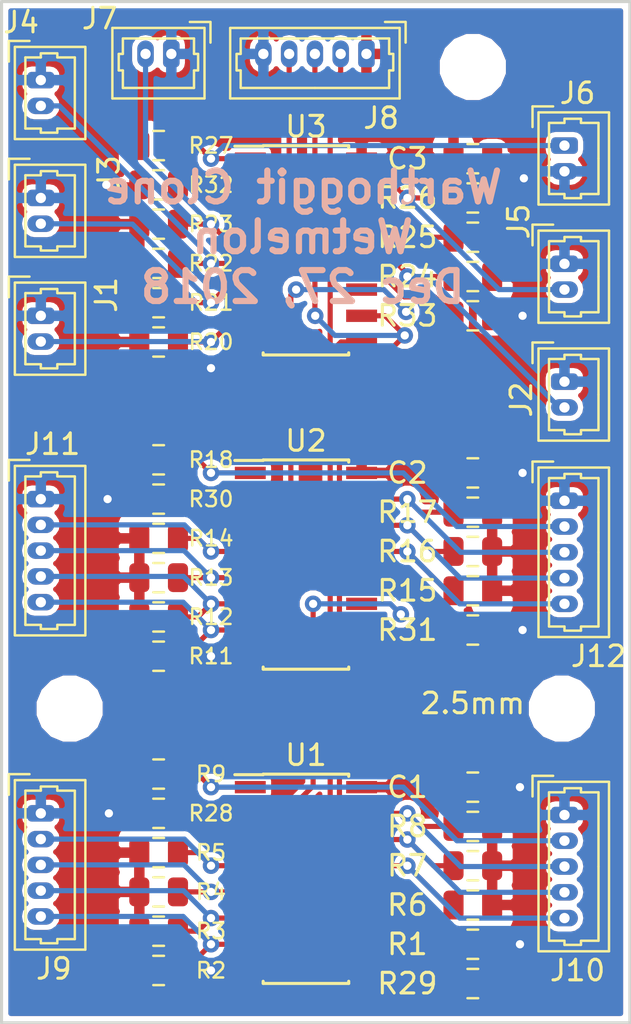
<source format=kicad_pcb>
(kicad_pcb (version 20171130) (host pcbnew "(5.0.2)-1")

  (general
    (thickness 1.6)
    (drawings 6)
    (tracks 242)
    (zones 0)
    (modules 52)
    (nets 39)
  )

  (page A4)
  (layers
    (0 F.Cu signal)
    (31 B.Cu signal)
    (32 B.Adhes user)
    (33 F.Adhes user)
    (34 B.Paste user)
    (35 F.Paste user)
    (36 B.SilkS user)
    (37 F.SilkS user)
    (38 B.Mask user)
    (39 F.Mask user)
    (40 Dwgs.User user)
    (41 Cmts.User user)
    (42 Eco1.User user)
    (43 Eco2.User user)
    (44 Edge.Cuts user)
    (45 Margin user)
    (46 B.CrtYd user)
    (47 F.CrtYd user)
    (48 B.Fab user hide)
    (49 F.Fab user hide)
  )

  (setup
    (last_trace_width 0.25)
    (trace_clearance 0.2)
    (zone_clearance 0.254)
    (zone_45_only no)
    (trace_min 0.2)
    (segment_width 0.2)
    (edge_width 0.15)
    (via_size 0.8)
    (via_drill 0.4)
    (via_min_size 0.4)
    (via_min_drill 0.3)
    (uvia_size 0.3)
    (uvia_drill 0.1)
    (uvias_allowed no)
    (uvia_min_size 0.2)
    (uvia_min_drill 0.1)
    (pcb_text_width 0.3)
    (pcb_text_size 1.5 1.5)
    (mod_edge_width 0.15)
    (mod_text_size 1 1)
    (mod_text_width 0.15)
    (pad_size 1.524 1.524)
    (pad_drill 0.762)
    (pad_to_mask_clearance 0.051)
    (solder_mask_min_width 0.25)
    (aux_axis_origin 0 0)
    (visible_elements 7FFFFFFF)
    (pcbplotparams
      (layerselection 0x010fc_ffffffff)
      (usegerberextensions false)
      (usegerberattributes false)
      (usegerberadvancedattributes false)
      (creategerberjobfile false)
      (excludeedgelayer true)
      (linewidth 0.100000)
      (plotframeref false)
      (viasonmask false)
      (mode 1)
      (useauxorigin false)
      (hpglpennumber 1)
      (hpglpenspeed 20)
      (hpglpendiameter 15.000000)
      (psnegative false)
      (psa4output false)
      (plotreference true)
      (plotvalue true)
      (plotinvisibletext false)
      (padsonsilk false)
      (subtractmaskfromsilk false)
      (outputformat 1)
      (mirror false)
      (drillshape 1)
      (scaleselection 1)
      (outputdirectory ""))
  )

  (net 0 "")
  (net 1 +5V)
  (net 2 GND)
  (net 3 /IN_17)
  (net 4 /IN_18)
  (net 5 /IN_19)
  (net 6 /IN_20)
  (net 7 /IN_21)
  (net 8 /IN_23)
  (net 9 /IN_24)
  (net 10 /SPI_MISO)
  (net 11 /SPI_CLK)
  (net 12 /SPI_CS)
  (net 13 /IN_1)
  (net 14 /IN_2)
  (net 15 /IN_3)
  (net 16 /IN_4)
  (net 17 /IN_8)
  (net 18 /IN_7)
  (net 19 /IN_6)
  (net 20 /IN_5)
  (net 21 /IN_9)
  (net 22 /IN_10)
  (net 23 /IN_11)
  (net 24 /IN_12)
  (net 25 /IN_16)
  (net 26 /IN_15)
  (net 27 /IN_14)
  (net 28 /IN_13)
  (net 29 /SER_1)
  (net 30 /SER_2)
  (net 31 /SER_3)
  (net 32 /IN_22)
  (net 33 "Net-(R28-Pad2)")
  (net 34 "Net-(R29-Pad2)")
  (net 35 "Net-(R30-Pad2)")
  (net 36 "Net-(R31-Pad2)")
  (net 37 "Net-(R32-Pad2)")
  (net 38 "Net-(R33-Pad2)")

  (net_class Default "This is the default net class."
    (clearance 0.2)
    (trace_width 0.25)
    (via_dia 0.8)
    (via_drill 0.4)
    (uvia_dia 0.3)
    (uvia_drill 0.1)
    (add_net +5V)
    (add_net /IN_1)
    (add_net /IN_10)
    (add_net /IN_11)
    (add_net /IN_12)
    (add_net /IN_13)
    (add_net /IN_14)
    (add_net /IN_15)
    (add_net /IN_16)
    (add_net /IN_17)
    (add_net /IN_18)
    (add_net /IN_19)
    (add_net /IN_2)
    (add_net /IN_20)
    (add_net /IN_21)
    (add_net /IN_22)
    (add_net /IN_23)
    (add_net /IN_24)
    (add_net /IN_3)
    (add_net /IN_4)
    (add_net /IN_5)
    (add_net /IN_6)
    (add_net /IN_7)
    (add_net /IN_8)
    (add_net /IN_9)
    (add_net /SER_1)
    (add_net /SER_2)
    (add_net /SER_3)
    (add_net /SPI_CLK)
    (add_net /SPI_CS)
    (add_net /SPI_MISO)
    (add_net GND)
    (add_net "Net-(R28-Pad2)")
    (add_net "Net-(R29-Pad2)")
    (add_net "Net-(R30-Pad2)")
    (add_net "Net-(R31-Pad2)")
    (add_net "Net-(R32-Pad2)")
    (add_net "Net-(R33-Pad2)")
  )

  (module MountingHole:MountingHole_2.7mm_M2.5 (layer F.Cu) (tedit 5C2583A1) (tstamp 5C43FDD2)
    (at 127.508 68.58)
    (descr "Mounting Hole 2.7mm, no annular, M2.5")
    (tags "mounting hole 2.7mm no annular m2.5")
    (path /5C53C00D)
    (attr virtual)
    (fp_text reference H3 (at 0 -3.7) (layer F.SilkS) hide
      (effects (font (size 1 1) (thickness 0.15)))
    )
    (fp_text value MountingHole (at 0 3.7) (layer F.Fab)
      (effects (font (size 1 1) (thickness 0.15)))
    )
    (fp_text user %R (at 0.3 0) (layer F.Fab)
      (effects (font (size 1 1) (thickness 0.15)))
    )
    (fp_circle (center 0 0) (end 2.7 0) (layer Cmts.User) (width 0.15))
    (fp_circle (center 0 0) (end 2.95 0) (layer F.CrtYd) (width 0.05))
    (pad 1 np_thru_hole circle (at 0 0) (size 2.7 2.7) (drill 2.7) (layers *.Cu *.Mask))
  )

  (module Wetmelon:Molex_PicoBlade_53047-0210_1x02_P1.25mm_Vertical (layer F.Cu) (tedit 5C2576AB) (tstamp 5C420192)
    (at 127.635 52.725 270)
    (descr "Molex PicoBlade Connector System, 53047-0210, 2 Pins per row (http://www.molex.com/pdm_docs/sd/530470610_sd.pdf), generated with kicad-footprint-generator")
    (tags "connector Molex PicoBlade side entry")
    (path /5C2DE407)
    (fp_text reference J2 (at 0.869 2.0955 270) (layer F.SilkS)
      (effects (font (size 1 1) (thickness 0.15)))
    )
    (fp_text value WEAPON_RELEASE (at 0.615 -10.16) (layer F.Fab)
      (effects (font (size 1 1) (thickness 0.15)))
    )
    (fp_line (start -1.5 -2.05) (end -1.5 1.15) (layer F.Fab) (width 0.1))
    (fp_line (start -1.5 1.15) (end 2.75 1.15) (layer F.Fab) (width 0.1))
    (fp_line (start 2.75 1.15) (end 2.75 -2.05) (layer F.Fab) (width 0.1))
    (fp_line (start 2.75 -2.05) (end -1.5 -2.05) (layer F.Fab) (width 0.1))
    (fp_line (start -1.61 -2.16) (end -1.61 1.26) (layer F.SilkS) (width 0.12))
    (fp_line (start -1.61 1.26) (end 2.86 1.26) (layer F.SilkS) (width 0.12))
    (fp_line (start 2.86 1.26) (end 2.86 -2.16) (layer F.SilkS) (width 0.12))
    (fp_line (start 2.86 -2.16) (end -1.61 -2.16) (layer F.SilkS) (width 0.12))
    (fp_line (start 0.625 0.75) (end -1.1 0.75) (layer F.SilkS) (width 0.12))
    (fp_line (start -1.1 0.75) (end -1.1 0) (layer F.SilkS) (width 0.12))
    (fp_line (start -1.1 0) (end -1.3 0) (layer F.SilkS) (width 0.12))
    (fp_line (start -1.3 0) (end -1.3 -0.8) (layer F.SilkS) (width 0.12))
    (fp_line (start -1.3 -0.8) (end -1.1 -0.8) (layer F.SilkS) (width 0.12))
    (fp_line (start -1.1 -0.8) (end -1.1 -1.65) (layer F.SilkS) (width 0.12))
    (fp_line (start -1.1 -1.65) (end 0.625 -1.65) (layer F.SilkS) (width 0.12))
    (fp_line (start 0.625 0.75) (end 2.35 0.75) (layer F.SilkS) (width 0.12))
    (fp_line (start 2.35 0.75) (end 2.35 0) (layer F.SilkS) (width 0.12))
    (fp_line (start 2.35 0) (end 2.55 0) (layer F.SilkS) (width 0.12))
    (fp_line (start 2.55 0) (end 2.55 -0.8) (layer F.SilkS) (width 0.12))
    (fp_line (start 2.55 -0.8) (end 2.35 -0.8) (layer F.SilkS) (width 0.12))
    (fp_line (start 2.35 -0.8) (end 2.35 -1.65) (layer F.SilkS) (width 0.12))
    (fp_line (start 2.35 -1.65) (end 0.625 -1.65) (layer F.SilkS) (width 0.12))
    (fp_line (start -1.9 1.55) (end -1.9 0.55) (layer F.SilkS) (width 0.12))
    (fp_line (start -1.9 1.55) (end -0.9 1.55) (layer F.SilkS) (width 0.12))
    (fp_line (start -0.5 1.15) (end 0 0.442893) (layer F.Fab) (width 0.1))
    (fp_line (start 0 0.442893) (end 0.5 1.15) (layer F.Fab) (width 0.1))
    (fp_line (start -2 -2.55) (end -2 1.65) (layer F.CrtYd) (width 0.05))
    (fp_line (start -2 1.65) (end 3.25 1.65) (layer F.CrtYd) (width 0.05))
    (fp_line (start 3.25 1.65) (end 3.25 -2.55) (layer F.CrtYd) (width 0.05))
    (fp_line (start 3.25 -2.55) (end -2 -2.55) (layer F.CrtYd) (width 0.05))
    (fp_text user %R (at 0.62 -1.35 270) (layer F.Fab)
      (effects (font (size 1 1) (thickness 0.15)))
    )
    (pad 1 thru_hole roundrect (at 0 0 270) (size 0.8 1.3) (drill 0.5) (layers *.Cu *.Mask) (roundrect_rratio 0.25)
      (net 2 GND))
    (pad 2 thru_hole oval (at 1.25 0 270) (size 0.8 1.3) (drill 0.5) (layers *.Cu *.Mask)
      (net 7 /IN_21))
    (model ${KISYS3DMOD}/Connector_Molex.3dshapes/Molex_PicoBlade_53047-0210_1x02_P1.25mm_Vertical.wrl
      (at (xyz 0 0 0))
      (scale (xyz 1 1 1))
      (rotate (xyz 0 0 0))
    )
    (model "${KIPRJMOD}/3D Models/530470210.stp"
      (offset (xyz 0.625 0.45 3.2))
      (scale (xyz 1 1 1))
      (rotate (xyz -90 0 180))
    )
  )

  (module Wetmelon:Molex_PicoBlade_53047-0210_1x02_P1.25mm_Vertical (layer F.Cu) (tedit 5C2576AB) (tstamp 5C42016E)
    (at 102.235 49.53 270)
    (descr "Molex PicoBlade Connector System, 53047-0210, 2 Pins per row (http://www.molex.com/pdm_docs/sd/530470610_sd.pdf), generated with kicad-footprint-generator")
    (tags "connector Molex PicoBlade side entry")
    (path /5C2DE3B1)
    (fp_text reference J1 (at -1.016 -3.175 270) (layer F.SilkS)
      (effects (font (size 1 1) (thickness 0.15)))
    )
    (fp_text value TRIGGER_2 (at 0.62 6.35) (layer F.Fab)
      (effects (font (size 1 1) (thickness 0.15)))
    )
    (fp_text user %R (at 0.62 -1.35 270) (layer F.Fab)
      (effects (font (size 1 1) (thickness 0.15)))
    )
    (fp_line (start 3.25 -2.55) (end -2 -2.55) (layer F.CrtYd) (width 0.05))
    (fp_line (start 3.25 1.65) (end 3.25 -2.55) (layer F.CrtYd) (width 0.05))
    (fp_line (start -2 1.65) (end 3.25 1.65) (layer F.CrtYd) (width 0.05))
    (fp_line (start -2 -2.55) (end -2 1.65) (layer F.CrtYd) (width 0.05))
    (fp_line (start 0 0.442893) (end 0.5 1.15) (layer F.Fab) (width 0.1))
    (fp_line (start -0.5 1.15) (end 0 0.442893) (layer F.Fab) (width 0.1))
    (fp_line (start -1.9 1.55) (end -0.9 1.55) (layer F.SilkS) (width 0.12))
    (fp_line (start -1.9 1.55) (end -1.9 0.55) (layer F.SilkS) (width 0.12))
    (fp_line (start 2.35 -1.65) (end 0.625 -1.65) (layer F.SilkS) (width 0.12))
    (fp_line (start 2.35 -0.8) (end 2.35 -1.65) (layer F.SilkS) (width 0.12))
    (fp_line (start 2.55 -0.8) (end 2.35 -0.8) (layer F.SilkS) (width 0.12))
    (fp_line (start 2.55 0) (end 2.55 -0.8) (layer F.SilkS) (width 0.12))
    (fp_line (start 2.35 0) (end 2.55 0) (layer F.SilkS) (width 0.12))
    (fp_line (start 2.35 0.75) (end 2.35 0) (layer F.SilkS) (width 0.12))
    (fp_line (start 0.625 0.75) (end 2.35 0.75) (layer F.SilkS) (width 0.12))
    (fp_line (start -1.1 -1.65) (end 0.625 -1.65) (layer F.SilkS) (width 0.12))
    (fp_line (start -1.1 -0.8) (end -1.1 -1.65) (layer F.SilkS) (width 0.12))
    (fp_line (start -1.3 -0.8) (end -1.1 -0.8) (layer F.SilkS) (width 0.12))
    (fp_line (start -1.3 0) (end -1.3 -0.8) (layer F.SilkS) (width 0.12))
    (fp_line (start -1.1 0) (end -1.3 0) (layer F.SilkS) (width 0.12))
    (fp_line (start -1.1 0.75) (end -1.1 0) (layer F.SilkS) (width 0.12))
    (fp_line (start 0.625 0.75) (end -1.1 0.75) (layer F.SilkS) (width 0.12))
    (fp_line (start 2.86 -2.16) (end -1.61 -2.16) (layer F.SilkS) (width 0.12))
    (fp_line (start 2.86 1.26) (end 2.86 -2.16) (layer F.SilkS) (width 0.12))
    (fp_line (start -1.61 1.26) (end 2.86 1.26) (layer F.SilkS) (width 0.12))
    (fp_line (start -1.61 -2.16) (end -1.61 1.26) (layer F.SilkS) (width 0.12))
    (fp_line (start 2.75 -2.05) (end -1.5 -2.05) (layer F.Fab) (width 0.1))
    (fp_line (start 2.75 1.15) (end 2.75 -2.05) (layer F.Fab) (width 0.1))
    (fp_line (start -1.5 1.15) (end 2.75 1.15) (layer F.Fab) (width 0.1))
    (fp_line (start -1.5 -2.05) (end -1.5 1.15) (layer F.Fab) (width 0.1))
    (pad 2 thru_hole oval (at 1.25 0 270) (size 0.8 1.3) (drill 0.5) (layers *.Cu *.Mask)
      (net 3 /IN_17))
    (pad 1 thru_hole roundrect (at 0 0 270) (size 0.8 1.3) (drill 0.5) (layers *.Cu *.Mask) (roundrect_rratio 0.25)
      (net 2 GND))
    (model ${KISYS3DMOD}/Connector_Molex.3dshapes/Molex_PicoBlade_53047-0210_1x02_P1.25mm_Vertical.wrl
      (at (xyz 0 0 0))
      (scale (xyz 1 1 1))
      (rotate (xyz 0 0 0))
    )
    (model "${KIPRJMOD}/3D Models/530470210.stp"
      (offset (xyz 0.625 0.45 3.2))
      (scale (xyz 1 1 1))
      (rotate (xyz -90 0 180))
    )
  )

  (module Wetmelon:Molex_PicoBlade_53047-0210_1x02_P1.25mm_Vertical (layer F.Cu) (tedit 5C2576AB) (tstamp 5C42014A)
    (at 102.235 43.815 270)
    (descr "Molex PicoBlade Connector System, 53047-0210, 2 Pins per row (http://www.molex.com/pdm_docs/sd/530470610_sd.pdf), generated with kicad-footprint-generator")
    (tags "connector Molex PicoBlade side entry")
    (path /5C2DE435)
    (fp_text reference J3 (at -1.2065 -3.302 270) (layer F.SilkS)
      (effects (font (size 1 1) (thickness 0.15)))
    )
    (fp_text value TOP_RIGHT_SIDE (at 0.615 7.62) (layer F.Fab)
      (effects (font (size 1 1) (thickness 0.15)))
    )
    (fp_line (start -1.5 -2.05) (end -1.5 1.15) (layer F.Fab) (width 0.1))
    (fp_line (start -1.5 1.15) (end 2.75 1.15) (layer F.Fab) (width 0.1))
    (fp_line (start 2.75 1.15) (end 2.75 -2.05) (layer F.Fab) (width 0.1))
    (fp_line (start 2.75 -2.05) (end -1.5 -2.05) (layer F.Fab) (width 0.1))
    (fp_line (start -1.61 -2.16) (end -1.61 1.26) (layer F.SilkS) (width 0.12))
    (fp_line (start -1.61 1.26) (end 2.86 1.26) (layer F.SilkS) (width 0.12))
    (fp_line (start 2.86 1.26) (end 2.86 -2.16) (layer F.SilkS) (width 0.12))
    (fp_line (start 2.86 -2.16) (end -1.61 -2.16) (layer F.SilkS) (width 0.12))
    (fp_line (start 0.625 0.75) (end -1.1 0.75) (layer F.SilkS) (width 0.12))
    (fp_line (start -1.1 0.75) (end -1.1 0) (layer F.SilkS) (width 0.12))
    (fp_line (start -1.1 0) (end -1.3 0) (layer F.SilkS) (width 0.12))
    (fp_line (start -1.3 0) (end -1.3 -0.8) (layer F.SilkS) (width 0.12))
    (fp_line (start -1.3 -0.8) (end -1.1 -0.8) (layer F.SilkS) (width 0.12))
    (fp_line (start -1.1 -0.8) (end -1.1 -1.65) (layer F.SilkS) (width 0.12))
    (fp_line (start -1.1 -1.65) (end 0.625 -1.65) (layer F.SilkS) (width 0.12))
    (fp_line (start 0.625 0.75) (end 2.35 0.75) (layer F.SilkS) (width 0.12))
    (fp_line (start 2.35 0.75) (end 2.35 0) (layer F.SilkS) (width 0.12))
    (fp_line (start 2.35 0) (end 2.55 0) (layer F.SilkS) (width 0.12))
    (fp_line (start 2.55 0) (end 2.55 -0.8) (layer F.SilkS) (width 0.12))
    (fp_line (start 2.55 -0.8) (end 2.35 -0.8) (layer F.SilkS) (width 0.12))
    (fp_line (start 2.35 -0.8) (end 2.35 -1.65) (layer F.SilkS) (width 0.12))
    (fp_line (start 2.35 -1.65) (end 0.625 -1.65) (layer F.SilkS) (width 0.12))
    (fp_line (start -1.9 1.55) (end -1.9 0.55) (layer F.SilkS) (width 0.12))
    (fp_line (start -1.9 1.55) (end -0.9 1.55) (layer F.SilkS) (width 0.12))
    (fp_line (start -0.5 1.15) (end 0 0.442893) (layer F.Fab) (width 0.1))
    (fp_line (start 0 0.442893) (end 0.5 1.15) (layer F.Fab) (width 0.1))
    (fp_line (start -2 -2.55) (end -2 1.65) (layer F.CrtYd) (width 0.05))
    (fp_line (start -2 1.65) (end 3.25 1.65) (layer F.CrtYd) (width 0.05))
    (fp_line (start 3.25 1.65) (end 3.25 -2.55) (layer F.CrtYd) (width 0.05))
    (fp_line (start 3.25 -2.55) (end -2 -2.55) (layer F.CrtYd) (width 0.05))
    (fp_text user %R (at 0.62 -1.35 270) (layer F.Fab)
      (effects (font (size 1 1) (thickness 0.15)))
    )
    (pad 1 thru_hole roundrect (at 0 0 270) (size 0.8 1.3) (drill 0.5) (layers *.Cu *.Mask) (roundrect_rratio 0.25)
      (net 2 GND))
    (pad 2 thru_hole oval (at 1.25 0 270) (size 0.8 1.3) (drill 0.5) (layers *.Cu *.Mask)
      (net 4 /IN_18))
    (model ${KISYS3DMOD}/Connector_Molex.3dshapes/Molex_PicoBlade_53047-0210_1x02_P1.25mm_Vertical.wrl
      (at (xyz 0 0 0))
      (scale (xyz 1 1 1))
      (rotate (xyz 0 0 0))
    )
    (model "${KIPRJMOD}/3D Models/530470210.stp"
      (offset (xyz 0.625 0.45 3.2))
      (scale (xyz 1 1 1))
      (rotate (xyz -90 0 180))
    )
  )

  (module Wetmelon:Molex_PicoBlade_53047-0210_1x02_P1.25mm_Vertical (layer F.Cu) (tedit 5C2576AB) (tstamp 5C420126)
    (at 127.635 47.01 270)
    (descr "Molex PicoBlade Connector System, 53047-0210, 2 Pins per row (http://www.molex.com/pdm_docs/sd/530470610_sd.pdf), generated with kicad-footprint-generator")
    (tags "connector Molex PicoBlade side entry")
    (path /5C316934)
    (fp_text reference J5 (at -2.052 2.2225 270) (layer F.SilkS)
      (effects (font (size 1 1) (thickness 0.15)))
    )
    (fp_text value CMS_DOWN (at 0.615 -7.62) (layer F.Fab)
      (effects (font (size 1 1) (thickness 0.15)))
    )
    (fp_text user %R (at 0.62 -1.35 270) (layer F.Fab)
      (effects (font (size 1 1) (thickness 0.15)))
    )
    (fp_line (start 3.25 -2.55) (end -2 -2.55) (layer F.CrtYd) (width 0.05))
    (fp_line (start 3.25 1.65) (end 3.25 -2.55) (layer F.CrtYd) (width 0.05))
    (fp_line (start -2 1.65) (end 3.25 1.65) (layer F.CrtYd) (width 0.05))
    (fp_line (start -2 -2.55) (end -2 1.65) (layer F.CrtYd) (width 0.05))
    (fp_line (start 0 0.442893) (end 0.5 1.15) (layer F.Fab) (width 0.1))
    (fp_line (start -0.5 1.15) (end 0 0.442893) (layer F.Fab) (width 0.1))
    (fp_line (start -1.9 1.55) (end -0.9 1.55) (layer F.SilkS) (width 0.12))
    (fp_line (start -1.9 1.55) (end -1.9 0.55) (layer F.SilkS) (width 0.12))
    (fp_line (start 2.35 -1.65) (end 0.625 -1.65) (layer F.SilkS) (width 0.12))
    (fp_line (start 2.35 -0.8) (end 2.35 -1.65) (layer F.SilkS) (width 0.12))
    (fp_line (start 2.55 -0.8) (end 2.35 -0.8) (layer F.SilkS) (width 0.12))
    (fp_line (start 2.55 0) (end 2.55 -0.8) (layer F.SilkS) (width 0.12))
    (fp_line (start 2.35 0) (end 2.55 0) (layer F.SilkS) (width 0.12))
    (fp_line (start 2.35 0.75) (end 2.35 0) (layer F.SilkS) (width 0.12))
    (fp_line (start 0.625 0.75) (end 2.35 0.75) (layer F.SilkS) (width 0.12))
    (fp_line (start -1.1 -1.65) (end 0.625 -1.65) (layer F.SilkS) (width 0.12))
    (fp_line (start -1.1 -0.8) (end -1.1 -1.65) (layer F.SilkS) (width 0.12))
    (fp_line (start -1.3 -0.8) (end -1.1 -0.8) (layer F.SilkS) (width 0.12))
    (fp_line (start -1.3 0) (end -1.3 -0.8) (layer F.SilkS) (width 0.12))
    (fp_line (start -1.1 0) (end -1.3 0) (layer F.SilkS) (width 0.12))
    (fp_line (start -1.1 0.75) (end -1.1 0) (layer F.SilkS) (width 0.12))
    (fp_line (start 0.625 0.75) (end -1.1 0.75) (layer F.SilkS) (width 0.12))
    (fp_line (start 2.86 -2.16) (end -1.61 -2.16) (layer F.SilkS) (width 0.12))
    (fp_line (start 2.86 1.26) (end 2.86 -2.16) (layer F.SilkS) (width 0.12))
    (fp_line (start -1.61 1.26) (end 2.86 1.26) (layer F.SilkS) (width 0.12))
    (fp_line (start -1.61 -2.16) (end -1.61 1.26) (layer F.SilkS) (width 0.12))
    (fp_line (start 2.75 -2.05) (end -1.5 -2.05) (layer F.Fab) (width 0.1))
    (fp_line (start 2.75 1.15) (end 2.75 -2.05) (layer F.Fab) (width 0.1))
    (fp_line (start -1.5 1.15) (end 2.75 1.15) (layer F.Fab) (width 0.1))
    (fp_line (start -1.5 -2.05) (end -1.5 1.15) (layer F.Fab) (width 0.1))
    (pad 2 thru_hole oval (at 1.25 0 270) (size 0.8 1.3) (drill 0.5) (layers *.Cu *.Mask)
      (net 8 /IN_23))
    (pad 1 thru_hole roundrect (at 0 0 270) (size 0.8 1.3) (drill 0.5) (layers *.Cu *.Mask) (roundrect_rratio 0.25)
      (net 2 GND))
    (model ${KISYS3DMOD}/Connector_Molex.3dshapes/Molex_PicoBlade_53047-0210_1x02_P1.25mm_Vertical.wrl
      (at (xyz 0 0 0))
      (scale (xyz 1 1 1))
      (rotate (xyz 0 0 0))
    )
    (model "${KIPRJMOD}/3D Models/530470210.stp"
      (offset (xyz 0.625 0.45 3.2))
      (scale (xyz 1 1 1))
      (rotate (xyz -90 0 180))
    )
  )

  (module Wetmelon:Molex_PicoBlade_53047-0210_1x02_P1.25mm_Vertical (layer F.Cu) (tedit 5C2576AB) (tstamp 5C420102)
    (at 127.635 41.275 270)
    (descr "Molex PicoBlade Connector System, 53047-0210, 2 Pins per row (http://www.molex.com/pdm_docs/sd/530470610_sd.pdf), generated with kicad-footprint-generator")
    (tags "connector Molex PicoBlade side entry")
    (path /5C2E9381)
    (fp_text reference J6 (at -2.54 -0.635) (layer F.SilkS)
      (effects (font (size 1 1) (thickness 0.15)))
    )
    (fp_text value TRIGGER_1 (at 0.635 -7.62) (layer F.Fab)
      (effects (font (size 1 1) (thickness 0.15)))
    )
    (fp_line (start -1.5 -2.05) (end -1.5 1.15) (layer F.Fab) (width 0.1))
    (fp_line (start -1.5 1.15) (end 2.75 1.15) (layer F.Fab) (width 0.1))
    (fp_line (start 2.75 1.15) (end 2.75 -2.05) (layer F.Fab) (width 0.1))
    (fp_line (start 2.75 -2.05) (end -1.5 -2.05) (layer F.Fab) (width 0.1))
    (fp_line (start -1.61 -2.16) (end -1.61 1.26) (layer F.SilkS) (width 0.12))
    (fp_line (start -1.61 1.26) (end 2.86 1.26) (layer F.SilkS) (width 0.12))
    (fp_line (start 2.86 1.26) (end 2.86 -2.16) (layer F.SilkS) (width 0.12))
    (fp_line (start 2.86 -2.16) (end -1.61 -2.16) (layer F.SilkS) (width 0.12))
    (fp_line (start 0.625 0.75) (end -1.1 0.75) (layer F.SilkS) (width 0.12))
    (fp_line (start -1.1 0.75) (end -1.1 0) (layer F.SilkS) (width 0.12))
    (fp_line (start -1.1 0) (end -1.3 0) (layer F.SilkS) (width 0.12))
    (fp_line (start -1.3 0) (end -1.3 -0.8) (layer F.SilkS) (width 0.12))
    (fp_line (start -1.3 -0.8) (end -1.1 -0.8) (layer F.SilkS) (width 0.12))
    (fp_line (start -1.1 -0.8) (end -1.1 -1.65) (layer F.SilkS) (width 0.12))
    (fp_line (start -1.1 -1.65) (end 0.625 -1.65) (layer F.SilkS) (width 0.12))
    (fp_line (start 0.625 0.75) (end 2.35 0.75) (layer F.SilkS) (width 0.12))
    (fp_line (start 2.35 0.75) (end 2.35 0) (layer F.SilkS) (width 0.12))
    (fp_line (start 2.35 0) (end 2.55 0) (layer F.SilkS) (width 0.12))
    (fp_line (start 2.55 0) (end 2.55 -0.8) (layer F.SilkS) (width 0.12))
    (fp_line (start 2.55 -0.8) (end 2.35 -0.8) (layer F.SilkS) (width 0.12))
    (fp_line (start 2.35 -0.8) (end 2.35 -1.65) (layer F.SilkS) (width 0.12))
    (fp_line (start 2.35 -1.65) (end 0.625 -1.65) (layer F.SilkS) (width 0.12))
    (fp_line (start -1.9 1.55) (end -1.9 0.55) (layer F.SilkS) (width 0.12))
    (fp_line (start -1.9 1.55) (end -0.9 1.55) (layer F.SilkS) (width 0.12))
    (fp_line (start -0.5 1.15) (end 0 0.442893) (layer F.Fab) (width 0.1))
    (fp_line (start 0 0.442893) (end 0.5 1.15) (layer F.Fab) (width 0.1))
    (fp_line (start -2 -2.55) (end -2 1.65) (layer F.CrtYd) (width 0.05))
    (fp_line (start -2 1.65) (end 3.25 1.65) (layer F.CrtYd) (width 0.05))
    (fp_line (start 3.25 1.65) (end 3.25 -2.55) (layer F.CrtYd) (width 0.05))
    (fp_line (start 3.25 -2.55) (end -2 -2.55) (layer F.CrtYd) (width 0.05))
    (fp_text user %R (at 0.62 -1.35 270) (layer F.Fab)
      (effects (font (size 1 1) (thickness 0.15)))
    )
    (pad 1 thru_hole roundrect (at 0 0 270) (size 0.8 1.3) (drill 0.5) (layers *.Cu *.Mask) (roundrect_rratio 0.25)
      (net 9 /IN_24))
    (pad 2 thru_hole oval (at 1.25 0 270) (size 0.8 1.3) (drill 0.5) (layers *.Cu *.Mask)
      (net 2 GND))
    (model ${KISYS3DMOD}/Connector_Molex.3dshapes/Molex_PicoBlade_53047-0210_1x02_P1.25mm_Vertical.wrl
      (at (xyz 0 0 0))
      (scale (xyz 1 1 1))
      (rotate (xyz 0 0 0))
    )
    (model "${KIPRJMOD}/3D Models/530470210.stp"
      (offset (xyz 0.625 0.45 3.2))
      (scale (xyz 1 1 1))
      (rotate (xyz -90 0 180))
    )
  )

  (module Wetmelon:Molex_PicoBlade_53047-0210_1x02_P1.25mm_Vertical (layer F.Cu) (tedit 5C2576AB) (tstamp 5C4200DE)
    (at 102.235 38.1 270)
    (descr "Molex PicoBlade Connector System, 53047-0210, 2 Pins per row (http://www.molex.com/pdm_docs/sd/530470610_sd.pdf), generated with kicad-footprint-generator")
    (tags "connector Molex PicoBlade side entry")
    (path /5C2DE463)
    (fp_text reference J4 (at -2.794 0.9525) (layer F.SilkS)
      (effects (font (size 1 1) (thickness 0.15)))
    )
    (fp_text value PINKY_LEVER (at 0.62 6.985) (layer F.Fab)
      (effects (font (size 1 1) (thickness 0.15)))
    )
    (fp_text user %R (at 0.62 -1.35 270) (layer F.Fab)
      (effects (font (size 1 1) (thickness 0.15)))
    )
    (fp_line (start 3.25 -2.55) (end -2 -2.55) (layer F.CrtYd) (width 0.05))
    (fp_line (start 3.25 1.65) (end 3.25 -2.55) (layer F.CrtYd) (width 0.05))
    (fp_line (start -2 1.65) (end 3.25 1.65) (layer F.CrtYd) (width 0.05))
    (fp_line (start -2 -2.55) (end -2 1.65) (layer F.CrtYd) (width 0.05))
    (fp_line (start 0 0.442893) (end 0.5 1.15) (layer F.Fab) (width 0.1))
    (fp_line (start -0.5 1.15) (end 0 0.442893) (layer F.Fab) (width 0.1))
    (fp_line (start -1.9 1.55) (end -0.9 1.55) (layer F.SilkS) (width 0.12))
    (fp_line (start -1.9 1.55) (end -1.9 0.55) (layer F.SilkS) (width 0.12))
    (fp_line (start 2.35 -1.65) (end 0.625 -1.65) (layer F.SilkS) (width 0.12))
    (fp_line (start 2.35 -0.8) (end 2.35 -1.65) (layer F.SilkS) (width 0.12))
    (fp_line (start 2.55 -0.8) (end 2.35 -0.8) (layer F.SilkS) (width 0.12))
    (fp_line (start 2.55 0) (end 2.55 -0.8) (layer F.SilkS) (width 0.12))
    (fp_line (start 2.35 0) (end 2.55 0) (layer F.SilkS) (width 0.12))
    (fp_line (start 2.35 0.75) (end 2.35 0) (layer F.SilkS) (width 0.12))
    (fp_line (start 0.625 0.75) (end 2.35 0.75) (layer F.SilkS) (width 0.12))
    (fp_line (start -1.1 -1.65) (end 0.625 -1.65) (layer F.SilkS) (width 0.12))
    (fp_line (start -1.1 -0.8) (end -1.1 -1.65) (layer F.SilkS) (width 0.12))
    (fp_line (start -1.3 -0.8) (end -1.1 -0.8) (layer F.SilkS) (width 0.12))
    (fp_line (start -1.3 0) (end -1.3 -0.8) (layer F.SilkS) (width 0.12))
    (fp_line (start -1.1 0) (end -1.3 0) (layer F.SilkS) (width 0.12))
    (fp_line (start -1.1 0.75) (end -1.1 0) (layer F.SilkS) (width 0.12))
    (fp_line (start 0.625 0.75) (end -1.1 0.75) (layer F.SilkS) (width 0.12))
    (fp_line (start 2.86 -2.16) (end -1.61 -2.16) (layer F.SilkS) (width 0.12))
    (fp_line (start 2.86 1.26) (end 2.86 -2.16) (layer F.SilkS) (width 0.12))
    (fp_line (start -1.61 1.26) (end 2.86 1.26) (layer F.SilkS) (width 0.12))
    (fp_line (start -1.61 -2.16) (end -1.61 1.26) (layer F.SilkS) (width 0.12))
    (fp_line (start 2.75 -2.05) (end -1.5 -2.05) (layer F.Fab) (width 0.1))
    (fp_line (start 2.75 1.15) (end 2.75 -2.05) (layer F.Fab) (width 0.1))
    (fp_line (start -1.5 1.15) (end 2.75 1.15) (layer F.Fab) (width 0.1))
    (fp_line (start -1.5 -2.05) (end -1.5 1.15) (layer F.Fab) (width 0.1))
    (pad 2 thru_hole oval (at 1.25 0 270) (size 0.8 1.3) (drill 0.5) (layers *.Cu *.Mask)
      (net 5 /IN_19))
    (pad 1 thru_hole roundrect (at 0 0 270) (size 0.8 1.3) (drill 0.5) (layers *.Cu *.Mask) (roundrect_rratio 0.25)
      (net 2 GND))
    (model ${KISYS3DMOD}/Connector_Molex.3dshapes/Molex_PicoBlade_53047-0210_1x02_P1.25mm_Vertical.wrl
      (at (xyz 0 0 0))
      (scale (xyz 1 1 1))
      (rotate (xyz 0 0 0))
    )
    (model "${KIPRJMOD}/3D Models/530470210.stp"
      (offset (xyz 0.625 0.45 3.2))
      (scale (xyz 1 1 1))
      (rotate (xyz -90 0 180))
    )
  )

  (module Wetmelon:Molex_PicoBlade_53047-0210_1x02_P1.25mm_Vertical (layer F.Cu) (tedit 5C2576AB) (tstamp 5C4200BA)
    (at 108.565 36.83 180)
    (descr "Molex PicoBlade Connector System, 53047-0210, 2 Pins per row (http://www.molex.com/pdm_docs/sd/530470610_sd.pdf), generated with kicad-footprint-generator")
    (tags "connector Molex PicoBlade side entry")
    (path /5C2E941F)
    (fp_text reference J7 (at 3.4725 1.7145 180) (layer F.SilkS)
      (effects (font (size 1 1) (thickness 0.15)))
    )
    (fp_text value PINKY_BUTTON (at 0.615 9.525 270) (layer F.Fab)
      (effects (font (size 1 1) (thickness 0.15)))
    )
    (fp_line (start -1.5 -2.05) (end -1.5 1.15) (layer F.Fab) (width 0.1))
    (fp_line (start -1.5 1.15) (end 2.75 1.15) (layer F.Fab) (width 0.1))
    (fp_line (start 2.75 1.15) (end 2.75 -2.05) (layer F.Fab) (width 0.1))
    (fp_line (start 2.75 -2.05) (end -1.5 -2.05) (layer F.Fab) (width 0.1))
    (fp_line (start -1.61 -2.16) (end -1.61 1.26) (layer F.SilkS) (width 0.12))
    (fp_line (start -1.61 1.26) (end 2.86 1.26) (layer F.SilkS) (width 0.12))
    (fp_line (start 2.86 1.26) (end 2.86 -2.16) (layer F.SilkS) (width 0.12))
    (fp_line (start 2.86 -2.16) (end -1.61 -2.16) (layer F.SilkS) (width 0.12))
    (fp_line (start 0.625 0.75) (end -1.1 0.75) (layer F.SilkS) (width 0.12))
    (fp_line (start -1.1 0.75) (end -1.1 0) (layer F.SilkS) (width 0.12))
    (fp_line (start -1.1 0) (end -1.3 0) (layer F.SilkS) (width 0.12))
    (fp_line (start -1.3 0) (end -1.3 -0.8) (layer F.SilkS) (width 0.12))
    (fp_line (start -1.3 -0.8) (end -1.1 -0.8) (layer F.SilkS) (width 0.12))
    (fp_line (start -1.1 -0.8) (end -1.1 -1.65) (layer F.SilkS) (width 0.12))
    (fp_line (start -1.1 -1.65) (end 0.625 -1.65) (layer F.SilkS) (width 0.12))
    (fp_line (start 0.625 0.75) (end 2.35 0.75) (layer F.SilkS) (width 0.12))
    (fp_line (start 2.35 0.75) (end 2.35 0) (layer F.SilkS) (width 0.12))
    (fp_line (start 2.35 0) (end 2.55 0) (layer F.SilkS) (width 0.12))
    (fp_line (start 2.55 0) (end 2.55 -0.8) (layer F.SilkS) (width 0.12))
    (fp_line (start 2.55 -0.8) (end 2.35 -0.8) (layer F.SilkS) (width 0.12))
    (fp_line (start 2.35 -0.8) (end 2.35 -1.65) (layer F.SilkS) (width 0.12))
    (fp_line (start 2.35 -1.65) (end 0.625 -1.65) (layer F.SilkS) (width 0.12))
    (fp_line (start -1.9 1.55) (end -1.9 0.55) (layer F.SilkS) (width 0.12))
    (fp_line (start -1.9 1.55) (end -0.9 1.55) (layer F.SilkS) (width 0.12))
    (fp_line (start -0.5 1.15) (end 0 0.442893) (layer F.Fab) (width 0.1))
    (fp_line (start 0 0.442893) (end 0.5 1.15) (layer F.Fab) (width 0.1))
    (fp_line (start -2 -2.55) (end -2 1.65) (layer F.CrtYd) (width 0.05))
    (fp_line (start -2 1.65) (end 3.25 1.65) (layer F.CrtYd) (width 0.05))
    (fp_line (start 3.25 1.65) (end 3.25 -2.55) (layer F.CrtYd) (width 0.05))
    (fp_line (start 3.25 -2.55) (end -2 -2.55) (layer F.CrtYd) (width 0.05))
    (fp_text user %R (at 0.62 -1.35 180) (layer F.Fab)
      (effects (font (size 1 1) (thickness 0.15)))
    )
    (pad 1 thru_hole roundrect (at 0 0 180) (size 0.8 1.3) (drill 0.5) (layers *.Cu *.Mask) (roundrect_rratio 0.25)
      (net 2 GND))
    (pad 2 thru_hole oval (at 1.25 0 180) (size 0.8 1.3) (drill 0.5) (layers *.Cu *.Mask)
      (net 6 /IN_20))
    (model ${KISYS3DMOD}/Connector_Molex.3dshapes/Molex_PicoBlade_53047-0210_1x02_P1.25mm_Vertical.wrl
      (at (xyz 0 0 0))
      (scale (xyz 1 1 1))
      (rotate (xyz 0 0 0))
    )
    (model "${KIPRJMOD}/3D Models/530470210.stp"
      (offset (xyz 0.625 0.45 3.2))
      (scale (xyz 1 1 1))
      (rotate (xyz -90 0 180))
    )
  )

  (module Wetmelon:Molex_PicoBlade_53047-0510_1x05_P1.25mm_Vertical (layer F.Cu) (tedit 5C257730) (tstamp 5C420093)
    (at 102.235 58.42 270)
    (descr "Molex PicoBlade Connector System, 53047-0510, 5 Pins per row (http://www.molex.com/pdm_docs/sd/530470610_sd.pdf), generated with kicad-footprint-generator")
    (tags "connector Molex PicoBlade side entry")
    (path /5C29B71B)
    (fp_text reference J11 (at -2.667 -0.5715) (layer F.SilkS)
      (effects (font (size 1 1) (thickness 0.15)))
    )
    (fp_text value TMS (at 2.46 5.08) (layer F.Fab)
      (effects (font (size 1 1) (thickness 0.15)))
    )
    (fp_text user %R (at 2.5 -1.35 270) (layer F.Fab)
      (effects (font (size 1 1) (thickness 0.15)))
    )
    (fp_line (start 7 -2.55) (end -2 -2.55) (layer F.CrtYd) (width 0.05))
    (fp_line (start 7 1.65) (end 7 -2.55) (layer F.CrtYd) (width 0.05))
    (fp_line (start -2 1.65) (end 7 1.65) (layer F.CrtYd) (width 0.05))
    (fp_line (start -2 -2.55) (end -2 1.65) (layer F.CrtYd) (width 0.05))
    (fp_line (start 0 0.442893) (end 0.5 1.15) (layer F.Fab) (width 0.1))
    (fp_line (start -0.5 1.15) (end 0 0.442893) (layer F.Fab) (width 0.1))
    (fp_line (start -1.9 1.55) (end -0.9 1.55) (layer F.SilkS) (width 0.12))
    (fp_line (start -1.9 1.55) (end -1.9 0.55) (layer F.SilkS) (width 0.12))
    (fp_line (start 6.1 -1.65) (end 2.5 -1.65) (layer F.SilkS) (width 0.12))
    (fp_line (start 6.1 -0.8) (end 6.1 -1.65) (layer F.SilkS) (width 0.12))
    (fp_line (start 6.3 -0.8) (end 6.1 -0.8) (layer F.SilkS) (width 0.12))
    (fp_line (start 6.3 0) (end 6.3 -0.8) (layer F.SilkS) (width 0.12))
    (fp_line (start 6.1 0) (end 6.3 0) (layer F.SilkS) (width 0.12))
    (fp_line (start 6.1 0.75) (end 6.1 0) (layer F.SilkS) (width 0.12))
    (fp_line (start 2.5 0.75) (end 6.1 0.75) (layer F.SilkS) (width 0.12))
    (fp_line (start -1.1 -1.65) (end 2.5 -1.65) (layer F.SilkS) (width 0.12))
    (fp_line (start -1.1 -0.8) (end -1.1 -1.65) (layer F.SilkS) (width 0.12))
    (fp_line (start -1.3 -0.8) (end -1.1 -0.8) (layer F.SilkS) (width 0.12))
    (fp_line (start -1.3 0) (end -1.3 -0.8) (layer F.SilkS) (width 0.12))
    (fp_line (start -1.1 0) (end -1.3 0) (layer F.SilkS) (width 0.12))
    (fp_line (start -1.1 0.75) (end -1.1 0) (layer F.SilkS) (width 0.12))
    (fp_line (start 2.5 0.75) (end -1.1 0.75) (layer F.SilkS) (width 0.12))
    (fp_line (start 6.61 -2.16) (end -1.61 -2.16) (layer F.SilkS) (width 0.12))
    (fp_line (start 6.61 1.26) (end 6.61 -2.16) (layer F.SilkS) (width 0.12))
    (fp_line (start -1.61 1.26) (end 6.61 1.26) (layer F.SilkS) (width 0.12))
    (fp_line (start -1.61 -2.16) (end -1.61 1.26) (layer F.SilkS) (width 0.12))
    (fp_line (start 6.5 -2.05) (end -1.5 -2.05) (layer F.Fab) (width 0.1))
    (fp_line (start 6.5 1.15) (end 6.5 -2.05) (layer F.Fab) (width 0.1))
    (fp_line (start -1.5 1.15) (end 6.5 1.15) (layer F.Fab) (width 0.1))
    (fp_line (start -1.5 -2.05) (end -1.5 1.15) (layer F.Fab) (width 0.1))
    (pad 5 thru_hole oval (at 5 0 270) (size 0.8 1.3) (drill 0.5) (layers *.Cu *.Mask)
      (net 21 /IN_9))
    (pad 4 thru_hole oval (at 3.75 0 270) (size 0.8 1.3) (drill 0.5) (layers *.Cu *.Mask)
      (net 22 /IN_10))
    (pad 3 thru_hole oval (at 2.5 0 270) (size 0.8 1.3) (drill 0.5) (layers *.Cu *.Mask)
      (net 23 /IN_11))
    (pad 2 thru_hole oval (at 1.25 0 270) (size 0.8 1.3) (drill 0.5) (layers *.Cu *.Mask)
      (net 24 /IN_12))
    (pad 1 thru_hole roundrect (at 0 0 270) (size 0.8 1.3) (drill 0.5) (layers *.Cu *.Mask) (roundrect_rratio 0.25)
      (net 2 GND))
    (model ${KISYS3DMOD}/Connector_Molex.3dshapes/Molex_PicoBlade_53047-0510_1x05_P1.25mm_Vertical.wrl
      (at (xyz 0 0 0))
      (scale (xyz 1 1 1))
      (rotate (xyz 0 0 0))
    )
    (model "${KIPRJMOD}/3D Models/530470510.stp"
      (offset (xyz 2.5 0.45 3.2))
      (scale (xyz 1 1 1))
      (rotate (xyz -90 0 180))
    )
  )

  (module Wetmelon:Molex_PicoBlade_53047-0510_1x05_P1.25mm_Vertical (layer F.Cu) (tedit 5C257730) (tstamp 5C4213E5)
    (at 127.635 58.5 270)
    (descr "Molex PicoBlade Connector System, 53047-0510, 5 Pins per row (http://www.molex.com/pdm_docs/sd/530470610_sd.pdf), generated with kicad-footprint-generator")
    (tags "connector Molex PicoBlade side entry")
    (path /5C29B722)
    (fp_text reference J12 (at 7.54 -1.651) (layer F.SilkS)
      (effects (font (size 1 1) (thickness 0.15)))
    )
    (fp_text value HAT (at 2.46 -5.08) (layer F.Fab)
      (effects (font (size 1 1) (thickness 0.15)))
    )
    (fp_line (start -1.5 -2.05) (end -1.5 1.15) (layer F.Fab) (width 0.1))
    (fp_line (start -1.5 1.15) (end 6.5 1.15) (layer F.Fab) (width 0.1))
    (fp_line (start 6.5 1.15) (end 6.5 -2.05) (layer F.Fab) (width 0.1))
    (fp_line (start 6.5 -2.05) (end -1.5 -2.05) (layer F.Fab) (width 0.1))
    (fp_line (start -1.61 -2.16) (end -1.61 1.26) (layer F.SilkS) (width 0.12))
    (fp_line (start -1.61 1.26) (end 6.61 1.26) (layer F.SilkS) (width 0.12))
    (fp_line (start 6.61 1.26) (end 6.61 -2.16) (layer F.SilkS) (width 0.12))
    (fp_line (start 6.61 -2.16) (end -1.61 -2.16) (layer F.SilkS) (width 0.12))
    (fp_line (start 2.5 0.75) (end -1.1 0.75) (layer F.SilkS) (width 0.12))
    (fp_line (start -1.1 0.75) (end -1.1 0) (layer F.SilkS) (width 0.12))
    (fp_line (start -1.1 0) (end -1.3 0) (layer F.SilkS) (width 0.12))
    (fp_line (start -1.3 0) (end -1.3 -0.8) (layer F.SilkS) (width 0.12))
    (fp_line (start -1.3 -0.8) (end -1.1 -0.8) (layer F.SilkS) (width 0.12))
    (fp_line (start -1.1 -0.8) (end -1.1 -1.65) (layer F.SilkS) (width 0.12))
    (fp_line (start -1.1 -1.65) (end 2.5 -1.65) (layer F.SilkS) (width 0.12))
    (fp_line (start 2.5 0.75) (end 6.1 0.75) (layer F.SilkS) (width 0.12))
    (fp_line (start 6.1 0.75) (end 6.1 0) (layer F.SilkS) (width 0.12))
    (fp_line (start 6.1 0) (end 6.3 0) (layer F.SilkS) (width 0.12))
    (fp_line (start 6.3 0) (end 6.3 -0.8) (layer F.SilkS) (width 0.12))
    (fp_line (start 6.3 -0.8) (end 6.1 -0.8) (layer F.SilkS) (width 0.12))
    (fp_line (start 6.1 -0.8) (end 6.1 -1.65) (layer F.SilkS) (width 0.12))
    (fp_line (start 6.1 -1.65) (end 2.5 -1.65) (layer F.SilkS) (width 0.12))
    (fp_line (start -1.9 1.55) (end -1.9 0.55) (layer F.SilkS) (width 0.12))
    (fp_line (start -1.9 1.55) (end -0.9 1.55) (layer F.SilkS) (width 0.12))
    (fp_line (start -0.5 1.15) (end 0 0.442893) (layer F.Fab) (width 0.1))
    (fp_line (start 0 0.442893) (end 0.5 1.15) (layer F.Fab) (width 0.1))
    (fp_line (start -2 -2.55) (end -2 1.65) (layer F.CrtYd) (width 0.05))
    (fp_line (start -2 1.65) (end 7 1.65) (layer F.CrtYd) (width 0.05))
    (fp_line (start 7 1.65) (end 7 -2.55) (layer F.CrtYd) (width 0.05))
    (fp_line (start 7 -2.55) (end -2 -2.55) (layer F.CrtYd) (width 0.05))
    (fp_text user %R (at 2.5 -1.35 270) (layer F.Fab)
      (effects (font (size 1 1) (thickness 0.15)))
    )
    (pad 1 thru_hole roundrect (at 0 0 270) (size 0.8 1.3) (drill 0.5) (layers *.Cu *.Mask) (roundrect_rratio 0.25)
      (net 2 GND))
    (pad 2 thru_hole oval (at 1.25 0 270) (size 0.8 1.3) (drill 0.5) (layers *.Cu *.Mask)
      (net 25 /IN_16))
    (pad 3 thru_hole oval (at 2.5 0 270) (size 0.8 1.3) (drill 0.5) (layers *.Cu *.Mask)
      (net 26 /IN_15))
    (pad 4 thru_hole oval (at 3.75 0 270) (size 0.8 1.3) (drill 0.5) (layers *.Cu *.Mask)
      (net 27 /IN_14))
    (pad 5 thru_hole oval (at 5 0 270) (size 0.8 1.3) (drill 0.5) (layers *.Cu *.Mask)
      (net 28 /IN_13))
    (model ${KISYS3DMOD}/Connector_Molex.3dshapes/Molex_PicoBlade_53047-0510_1x05_P1.25mm_Vertical.wrl
      (at (xyz 0 0 0))
      (scale (xyz 1 1 1))
      (rotate (xyz 0 0 0))
    )
    (model "${KIPRJMOD}/3D Models/530470510.stp"
      (offset (xyz 2.5 0.45 3.2))
      (scale (xyz 1 1 1))
      (rotate (xyz -90 0 180))
    )
  )

  (module Wetmelon:Molex_PicoBlade_53047-0510_1x05_P1.25mm_Vertical (layer F.Cu) (tedit 5C257730) (tstamp 5C43A820)
    (at 118.03 36.83 180)
    (descr "Molex PicoBlade Connector System, 53047-0510, 5 Pins per row (http://www.molex.com/pdm_docs/sd/530470610_sd.pdf), generated with kicad-footprint-generator")
    (tags "connector Molex PicoBlade side entry")
    (path /5C2E9505)
    (fp_text reference J8 (at -0.715 -3.1115) (layer F.SilkS)
      (effects (font (size 1 1) (thickness 0.15)))
    )
    (fp_text value BASE (at 2.46 3.81 270) (layer F.Fab)
      (effects (font (size 1 1) (thickness 0.15)))
    )
    (fp_text user %R (at 2.5 -1.35 180) (layer F.Fab)
      (effects (font (size 1 1) (thickness 0.15)))
    )
    (fp_line (start 7 -2.55) (end -2 -2.55) (layer F.CrtYd) (width 0.05))
    (fp_line (start 7 1.65) (end 7 -2.55) (layer F.CrtYd) (width 0.05))
    (fp_line (start -2 1.65) (end 7 1.65) (layer F.CrtYd) (width 0.05))
    (fp_line (start -2 -2.55) (end -2 1.65) (layer F.CrtYd) (width 0.05))
    (fp_line (start 0 0.442893) (end 0.5 1.15) (layer F.Fab) (width 0.1))
    (fp_line (start -0.5 1.15) (end 0 0.442893) (layer F.Fab) (width 0.1))
    (fp_line (start -1.9 1.55) (end -0.9 1.55) (layer F.SilkS) (width 0.12))
    (fp_line (start -1.9 1.55) (end -1.9 0.55) (layer F.SilkS) (width 0.12))
    (fp_line (start 6.1 -1.65) (end 2.5 -1.65) (layer F.SilkS) (width 0.12))
    (fp_line (start 6.1 -0.8) (end 6.1 -1.65) (layer F.SilkS) (width 0.12))
    (fp_line (start 6.3 -0.8) (end 6.1 -0.8) (layer F.SilkS) (width 0.12))
    (fp_line (start 6.3 0) (end 6.3 -0.8) (layer F.SilkS) (width 0.12))
    (fp_line (start 6.1 0) (end 6.3 0) (layer F.SilkS) (width 0.12))
    (fp_line (start 6.1 0.75) (end 6.1 0) (layer F.SilkS) (width 0.12))
    (fp_line (start 2.5 0.75) (end 6.1 0.75) (layer F.SilkS) (width 0.12))
    (fp_line (start -1.1 -1.65) (end 2.5 -1.65) (layer F.SilkS) (width 0.12))
    (fp_line (start -1.1 -0.8) (end -1.1 -1.65) (layer F.SilkS) (width 0.12))
    (fp_line (start -1.3 -0.8) (end -1.1 -0.8) (layer F.SilkS) (width 0.12))
    (fp_line (start -1.3 0) (end -1.3 -0.8) (layer F.SilkS) (width 0.12))
    (fp_line (start -1.1 0) (end -1.3 0) (layer F.SilkS) (width 0.12))
    (fp_line (start -1.1 0.75) (end -1.1 0) (layer F.SilkS) (width 0.12))
    (fp_line (start 2.5 0.75) (end -1.1 0.75) (layer F.SilkS) (width 0.12))
    (fp_line (start 6.61 -2.16) (end -1.61 -2.16) (layer F.SilkS) (width 0.12))
    (fp_line (start 6.61 1.26) (end 6.61 -2.16) (layer F.SilkS) (width 0.12))
    (fp_line (start -1.61 1.26) (end 6.61 1.26) (layer F.SilkS) (width 0.12))
    (fp_line (start -1.61 -2.16) (end -1.61 1.26) (layer F.SilkS) (width 0.12))
    (fp_line (start 6.5 -2.05) (end -1.5 -2.05) (layer F.Fab) (width 0.1))
    (fp_line (start 6.5 1.15) (end 6.5 -2.05) (layer F.Fab) (width 0.1))
    (fp_line (start -1.5 1.15) (end 6.5 1.15) (layer F.Fab) (width 0.1))
    (fp_line (start -1.5 -2.05) (end -1.5 1.15) (layer F.Fab) (width 0.1))
    (pad 5 thru_hole oval (at 5 0 180) (size 0.8 1.3) (drill 0.5) (layers *.Cu *.Mask)
      (net 2 GND))
    (pad 4 thru_hole oval (at 3.75 0 180) (size 0.8 1.3) (drill 0.5) (layers *.Cu *.Mask)
      (net 10 /SPI_MISO))
    (pad 3 thru_hole oval (at 2.5 0 180) (size 0.8 1.3) (drill 0.5) (layers *.Cu *.Mask)
      (net 11 /SPI_CLK))
    (pad 2 thru_hole oval (at 1.25 0 180) (size 0.8 1.3) (drill 0.5) (layers *.Cu *.Mask)
      (net 12 /SPI_CS))
    (pad 1 thru_hole roundrect (at 0 0 180) (size 0.8 1.3) (drill 0.5) (layers *.Cu *.Mask) (roundrect_rratio 0.25)
      (net 1 +5V))
    (model ${KISYS3DMOD}/Connector_Molex.3dshapes/Molex_PicoBlade_53047-0510_1x05_P1.25mm_Vertical.wrl
      (at (xyz 0 0 0))
      (scale (xyz 1 1 1))
      (rotate (xyz 0 0 0))
    )
    (model "${KIPRJMOD}/3D Models/530470510.stp"
      (offset (xyz 2.5 0.45 3.2))
      (scale (xyz 1 1 1))
      (rotate (xyz -90 0 180))
    )
  )

  (module Wetmelon:Molex_PicoBlade_53047-0510_1x05_P1.25mm_Vertical (layer F.Cu) (tedit 5C257730) (tstamp 5C42001E)
    (at 102.235 73.66 270)
    (descr "Molex PicoBlade Connector System, 53047-0510, 5 Pins per row (http://www.molex.com/pdm_docs/sd/530470610_sd.pdf), generated with kicad-footprint-generator")
    (tags "connector Molex PicoBlade side entry")
    (path /5C26F57D)
    (fp_text reference J9 (at 7.54 -0.635) (layer F.SilkS)
      (effects (font (size 1 1) (thickness 0.15)))
    )
    (fp_text value CMS (at 2.54 5.08) (layer F.Fab)
      (effects (font (size 1 1) (thickness 0.15)))
    )
    (fp_line (start -1.5 -2.05) (end -1.5 1.15) (layer F.Fab) (width 0.1))
    (fp_line (start -1.5 1.15) (end 6.5 1.15) (layer F.Fab) (width 0.1))
    (fp_line (start 6.5 1.15) (end 6.5 -2.05) (layer F.Fab) (width 0.1))
    (fp_line (start 6.5 -2.05) (end -1.5 -2.05) (layer F.Fab) (width 0.1))
    (fp_line (start -1.61 -2.16) (end -1.61 1.26) (layer F.SilkS) (width 0.12))
    (fp_line (start -1.61 1.26) (end 6.61 1.26) (layer F.SilkS) (width 0.12))
    (fp_line (start 6.61 1.26) (end 6.61 -2.16) (layer F.SilkS) (width 0.12))
    (fp_line (start 6.61 -2.16) (end -1.61 -2.16) (layer F.SilkS) (width 0.12))
    (fp_line (start 2.5 0.75) (end -1.1 0.75) (layer F.SilkS) (width 0.12))
    (fp_line (start -1.1 0.75) (end -1.1 0) (layer F.SilkS) (width 0.12))
    (fp_line (start -1.1 0) (end -1.3 0) (layer F.SilkS) (width 0.12))
    (fp_line (start -1.3 0) (end -1.3 -0.8) (layer F.SilkS) (width 0.12))
    (fp_line (start -1.3 -0.8) (end -1.1 -0.8) (layer F.SilkS) (width 0.12))
    (fp_line (start -1.1 -0.8) (end -1.1 -1.65) (layer F.SilkS) (width 0.12))
    (fp_line (start -1.1 -1.65) (end 2.5 -1.65) (layer F.SilkS) (width 0.12))
    (fp_line (start 2.5 0.75) (end 6.1 0.75) (layer F.SilkS) (width 0.12))
    (fp_line (start 6.1 0.75) (end 6.1 0) (layer F.SilkS) (width 0.12))
    (fp_line (start 6.1 0) (end 6.3 0) (layer F.SilkS) (width 0.12))
    (fp_line (start 6.3 0) (end 6.3 -0.8) (layer F.SilkS) (width 0.12))
    (fp_line (start 6.3 -0.8) (end 6.1 -0.8) (layer F.SilkS) (width 0.12))
    (fp_line (start 6.1 -0.8) (end 6.1 -1.65) (layer F.SilkS) (width 0.12))
    (fp_line (start 6.1 -1.65) (end 2.5 -1.65) (layer F.SilkS) (width 0.12))
    (fp_line (start -1.9 1.55) (end -1.9 0.55) (layer F.SilkS) (width 0.12))
    (fp_line (start -1.9 1.55) (end -0.9 1.55) (layer F.SilkS) (width 0.12))
    (fp_line (start -0.5 1.15) (end 0 0.442893) (layer F.Fab) (width 0.1))
    (fp_line (start 0 0.442893) (end 0.5 1.15) (layer F.Fab) (width 0.1))
    (fp_line (start -2 -2.55) (end -2 1.65) (layer F.CrtYd) (width 0.05))
    (fp_line (start -2 1.65) (end 7 1.65) (layer F.CrtYd) (width 0.05))
    (fp_line (start 7 1.65) (end 7 -2.55) (layer F.CrtYd) (width 0.05))
    (fp_line (start 7 -2.55) (end -2 -2.55) (layer F.CrtYd) (width 0.05))
    (fp_text user %R (at 2.5 -1.35 270) (layer F.Fab)
      (effects (font (size 1 1) (thickness 0.15)))
    )
    (pad 1 thru_hole roundrect (at 0 0 270) (size 0.8 1.3) (drill 0.5) (layers *.Cu *.Mask) (roundrect_rratio 0.25)
      (net 2 GND))
    (pad 2 thru_hole oval (at 1.25 0 270) (size 0.8 1.3) (drill 0.5) (layers *.Cu *.Mask)
      (net 16 /IN_4))
    (pad 3 thru_hole oval (at 2.5 0 270) (size 0.8 1.3) (drill 0.5) (layers *.Cu *.Mask)
      (net 15 /IN_3))
    (pad 4 thru_hole oval (at 3.75 0 270) (size 0.8 1.3) (drill 0.5) (layers *.Cu *.Mask)
      (net 14 /IN_2))
    (pad 5 thru_hole oval (at 5 0 270) (size 0.8 1.3) (drill 0.5) (layers *.Cu *.Mask)
      (net 13 /IN_1))
    (model ${KISYS3DMOD}/Connector_Molex.3dshapes/Molex_PicoBlade_53047-0510_1x05_P1.25mm_Vertical.wrl
      (at (xyz 0 0 0))
      (scale (xyz 1 1 1))
      (rotate (xyz 0 0 0))
    )
    (model "${KIPRJMOD}/3D Models/530470510.stp"
      (offset (xyz 2.5 0.45 3.2))
      (scale (xyz 1 1 1))
      (rotate (xyz -90 0 180))
    )
  )

  (module Wetmelon:Molex_PicoBlade_53047-0510_1x05_P1.25mm_Vertical (layer F.Cu) (tedit 5C257730) (tstamp 5C41FFF7)
    (at 127.635 73.74 270)
    (descr "Molex PicoBlade Connector System, 53047-0510, 5 Pins per row (http://www.molex.com/pdm_docs/sd/530470610_sd.pdf), generated with kicad-footprint-generator")
    (tags "connector Molex PicoBlade side entry")
    (path /5C26F6C9)
    (fp_text reference J10 (at 7.54 -0.635) (layer F.SilkS)
      (effects (font (size 1 1) (thickness 0.15)))
    )
    (fp_text value DMS (at 2.46 -5.08) (layer F.Fab)
      (effects (font (size 1 1) (thickness 0.15)))
    )
    (fp_text user %R (at 2.5 -1.35 270) (layer F.Fab)
      (effects (font (size 1 1) (thickness 0.15)))
    )
    (fp_line (start 7 -2.55) (end -2 -2.55) (layer F.CrtYd) (width 0.05))
    (fp_line (start 7 1.65) (end 7 -2.55) (layer F.CrtYd) (width 0.05))
    (fp_line (start -2 1.65) (end 7 1.65) (layer F.CrtYd) (width 0.05))
    (fp_line (start -2 -2.55) (end -2 1.65) (layer F.CrtYd) (width 0.05))
    (fp_line (start 0 0.442893) (end 0.5 1.15) (layer F.Fab) (width 0.1))
    (fp_line (start -0.5 1.15) (end 0 0.442893) (layer F.Fab) (width 0.1))
    (fp_line (start -1.9 1.55) (end -0.9 1.55) (layer F.SilkS) (width 0.12))
    (fp_line (start -1.9 1.55) (end -1.9 0.55) (layer F.SilkS) (width 0.12))
    (fp_line (start 6.1 -1.65) (end 2.5 -1.65) (layer F.SilkS) (width 0.12))
    (fp_line (start 6.1 -0.8) (end 6.1 -1.65) (layer F.SilkS) (width 0.12))
    (fp_line (start 6.3 -0.8) (end 6.1 -0.8) (layer F.SilkS) (width 0.12))
    (fp_line (start 6.3 0) (end 6.3 -0.8) (layer F.SilkS) (width 0.12))
    (fp_line (start 6.1 0) (end 6.3 0) (layer F.SilkS) (width 0.12))
    (fp_line (start 6.1 0.75) (end 6.1 0) (layer F.SilkS) (width 0.12))
    (fp_line (start 2.5 0.75) (end 6.1 0.75) (layer F.SilkS) (width 0.12))
    (fp_line (start -1.1 -1.65) (end 2.5 -1.65) (layer F.SilkS) (width 0.12))
    (fp_line (start -1.1 -0.8) (end -1.1 -1.65) (layer F.SilkS) (width 0.12))
    (fp_line (start -1.3 -0.8) (end -1.1 -0.8) (layer F.SilkS) (width 0.12))
    (fp_line (start -1.3 0) (end -1.3 -0.8) (layer F.SilkS) (width 0.12))
    (fp_line (start -1.1 0) (end -1.3 0) (layer F.SilkS) (width 0.12))
    (fp_line (start -1.1 0.75) (end -1.1 0) (layer F.SilkS) (width 0.12))
    (fp_line (start 2.5 0.75) (end -1.1 0.75) (layer F.SilkS) (width 0.12))
    (fp_line (start 6.61 -2.16) (end -1.61 -2.16) (layer F.SilkS) (width 0.12))
    (fp_line (start 6.61 1.26) (end 6.61 -2.16) (layer F.SilkS) (width 0.12))
    (fp_line (start -1.61 1.26) (end 6.61 1.26) (layer F.SilkS) (width 0.12))
    (fp_line (start -1.61 -2.16) (end -1.61 1.26) (layer F.SilkS) (width 0.12))
    (fp_line (start 6.5 -2.05) (end -1.5 -2.05) (layer F.Fab) (width 0.1))
    (fp_line (start 6.5 1.15) (end 6.5 -2.05) (layer F.Fab) (width 0.1))
    (fp_line (start -1.5 1.15) (end 6.5 1.15) (layer F.Fab) (width 0.1))
    (fp_line (start -1.5 -2.05) (end -1.5 1.15) (layer F.Fab) (width 0.1))
    (pad 5 thru_hole oval (at 5 0 270) (size 0.8 1.3) (drill 0.5) (layers *.Cu *.Mask)
      (net 20 /IN_5))
    (pad 4 thru_hole oval (at 3.75 0 270) (size 0.8 1.3) (drill 0.5) (layers *.Cu *.Mask)
      (net 19 /IN_6))
    (pad 3 thru_hole oval (at 2.5 0 270) (size 0.8 1.3) (drill 0.5) (layers *.Cu *.Mask)
      (net 18 /IN_7))
    (pad 2 thru_hole oval (at 1.25 0 270) (size 0.8 1.3) (drill 0.5) (layers *.Cu *.Mask)
      (net 17 /IN_8))
    (pad 1 thru_hole roundrect (at 0 0 270) (size 0.8 1.3) (drill 0.5) (layers *.Cu *.Mask) (roundrect_rratio 0.25)
      (net 2 GND))
    (model ${KISYS3DMOD}/Connector_Molex.3dshapes/Molex_PicoBlade_53047-0510_1x05_P1.25mm_Vertical.wrl
      (at (xyz 0 0 0))
      (scale (xyz 1 1 1))
      (rotate (xyz 0 0 0))
    )
    (model "${KIPRJMOD}/3D Models/530470510.stp"
      (offset (xyz 2.5 0.45 3.2))
      (scale (xyz 1 1 1))
      (rotate (xyz -90 0 180))
    )
  )

  (module MountingHole:MountingHole_2.7mm_M2.5 (layer F.Cu) (tedit 5C257538) (tstamp 5C43FE6E)
    (at 103.632 68.58)
    (descr "Mounting Hole 2.7mm, no annular, M2.5")
    (tags "mounting hole 2.7mm no annular m2.5")
    (path /5C41772A)
    (attr virtual)
    (fp_text reference H2 (at 0 -3.7) (layer F.SilkS) hide
      (effects (font (size 1 1) (thickness 0.15)))
    )
    (fp_text value MountingHole (at 0 3.7) (layer F.Fab) hide
      (effects (font (size 1 1) (thickness 0.15)))
    )
    (fp_circle (center 0 0) (end 2.95 0) (layer F.CrtYd) (width 0.05))
    (fp_circle (center 0 0) (end 2.7 0) (layer Cmts.User) (width 0.15))
    (fp_text user %R (at 0.3 0) (layer F.Fab)
      (effects (font (size 1 1) (thickness 0.15)))
    )
    (pad 1 np_thru_hole circle (at 0 0) (size 2.7 2.7) (drill 2.7) (layers *.Cu *.Mask))
  )

  (module MountingHole:MountingHole_2.7mm_M2.5 (layer F.Cu) (tedit 5C25754C) (tstamp 5C33F6C5)
    (at 123.19 37.465)
    (descr "Mounting Hole 2.7mm, no annular, M2.5")
    (tags "mounting hole 2.7mm no annular m2.5")
    (path /5C41765A)
    (attr virtual)
    (fp_text reference H1 (at 0 -3.7) (layer F.SilkS) hide
      (effects (font (size 1 1) (thickness 0.15)))
    )
    (fp_text value MountingHole (at 6.985 0) (layer F.Fab)
      (effects (font (size 1 1) (thickness 0.15)))
    )
    (fp_text user %R (at 0.3 0) (layer F.Fab)
      (effects (font (size 1 1) (thickness 0.15)))
    )
    (fp_circle (center 0 0) (end 2.7 0) (layer Cmts.User) (width 0.15))
    (fp_circle (center 0 0) (end 2.95 0) (layer F.CrtYd) (width 0.05))
    (pad 1 np_thru_hole circle (at 0 0) (size 2.7 2.7) (drill 2.7) (layers *.Cu *.Mask))
  )

  (module Capacitor_SMD:C_0805_2012Metric (layer F.Cu) (tedit 5B36C52B) (tstamp 5C32FA41)
    (at 123.19 72.39)
    (descr "Capacitor SMD 0805 (2012 Metric), square (rectangular) end terminal, IPC_7351 nominal, (Body size source: https://docs.google.com/spreadsheets/d/1BsfQQcO9C6DZCsRaXUlFlo91Tg2WpOkGARC1WS5S8t0/edit?usp=sharing), generated with kicad-footprint-generator")
    (tags capacitor)
    (path /5C28F50D)
    (attr smd)
    (fp_text reference C1 (at -3.175 0) (layer F.SilkS)
      (effects (font (size 1 1) (thickness 0.15)))
    )
    (fp_text value 100nF (at 0 1.65) (layer F.Fab)
      (effects (font (size 1 1) (thickness 0.15)))
    )
    (fp_line (start -1 0.6) (end -1 -0.6) (layer F.Fab) (width 0.1))
    (fp_line (start -1 -0.6) (end 1 -0.6) (layer F.Fab) (width 0.1))
    (fp_line (start 1 -0.6) (end 1 0.6) (layer F.Fab) (width 0.1))
    (fp_line (start 1 0.6) (end -1 0.6) (layer F.Fab) (width 0.1))
    (fp_line (start -0.258578 -0.71) (end 0.258578 -0.71) (layer F.SilkS) (width 0.12))
    (fp_line (start -0.258578 0.71) (end 0.258578 0.71) (layer F.SilkS) (width 0.12))
    (fp_line (start -1.68 0.95) (end -1.68 -0.95) (layer F.CrtYd) (width 0.05))
    (fp_line (start -1.68 -0.95) (end 1.68 -0.95) (layer F.CrtYd) (width 0.05))
    (fp_line (start 1.68 -0.95) (end 1.68 0.95) (layer F.CrtYd) (width 0.05))
    (fp_line (start 1.68 0.95) (end -1.68 0.95) (layer F.CrtYd) (width 0.05))
    (fp_text user %R (at 0 0) (layer F.Fab)
      (effects (font (size 0.5 0.5) (thickness 0.08)))
    )
    (pad 1 smd roundrect (at -0.9375 0) (size 0.975 1.4) (layers F.Cu F.Paste F.Mask) (roundrect_rratio 0.25)
      (net 1 +5V))
    (pad 2 smd roundrect (at 0.9375 0) (size 0.975 1.4) (layers F.Cu F.Paste F.Mask) (roundrect_rratio 0.25)
      (net 2 GND))
    (model ${KISYS3DMOD}/Capacitor_SMD.3dshapes/C_0805_2012Metric.wrl
      (at (xyz 0 0 0))
      (scale (xyz 1 1 1))
      (rotate (xyz 0 0 0))
    )
  )

  (module Capacitor_SMD:C_0805_2012Metric (layer F.Cu) (tedit 5B36C52B) (tstamp 5C423C7B)
    (at 123.19 57.15)
    (descr "Capacitor SMD 0805 (2012 Metric), square (rectangular) end terminal, IPC_7351 nominal, (Body size source: https://docs.google.com/spreadsheets/d/1BsfQQcO9C6DZCsRaXUlFlo91Tg2WpOkGARC1WS5S8t0/edit?usp=sharing), generated with kicad-footprint-generator")
    (tags capacitor)
    (path /5C29B73D)
    (attr smd)
    (fp_text reference C2 (at -3.175 0) (layer F.SilkS)
      (effects (font (size 1 1) (thickness 0.15)))
    )
    (fp_text value 100nF (at 0 1.65) (layer F.Fab)
      (effects (font (size 1 1) (thickness 0.15)))
    )
    (fp_line (start -1 0.6) (end -1 -0.6) (layer F.Fab) (width 0.1))
    (fp_line (start -1 -0.6) (end 1 -0.6) (layer F.Fab) (width 0.1))
    (fp_line (start 1 -0.6) (end 1 0.6) (layer F.Fab) (width 0.1))
    (fp_line (start 1 0.6) (end -1 0.6) (layer F.Fab) (width 0.1))
    (fp_line (start -0.258578 -0.71) (end 0.258578 -0.71) (layer F.SilkS) (width 0.12))
    (fp_line (start -0.258578 0.71) (end 0.258578 0.71) (layer F.SilkS) (width 0.12))
    (fp_line (start -1.68 0.95) (end -1.68 -0.95) (layer F.CrtYd) (width 0.05))
    (fp_line (start -1.68 -0.95) (end 1.68 -0.95) (layer F.CrtYd) (width 0.05))
    (fp_line (start 1.68 -0.95) (end 1.68 0.95) (layer F.CrtYd) (width 0.05))
    (fp_line (start 1.68 0.95) (end -1.68 0.95) (layer F.CrtYd) (width 0.05))
    (fp_text user %R (at 0 0) (layer F.Fab)
      (effects (font (size 0.5 0.5) (thickness 0.08)))
    )
    (pad 1 smd roundrect (at -0.9375 0) (size 0.975 1.4) (layers F.Cu F.Paste F.Mask) (roundrect_rratio 0.25)
      (net 1 +5V))
    (pad 2 smd roundrect (at 0.9375 0) (size 0.975 1.4) (layers F.Cu F.Paste F.Mask) (roundrect_rratio 0.25)
      (net 2 GND))
    (model ${KISYS3DMOD}/Capacitor_SMD.3dshapes/C_0805_2012Metric.wrl
      (at (xyz 0 0 0))
      (scale (xyz 1 1 1))
      (rotate (xyz 0 0 0))
    )
  )

  (module Capacitor_SMD:C_0805_2012Metric (layer F.Cu) (tedit 5B36C52B) (tstamp 5C32FA63)
    (at 123.19 41.91)
    (descr "Capacitor SMD 0805 (2012 Metric), square (rectangular) end terminal, IPC_7351 nominal, (Body size source: https://docs.google.com/spreadsheets/d/1BsfQQcO9C6DZCsRaXUlFlo91Tg2WpOkGARC1WS5S8t0/edit?usp=sharing), generated with kicad-footprint-generator")
    (tags capacitor)
    (path /5C2B6244)
    (attr smd)
    (fp_text reference C3 (at -3.175 0) (layer F.SilkS)
      (effects (font (size 1 1) (thickness 0.15)))
    )
    (fp_text value 100nF (at 0 1.65) (layer F.Fab)
      (effects (font (size 1 1) (thickness 0.15)))
    )
    (fp_text user %R (at 0 0) (layer F.Fab)
      (effects (font (size 0.5 0.5) (thickness 0.08)))
    )
    (fp_line (start 1.68 0.95) (end -1.68 0.95) (layer F.CrtYd) (width 0.05))
    (fp_line (start 1.68 -0.95) (end 1.68 0.95) (layer F.CrtYd) (width 0.05))
    (fp_line (start -1.68 -0.95) (end 1.68 -0.95) (layer F.CrtYd) (width 0.05))
    (fp_line (start -1.68 0.95) (end -1.68 -0.95) (layer F.CrtYd) (width 0.05))
    (fp_line (start -0.258578 0.71) (end 0.258578 0.71) (layer F.SilkS) (width 0.12))
    (fp_line (start -0.258578 -0.71) (end 0.258578 -0.71) (layer F.SilkS) (width 0.12))
    (fp_line (start 1 0.6) (end -1 0.6) (layer F.Fab) (width 0.1))
    (fp_line (start 1 -0.6) (end 1 0.6) (layer F.Fab) (width 0.1))
    (fp_line (start -1 -0.6) (end 1 -0.6) (layer F.Fab) (width 0.1))
    (fp_line (start -1 0.6) (end -1 -0.6) (layer F.Fab) (width 0.1))
    (pad 2 smd roundrect (at 0.9375 0) (size 0.975 1.4) (layers F.Cu F.Paste F.Mask) (roundrect_rratio 0.25)
      (net 2 GND))
    (pad 1 smd roundrect (at -0.9375 0) (size 0.975 1.4) (layers F.Cu F.Paste F.Mask) (roundrect_rratio 0.25)
      (net 1 +5V))
    (model ${KISYS3DMOD}/Capacitor_SMD.3dshapes/C_0805_2012Metric.wrl
      (at (xyz 0 0 0))
      (scale (xyz 1 1 1))
      (rotate (xyz 0 0 0))
    )
  )

  (module Resistor_SMD:R_0805_2012Metric (layer F.Cu) (tedit 5B36C52B) (tstamp 5C32FC3F)
    (at 123.19 81.915)
    (descr "Resistor SMD 0805 (2012 Metric), square (rectangular) end terminal, IPC_7351 nominal, (Body size source: https://docs.google.com/spreadsheets/d/1BsfQQcO9C6DZCsRaXUlFlo91Tg2WpOkGARC1WS5S8t0/edit?usp=sharing), generated with kicad-footprint-generator")
    (tags resistor)
    (path /5C2639E6)
    (attr smd)
    (fp_text reference R1 (at -3.175 -1.905) (layer F.SilkS)
      (effects (font (size 1 1) (thickness 0.15)))
    )
    (fp_text value 10k (at 0 1.65) (layer F.Fab)
      (effects (font (size 1 1) (thickness 0.15)))
    )
    (fp_line (start -1 0.6) (end -1 -0.6) (layer F.Fab) (width 0.1))
    (fp_line (start -1 -0.6) (end 1 -0.6) (layer F.Fab) (width 0.1))
    (fp_line (start 1 -0.6) (end 1 0.6) (layer F.Fab) (width 0.1))
    (fp_line (start 1 0.6) (end -1 0.6) (layer F.Fab) (width 0.1))
    (fp_line (start -0.258578 -0.71) (end 0.258578 -0.71) (layer F.SilkS) (width 0.12))
    (fp_line (start -0.258578 0.71) (end 0.258578 0.71) (layer F.SilkS) (width 0.12))
    (fp_line (start -1.68 0.95) (end -1.68 -0.95) (layer F.CrtYd) (width 0.05))
    (fp_line (start -1.68 -0.95) (end 1.68 -0.95) (layer F.CrtYd) (width 0.05))
    (fp_line (start 1.68 -0.95) (end 1.68 0.95) (layer F.CrtYd) (width 0.05))
    (fp_line (start 1.68 0.95) (end -1.68 0.95) (layer F.CrtYd) (width 0.05))
    (fp_text user %R (at 0 0) (layer F.Fab)
      (effects (font (size 0.5 0.5) (thickness 0.08)))
    )
    (pad 1 smd roundrect (at -0.9375 0) (size 0.975 1.4) (layers F.Cu F.Paste F.Mask) (roundrect_rratio 0.25)
      (net 29 /SER_1))
    (pad 2 smd roundrect (at 0.9375 0) (size 0.975 1.4) (layers F.Cu F.Paste F.Mask) (roundrect_rratio 0.25)
      (net 1 +5V))
    (model ${KISYS3DMOD}/Resistor_SMD.3dshapes/R_0805_2012Metric.wrl
      (at (xyz 0 0 0))
      (scale (xyz 1 1 1))
      (rotate (xyz 0 0 0))
    )
  )

  (module Resistor_SMD:R_0805_2012Metric (layer F.Cu) (tedit 5C257353) (tstamp 5C32FC50)
    (at 107.95 81.28 180)
    (descr "Resistor SMD 0805 (2012 Metric), square (rectangular) end terminal, IPC_7351 nominal, (Body size source: https://docs.google.com/spreadsheets/d/1BsfQQcO9C6DZCsRaXUlFlo91Tg2WpOkGARC1WS5S8t0/edit?usp=sharing), generated with kicad-footprint-generator")
    (tags resistor)
    (path /5C26358A)
    (attr smd)
    (fp_text reference R2 (at -2.54 0 180) (layer F.SilkS)
      (effects (font (size 0.75 0.75) (thickness 0.12)))
    )
    (fp_text value 10k (at 0 1.65 180) (layer F.Fab)
      (effects (font (size 1 1) (thickness 0.15)))
    )
    (fp_line (start -1 0.6) (end -1 -0.6) (layer F.Fab) (width 0.1))
    (fp_line (start -1 -0.6) (end 1 -0.6) (layer F.Fab) (width 0.1))
    (fp_line (start 1 -0.6) (end 1 0.6) (layer F.Fab) (width 0.1))
    (fp_line (start 1 0.6) (end -1 0.6) (layer F.Fab) (width 0.1))
    (fp_line (start -0.258578 -0.71) (end 0.258578 -0.71) (layer F.SilkS) (width 0.12))
    (fp_line (start -0.258578 0.71) (end 0.258578 0.71) (layer F.SilkS) (width 0.12))
    (fp_line (start -1.68 0.95) (end -1.68 -0.95) (layer F.CrtYd) (width 0.05))
    (fp_line (start -1.68 -0.95) (end 1.68 -0.95) (layer F.CrtYd) (width 0.05))
    (fp_line (start 1.68 -0.95) (end 1.68 0.95) (layer F.CrtYd) (width 0.05))
    (fp_line (start 1.68 0.95) (end -1.68 0.95) (layer F.CrtYd) (width 0.05))
    (fp_text user %R (at 0 0 180) (layer F.Fab)
      (effects (font (size 0.5 0.5) (thickness 0.08)))
    )
    (pad 1 smd roundrect (at -0.9375 0 180) (size 0.975 1.4) (layers F.Cu F.Paste F.Mask) (roundrect_rratio 0.25)
      (net 13 /IN_1))
    (pad 2 smd roundrect (at 0.9375 0 180) (size 0.975 1.4) (layers F.Cu F.Paste F.Mask) (roundrect_rratio 0.25)
      (net 1 +5V))
    (model ${KISYS3DMOD}/Resistor_SMD.3dshapes/R_0805_2012Metric.wrl
      (at (xyz 0 0 0))
      (scale (xyz 1 1 1))
      (rotate (xyz 0 0 0))
    )
  )

  (module Resistor_SMD:R_0805_2012Metric (layer F.Cu) (tedit 5C25734F) (tstamp 5C32FC61)
    (at 107.95 79.375 180)
    (descr "Resistor SMD 0805 (2012 Metric), square (rectangular) end terminal, IPC_7351 nominal, (Body size source: https://docs.google.com/spreadsheets/d/1BsfQQcO9C6DZCsRaXUlFlo91Tg2WpOkGARC1WS5S8t0/edit?usp=sharing), generated with kicad-footprint-generator")
    (tags resistor)
    (path /5C2637DA)
    (attr smd)
    (fp_text reference R3 (at -2.54 0 180) (layer F.SilkS)
      (effects (font (size 0.75 0.75) (thickness 0.12)))
    )
    (fp_text value 10k (at 0 1.65 180) (layer F.Fab)
      (effects (font (size 1 1) (thickness 0.15)))
    )
    (fp_text user %R (at 0 0 180) (layer F.Fab)
      (effects (font (size 0.5 0.5) (thickness 0.08)))
    )
    (fp_line (start 1.68 0.95) (end -1.68 0.95) (layer F.CrtYd) (width 0.05))
    (fp_line (start 1.68 -0.95) (end 1.68 0.95) (layer F.CrtYd) (width 0.05))
    (fp_line (start -1.68 -0.95) (end 1.68 -0.95) (layer F.CrtYd) (width 0.05))
    (fp_line (start -1.68 0.95) (end -1.68 -0.95) (layer F.CrtYd) (width 0.05))
    (fp_line (start -0.258578 0.71) (end 0.258578 0.71) (layer F.SilkS) (width 0.12))
    (fp_line (start -0.258578 -0.71) (end 0.258578 -0.71) (layer F.SilkS) (width 0.12))
    (fp_line (start 1 0.6) (end -1 0.6) (layer F.Fab) (width 0.1))
    (fp_line (start 1 -0.6) (end 1 0.6) (layer F.Fab) (width 0.1))
    (fp_line (start -1 -0.6) (end 1 -0.6) (layer F.Fab) (width 0.1))
    (fp_line (start -1 0.6) (end -1 -0.6) (layer F.Fab) (width 0.1))
    (pad 2 smd roundrect (at 0.9375 0 180) (size 0.975 1.4) (layers F.Cu F.Paste F.Mask) (roundrect_rratio 0.25)
      (net 1 +5V))
    (pad 1 smd roundrect (at -0.9375 0 180) (size 0.975 1.4) (layers F.Cu F.Paste F.Mask) (roundrect_rratio 0.25)
      (net 14 /IN_2))
    (model ${KISYS3DMOD}/Resistor_SMD.3dshapes/R_0805_2012Metric.wrl
      (at (xyz 0 0 0))
      (scale (xyz 1 1 1))
      (rotate (xyz 0 0 0))
    )
  )

  (module Resistor_SMD:R_0805_2012Metric (layer F.Cu) (tedit 5C25734C) (tstamp 5C32FC72)
    (at 107.95 77.47 180)
    (descr "Resistor SMD 0805 (2012 Metric), square (rectangular) end terminal, IPC_7351 nominal, (Body size source: https://docs.google.com/spreadsheets/d/1BsfQQcO9C6DZCsRaXUlFlo91Tg2WpOkGARC1WS5S8t0/edit?usp=sharing), generated with kicad-footprint-generator")
    (tags resistor)
    (path /5C2637E7)
    (attr smd)
    (fp_text reference R4 (at -2.54 0 180) (layer F.SilkS)
      (effects (font (size 0.75 0.75) (thickness 0.12)))
    )
    (fp_text value 10k (at 0 1.65 180) (layer F.Fab)
      (effects (font (size 1 1) (thickness 0.15)))
    )
    (fp_line (start -1 0.6) (end -1 -0.6) (layer F.Fab) (width 0.1))
    (fp_line (start -1 -0.6) (end 1 -0.6) (layer F.Fab) (width 0.1))
    (fp_line (start 1 -0.6) (end 1 0.6) (layer F.Fab) (width 0.1))
    (fp_line (start 1 0.6) (end -1 0.6) (layer F.Fab) (width 0.1))
    (fp_line (start -0.258578 -0.71) (end 0.258578 -0.71) (layer F.SilkS) (width 0.12))
    (fp_line (start -0.258578 0.71) (end 0.258578 0.71) (layer F.SilkS) (width 0.12))
    (fp_line (start -1.68 0.95) (end -1.68 -0.95) (layer F.CrtYd) (width 0.05))
    (fp_line (start -1.68 -0.95) (end 1.68 -0.95) (layer F.CrtYd) (width 0.05))
    (fp_line (start 1.68 -0.95) (end 1.68 0.95) (layer F.CrtYd) (width 0.05))
    (fp_line (start 1.68 0.95) (end -1.68 0.95) (layer F.CrtYd) (width 0.05))
    (fp_text user %R (at 0 0 180) (layer F.Fab)
      (effects (font (size 0.5 0.5) (thickness 0.08)))
    )
    (pad 1 smd roundrect (at -0.9375 0 180) (size 0.975 1.4) (layers F.Cu F.Paste F.Mask) (roundrect_rratio 0.25)
      (net 15 /IN_3))
    (pad 2 smd roundrect (at 0.9375 0 180) (size 0.975 1.4) (layers F.Cu F.Paste F.Mask) (roundrect_rratio 0.25)
      (net 1 +5V))
    (model ${KISYS3DMOD}/Resistor_SMD.3dshapes/R_0805_2012Metric.wrl
      (at (xyz 0 0 0))
      (scale (xyz 1 1 1))
      (rotate (xyz 0 0 0))
    )
  )

  (module Resistor_SMD:R_0805_2012Metric (layer F.Cu) (tedit 5C257348) (tstamp 5C334DC4)
    (at 107.95 75.565 180)
    (descr "Resistor SMD 0805 (2012 Metric), square (rectangular) end terminal, IPC_7351 nominal, (Body size source: https://docs.google.com/spreadsheets/d/1BsfQQcO9C6DZCsRaXUlFlo91Tg2WpOkGARC1WS5S8t0/edit?usp=sharing), generated with kicad-footprint-generator")
    (tags resistor)
    (path /5C2637F9)
    (attr smd)
    (fp_text reference R5 (at -2.54 0 180) (layer F.SilkS)
      (effects (font (size 0.75 0.75) (thickness 0.12)))
    )
    (fp_text value 10k (at 0 1.65 180) (layer F.Fab)
      (effects (font (size 1 1) (thickness 0.15)))
    )
    (fp_text user %R (at 0 0 180) (layer F.Fab)
      (effects (font (size 0.5 0.5) (thickness 0.08)))
    )
    (fp_line (start 1.68 0.95) (end -1.68 0.95) (layer F.CrtYd) (width 0.05))
    (fp_line (start 1.68 -0.95) (end 1.68 0.95) (layer F.CrtYd) (width 0.05))
    (fp_line (start -1.68 -0.95) (end 1.68 -0.95) (layer F.CrtYd) (width 0.05))
    (fp_line (start -1.68 0.95) (end -1.68 -0.95) (layer F.CrtYd) (width 0.05))
    (fp_line (start -0.258578 0.71) (end 0.258578 0.71) (layer F.SilkS) (width 0.12))
    (fp_line (start -0.258578 -0.71) (end 0.258578 -0.71) (layer F.SilkS) (width 0.12))
    (fp_line (start 1 0.6) (end -1 0.6) (layer F.Fab) (width 0.1))
    (fp_line (start 1 -0.6) (end 1 0.6) (layer F.Fab) (width 0.1))
    (fp_line (start -1 -0.6) (end 1 -0.6) (layer F.Fab) (width 0.1))
    (fp_line (start -1 0.6) (end -1 -0.6) (layer F.Fab) (width 0.1))
    (pad 2 smd roundrect (at 0.9375 0 180) (size 0.975 1.4) (layers F.Cu F.Paste F.Mask) (roundrect_rratio 0.25)
      (net 1 +5V))
    (pad 1 smd roundrect (at -0.9375 0 180) (size 0.975 1.4) (layers F.Cu F.Paste F.Mask) (roundrect_rratio 0.25)
      (net 16 /IN_4))
    (model ${KISYS3DMOD}/Resistor_SMD.3dshapes/R_0805_2012Metric.wrl
      (at (xyz 0 0 0))
      (scale (xyz 1 1 1))
      (rotate (xyz 0 0 0))
    )
  )

  (module Resistor_SMD:R_0805_2012Metric (layer F.Cu) (tedit 5B36C52B) (tstamp 5C32FC94)
    (at 123.19 78.105)
    (descr "Resistor SMD 0805 (2012 Metric), square (rectangular) end terminal, IPC_7351 nominal, (Body size source: https://docs.google.com/spreadsheets/d/1BsfQQcO9C6DZCsRaXUlFlo91Tg2WpOkGARC1WS5S8t0/edit?usp=sharing), generated with kicad-footprint-generator")
    (tags resistor)
    (path /5C26380B)
    (attr smd)
    (fp_text reference R6 (at -3.175 0) (layer F.SilkS)
      (effects (font (size 1 1) (thickness 0.15)))
    )
    (fp_text value 10k (at 0 1.65) (layer F.Fab)
      (effects (font (size 1 1) (thickness 0.15)))
    )
    (fp_line (start -1 0.6) (end -1 -0.6) (layer F.Fab) (width 0.1))
    (fp_line (start -1 -0.6) (end 1 -0.6) (layer F.Fab) (width 0.1))
    (fp_line (start 1 -0.6) (end 1 0.6) (layer F.Fab) (width 0.1))
    (fp_line (start 1 0.6) (end -1 0.6) (layer F.Fab) (width 0.1))
    (fp_line (start -0.258578 -0.71) (end 0.258578 -0.71) (layer F.SilkS) (width 0.12))
    (fp_line (start -0.258578 0.71) (end 0.258578 0.71) (layer F.SilkS) (width 0.12))
    (fp_line (start -1.68 0.95) (end -1.68 -0.95) (layer F.CrtYd) (width 0.05))
    (fp_line (start -1.68 -0.95) (end 1.68 -0.95) (layer F.CrtYd) (width 0.05))
    (fp_line (start 1.68 -0.95) (end 1.68 0.95) (layer F.CrtYd) (width 0.05))
    (fp_line (start 1.68 0.95) (end -1.68 0.95) (layer F.CrtYd) (width 0.05))
    (fp_text user %R (at 0 0) (layer F.Fab)
      (effects (font (size 0.5 0.5) (thickness 0.08)))
    )
    (pad 1 smd roundrect (at -0.9375 0) (size 0.975 1.4) (layers F.Cu F.Paste F.Mask) (roundrect_rratio 0.25)
      (net 20 /IN_5))
    (pad 2 smd roundrect (at 0.9375 0) (size 0.975 1.4) (layers F.Cu F.Paste F.Mask) (roundrect_rratio 0.25)
      (net 1 +5V))
    (model ${KISYS3DMOD}/Resistor_SMD.3dshapes/R_0805_2012Metric.wrl
      (at (xyz 0 0 0))
      (scale (xyz 1 1 1))
      (rotate (xyz 0 0 0))
    )
  )

  (module Resistor_SMD:R_0805_2012Metric (layer F.Cu) (tedit 5B36C52B) (tstamp 5C331C7D)
    (at 123.19 76.2)
    (descr "Resistor SMD 0805 (2012 Metric), square (rectangular) end terminal, IPC_7351 nominal, (Body size source: https://docs.google.com/spreadsheets/d/1BsfQQcO9C6DZCsRaXUlFlo91Tg2WpOkGARC1WS5S8t0/edit?usp=sharing), generated with kicad-footprint-generator")
    (tags resistor)
    (path /5C26381D)
    (attr smd)
    (fp_text reference R7 (at -3.175 0) (layer F.SilkS)
      (effects (font (size 1 1) (thickness 0.15)))
    )
    (fp_text value 10k (at 0 1.65) (layer F.Fab)
      (effects (font (size 1 1) (thickness 0.15)))
    )
    (fp_text user %R (at 0 0) (layer F.Fab)
      (effects (font (size 0.5 0.5) (thickness 0.08)))
    )
    (fp_line (start 1.68 0.95) (end -1.68 0.95) (layer F.CrtYd) (width 0.05))
    (fp_line (start 1.68 -0.95) (end 1.68 0.95) (layer F.CrtYd) (width 0.05))
    (fp_line (start -1.68 -0.95) (end 1.68 -0.95) (layer F.CrtYd) (width 0.05))
    (fp_line (start -1.68 0.95) (end -1.68 -0.95) (layer F.CrtYd) (width 0.05))
    (fp_line (start -0.258578 0.71) (end 0.258578 0.71) (layer F.SilkS) (width 0.12))
    (fp_line (start -0.258578 -0.71) (end 0.258578 -0.71) (layer F.SilkS) (width 0.12))
    (fp_line (start 1 0.6) (end -1 0.6) (layer F.Fab) (width 0.1))
    (fp_line (start 1 -0.6) (end 1 0.6) (layer F.Fab) (width 0.1))
    (fp_line (start -1 -0.6) (end 1 -0.6) (layer F.Fab) (width 0.1))
    (fp_line (start -1 0.6) (end -1 -0.6) (layer F.Fab) (width 0.1))
    (pad 2 smd roundrect (at 0.9375 0) (size 0.975 1.4) (layers F.Cu F.Paste F.Mask) (roundrect_rratio 0.25)
      (net 1 +5V))
    (pad 1 smd roundrect (at -0.9375 0) (size 0.975 1.4) (layers F.Cu F.Paste F.Mask) (roundrect_rratio 0.25)
      (net 19 /IN_6))
    (model ${KISYS3DMOD}/Resistor_SMD.3dshapes/R_0805_2012Metric.wrl
      (at (xyz 0 0 0))
      (scale (xyz 1 1 1))
      (rotate (xyz 0 0 0))
    )
  )

  (module Resistor_SMD:R_0805_2012Metric (layer F.Cu) (tedit 5B36C52B) (tstamp 5C32FCB6)
    (at 123.19 74.295)
    (descr "Resistor SMD 0805 (2012 Metric), square (rectangular) end terminal, IPC_7351 nominal, (Body size source: https://docs.google.com/spreadsheets/d/1BsfQQcO9C6DZCsRaXUlFlo91Tg2WpOkGARC1WS5S8t0/edit?usp=sharing), generated with kicad-footprint-generator")
    (tags resistor)
    (path /5C263833)
    (attr smd)
    (fp_text reference R8 (at -3.175 0) (layer F.SilkS)
      (effects (font (size 1 1) (thickness 0.15)))
    )
    (fp_text value 10k (at 0 1.65) (layer F.Fab)
      (effects (font (size 1 1) (thickness 0.15)))
    )
    (fp_line (start -1 0.6) (end -1 -0.6) (layer F.Fab) (width 0.1))
    (fp_line (start -1 -0.6) (end 1 -0.6) (layer F.Fab) (width 0.1))
    (fp_line (start 1 -0.6) (end 1 0.6) (layer F.Fab) (width 0.1))
    (fp_line (start 1 0.6) (end -1 0.6) (layer F.Fab) (width 0.1))
    (fp_line (start -0.258578 -0.71) (end 0.258578 -0.71) (layer F.SilkS) (width 0.12))
    (fp_line (start -0.258578 0.71) (end 0.258578 0.71) (layer F.SilkS) (width 0.12))
    (fp_line (start -1.68 0.95) (end -1.68 -0.95) (layer F.CrtYd) (width 0.05))
    (fp_line (start -1.68 -0.95) (end 1.68 -0.95) (layer F.CrtYd) (width 0.05))
    (fp_line (start 1.68 -0.95) (end 1.68 0.95) (layer F.CrtYd) (width 0.05))
    (fp_line (start 1.68 0.95) (end -1.68 0.95) (layer F.CrtYd) (width 0.05))
    (fp_text user %R (at 0 0) (layer F.Fab)
      (effects (font (size 0.5 0.5) (thickness 0.08)))
    )
    (pad 1 smd roundrect (at -0.9375 0) (size 0.975 1.4) (layers F.Cu F.Paste F.Mask) (roundrect_rratio 0.25)
      (net 18 /IN_7))
    (pad 2 smd roundrect (at 0.9375 0) (size 0.975 1.4) (layers F.Cu F.Paste F.Mask) (roundrect_rratio 0.25)
      (net 1 +5V))
    (model ${KISYS3DMOD}/Resistor_SMD.3dshapes/R_0805_2012Metric.wrl
      (at (xyz 0 0 0))
      (scale (xyz 1 1 1))
      (rotate (xyz 0 0 0))
    )
  )

  (module Resistor_SMD:R_0805_2012Metric (layer F.Cu) (tedit 5C257342) (tstamp 5C32FCC7)
    (at 107.95 71.755 180)
    (descr "Resistor SMD 0805 (2012 Metric), square (rectangular) end terminal, IPC_7351 nominal, (Body size source: https://docs.google.com/spreadsheets/d/1BsfQQcO9C6DZCsRaXUlFlo91Tg2WpOkGARC1WS5S8t0/edit?usp=sharing), generated with kicad-footprint-generator")
    (tags resistor)
    (path /5C263845)
    (attr smd)
    (fp_text reference R9 (at -2.54 0 180) (layer F.SilkS)
      (effects (font (size 0.75 0.75) (thickness 0.12)))
    )
    (fp_text value 10k (at 0 1.65 180) (layer F.Fab)
      (effects (font (size 1 1) (thickness 0.15)))
    )
    (fp_text user %R (at 0 0 180) (layer F.Fab)
      (effects (font (size 0.5 0.5) (thickness 0.08)))
    )
    (fp_line (start 1.68 0.95) (end -1.68 0.95) (layer F.CrtYd) (width 0.05))
    (fp_line (start 1.68 -0.95) (end 1.68 0.95) (layer F.CrtYd) (width 0.05))
    (fp_line (start -1.68 -0.95) (end 1.68 -0.95) (layer F.CrtYd) (width 0.05))
    (fp_line (start -1.68 0.95) (end -1.68 -0.95) (layer F.CrtYd) (width 0.05))
    (fp_line (start -0.258578 0.71) (end 0.258578 0.71) (layer F.SilkS) (width 0.12))
    (fp_line (start -0.258578 -0.71) (end 0.258578 -0.71) (layer F.SilkS) (width 0.12))
    (fp_line (start 1 0.6) (end -1 0.6) (layer F.Fab) (width 0.1))
    (fp_line (start 1 -0.6) (end 1 0.6) (layer F.Fab) (width 0.1))
    (fp_line (start -1 -0.6) (end 1 -0.6) (layer F.Fab) (width 0.1))
    (fp_line (start -1 0.6) (end -1 -0.6) (layer F.Fab) (width 0.1))
    (pad 2 smd roundrect (at 0.9375 0 180) (size 0.975 1.4) (layers F.Cu F.Paste F.Mask) (roundrect_rratio 0.25)
      (net 1 +5V))
    (pad 1 smd roundrect (at -0.9375 0 180) (size 0.975 1.4) (layers F.Cu F.Paste F.Mask) (roundrect_rratio 0.25)
      (net 17 /IN_8))
    (model ${KISYS3DMOD}/Resistor_SMD.3dshapes/R_0805_2012Metric.wrl
      (at (xyz 0 0 0))
      (scale (xyz 1 1 1))
      (rotate (xyz 0 0 0))
    )
  )

  (module Resistor_SMD:R_0805_2012Metric (layer F.Cu) (tedit 5C25733E) (tstamp 5C32FCE9)
    (at 107.95 66.04 180)
    (descr "Resistor SMD 0805 (2012 Metric), square (rectangular) end terminal, IPC_7351 nominal, (Body size source: https://docs.google.com/spreadsheets/d/1BsfQQcO9C6DZCsRaXUlFlo91Tg2WpOkGARC1WS5S8t0/edit?usp=sharing), generated with kicad-footprint-generator")
    (tags resistor)
    (path /5C29B6B3)
    (attr smd)
    (fp_text reference R11 (at -2.54 0 180) (layer F.SilkS)
      (effects (font (size 0.75 0.75) (thickness 0.12)))
    )
    (fp_text value 10k (at 0 1.65 180) (layer F.Fab)
      (effects (font (size 1 1) (thickness 0.15)))
    )
    (fp_text user %R (at 0 0 180) (layer F.Fab)
      (effects (font (size 0.5 0.5) (thickness 0.08)))
    )
    (fp_line (start 1.68 0.95) (end -1.68 0.95) (layer F.CrtYd) (width 0.05))
    (fp_line (start 1.68 -0.95) (end 1.68 0.95) (layer F.CrtYd) (width 0.05))
    (fp_line (start -1.68 -0.95) (end 1.68 -0.95) (layer F.CrtYd) (width 0.05))
    (fp_line (start -1.68 0.95) (end -1.68 -0.95) (layer F.CrtYd) (width 0.05))
    (fp_line (start -0.258578 0.71) (end 0.258578 0.71) (layer F.SilkS) (width 0.12))
    (fp_line (start -0.258578 -0.71) (end 0.258578 -0.71) (layer F.SilkS) (width 0.12))
    (fp_line (start 1 0.6) (end -1 0.6) (layer F.Fab) (width 0.1))
    (fp_line (start 1 -0.6) (end 1 0.6) (layer F.Fab) (width 0.1))
    (fp_line (start -1 -0.6) (end 1 -0.6) (layer F.Fab) (width 0.1))
    (fp_line (start -1 0.6) (end -1 -0.6) (layer F.Fab) (width 0.1))
    (pad 2 smd roundrect (at 0.9375 0 180) (size 0.975 1.4) (layers F.Cu F.Paste F.Mask) (roundrect_rratio 0.25)
      (net 1 +5V))
    (pad 1 smd roundrect (at -0.9375 0 180) (size 0.975 1.4) (layers F.Cu F.Paste F.Mask) (roundrect_rratio 0.25)
      (net 21 /IN_9))
    (model ${KISYS3DMOD}/Resistor_SMD.3dshapes/R_0805_2012Metric.wrl
      (at (xyz 0 0 0))
      (scale (xyz 1 1 1))
      (rotate (xyz 0 0 0))
    )
  )

  (module Resistor_SMD:R_0805_2012Metric (layer F.Cu) (tedit 5C25733A) (tstamp 5C32FCFA)
    (at 107.95 64.135 180)
    (descr "Resistor SMD 0805 (2012 Metric), square (rectangular) end terminal, IPC_7351 nominal, (Body size source: https://docs.google.com/spreadsheets/d/1BsfQQcO9C6DZCsRaXUlFlo91Tg2WpOkGARC1WS5S8t0/edit?usp=sharing), generated with kicad-footprint-generator")
    (tags resistor)
    (path /5C29B6B9)
    (attr smd)
    (fp_text reference R12 (at -2.54 0 180) (layer F.SilkS)
      (effects (font (size 0.75 0.75) (thickness 0.12)))
    )
    (fp_text value 10k (at 0 1.65 180) (layer F.Fab)
      (effects (font (size 1 1) (thickness 0.15)))
    )
    (fp_line (start -1 0.6) (end -1 -0.6) (layer F.Fab) (width 0.1))
    (fp_line (start -1 -0.6) (end 1 -0.6) (layer F.Fab) (width 0.1))
    (fp_line (start 1 -0.6) (end 1 0.6) (layer F.Fab) (width 0.1))
    (fp_line (start 1 0.6) (end -1 0.6) (layer F.Fab) (width 0.1))
    (fp_line (start -0.258578 -0.71) (end 0.258578 -0.71) (layer F.SilkS) (width 0.12))
    (fp_line (start -0.258578 0.71) (end 0.258578 0.71) (layer F.SilkS) (width 0.12))
    (fp_line (start -1.68 0.95) (end -1.68 -0.95) (layer F.CrtYd) (width 0.05))
    (fp_line (start -1.68 -0.95) (end 1.68 -0.95) (layer F.CrtYd) (width 0.05))
    (fp_line (start 1.68 -0.95) (end 1.68 0.95) (layer F.CrtYd) (width 0.05))
    (fp_line (start 1.68 0.95) (end -1.68 0.95) (layer F.CrtYd) (width 0.05))
    (fp_text user %R (at 0 0 180) (layer F.Fab)
      (effects (font (size 0.5 0.5) (thickness 0.08)))
    )
    (pad 1 smd roundrect (at -0.9375 0 180) (size 0.975 1.4) (layers F.Cu F.Paste F.Mask) (roundrect_rratio 0.25)
      (net 22 /IN_10))
    (pad 2 smd roundrect (at 0.9375 0 180) (size 0.975 1.4) (layers F.Cu F.Paste F.Mask) (roundrect_rratio 0.25)
      (net 1 +5V))
    (model ${KISYS3DMOD}/Resistor_SMD.3dshapes/R_0805_2012Metric.wrl
      (at (xyz 0 0 0))
      (scale (xyz 1 1 1))
      (rotate (xyz 0 0 0))
    )
  )

  (module Resistor_SMD:R_0805_2012Metric (layer F.Cu) (tedit 5C257337) (tstamp 5C32FD0B)
    (at 107.95 62.23 180)
    (descr "Resistor SMD 0805 (2012 Metric), square (rectangular) end terminal, IPC_7351 nominal, (Body size source: https://docs.google.com/spreadsheets/d/1BsfQQcO9C6DZCsRaXUlFlo91Tg2WpOkGARC1WS5S8t0/edit?usp=sharing), generated with kicad-footprint-generator")
    (tags resistor)
    (path /5C29B6BF)
    (attr smd)
    (fp_text reference R13 (at -2.54 0 180) (layer F.SilkS)
      (effects (font (size 0.75 0.75) (thickness 0.12)))
    )
    (fp_text value 10k (at 0 1.65 180) (layer F.Fab)
      (effects (font (size 1 1) (thickness 0.15)))
    )
    (fp_text user %R (at 0 0 180) (layer F.Fab)
      (effects (font (size 0.5 0.5) (thickness 0.08)))
    )
    (fp_line (start 1.68 0.95) (end -1.68 0.95) (layer F.CrtYd) (width 0.05))
    (fp_line (start 1.68 -0.95) (end 1.68 0.95) (layer F.CrtYd) (width 0.05))
    (fp_line (start -1.68 -0.95) (end 1.68 -0.95) (layer F.CrtYd) (width 0.05))
    (fp_line (start -1.68 0.95) (end -1.68 -0.95) (layer F.CrtYd) (width 0.05))
    (fp_line (start -0.258578 0.71) (end 0.258578 0.71) (layer F.SilkS) (width 0.12))
    (fp_line (start -0.258578 -0.71) (end 0.258578 -0.71) (layer F.SilkS) (width 0.12))
    (fp_line (start 1 0.6) (end -1 0.6) (layer F.Fab) (width 0.1))
    (fp_line (start 1 -0.6) (end 1 0.6) (layer F.Fab) (width 0.1))
    (fp_line (start -1 -0.6) (end 1 -0.6) (layer F.Fab) (width 0.1))
    (fp_line (start -1 0.6) (end -1 -0.6) (layer F.Fab) (width 0.1))
    (pad 2 smd roundrect (at 0.9375 0 180) (size 0.975 1.4) (layers F.Cu F.Paste F.Mask) (roundrect_rratio 0.25)
      (net 1 +5V))
    (pad 1 smd roundrect (at -0.9375 0 180) (size 0.975 1.4) (layers F.Cu F.Paste F.Mask) (roundrect_rratio 0.25)
      (net 23 /IN_11))
    (model ${KISYS3DMOD}/Resistor_SMD.3dshapes/R_0805_2012Metric.wrl
      (at (xyz 0 0 0))
      (scale (xyz 1 1 1))
      (rotate (xyz 0 0 0))
    )
  )

  (module Resistor_SMD:R_0805_2012Metric (layer F.Cu) (tedit 5C257333) (tstamp 5C3346CA)
    (at 107.95 60.325 180)
    (descr "Resistor SMD 0805 (2012 Metric), square (rectangular) end terminal, IPC_7351 nominal, (Body size source: https://docs.google.com/spreadsheets/d/1BsfQQcO9C6DZCsRaXUlFlo91Tg2WpOkGARC1WS5S8t0/edit?usp=sharing), generated with kicad-footprint-generator")
    (tags resistor)
    (path /5C29B6C5)
    (attr smd)
    (fp_text reference R14 (at -2.54 0 180) (layer F.SilkS)
      (effects (font (size 0.75 0.75) (thickness 0.12)))
    )
    (fp_text value 10k (at 0 1.65 180) (layer F.Fab)
      (effects (font (size 1 1) (thickness 0.15)))
    )
    (fp_text user %R (at 0 0 180) (layer F.Fab)
      (effects (font (size 0.5 0.5) (thickness 0.08)))
    )
    (fp_line (start 1.68 0.95) (end -1.68 0.95) (layer F.CrtYd) (width 0.05))
    (fp_line (start 1.68 -0.95) (end 1.68 0.95) (layer F.CrtYd) (width 0.05))
    (fp_line (start -1.68 -0.95) (end 1.68 -0.95) (layer F.CrtYd) (width 0.05))
    (fp_line (start -1.68 0.95) (end -1.68 -0.95) (layer F.CrtYd) (width 0.05))
    (fp_line (start -0.258578 0.71) (end 0.258578 0.71) (layer F.SilkS) (width 0.12))
    (fp_line (start -0.258578 -0.71) (end 0.258578 -0.71) (layer F.SilkS) (width 0.12))
    (fp_line (start 1 0.6) (end -1 0.6) (layer F.Fab) (width 0.1))
    (fp_line (start 1 -0.6) (end 1 0.6) (layer F.Fab) (width 0.1))
    (fp_line (start -1 -0.6) (end 1 -0.6) (layer F.Fab) (width 0.1))
    (fp_line (start -1 0.6) (end -1 -0.6) (layer F.Fab) (width 0.1))
    (pad 2 smd roundrect (at 0.9375 0 180) (size 0.975 1.4) (layers F.Cu F.Paste F.Mask) (roundrect_rratio 0.25)
      (net 1 +5V))
    (pad 1 smd roundrect (at -0.9375 0 180) (size 0.975 1.4) (layers F.Cu F.Paste F.Mask) (roundrect_rratio 0.25)
      (net 24 /IN_12))
    (model ${KISYS3DMOD}/Resistor_SMD.3dshapes/R_0805_2012Metric.wrl
      (at (xyz 0 0 0))
      (scale (xyz 1 1 1))
      (rotate (xyz 0 0 0))
    )
  )

  (module Resistor_SMD:R_0805_2012Metric (layer F.Cu) (tedit 5B36C52B) (tstamp 5C32FD2D)
    (at 123.19 62.865)
    (descr "Resistor SMD 0805 (2012 Metric), square (rectangular) end terminal, IPC_7351 nominal, (Body size source: https://docs.google.com/spreadsheets/d/1BsfQQcO9C6DZCsRaXUlFlo91Tg2WpOkGARC1WS5S8t0/edit?usp=sharing), generated with kicad-footprint-generator")
    (tags resistor)
    (path /5C29B6CB)
    (attr smd)
    (fp_text reference R15 (at -3.175 0) (layer F.SilkS)
      (effects (font (size 1 1) (thickness 0.15)))
    )
    (fp_text value 10k (at 0 1.65) (layer F.Fab)
      (effects (font (size 1 1) (thickness 0.15)))
    )
    (fp_text user %R (at 0 0) (layer F.Fab)
      (effects (font (size 0.5 0.5) (thickness 0.08)))
    )
    (fp_line (start 1.68 0.95) (end -1.68 0.95) (layer F.CrtYd) (width 0.05))
    (fp_line (start 1.68 -0.95) (end 1.68 0.95) (layer F.CrtYd) (width 0.05))
    (fp_line (start -1.68 -0.95) (end 1.68 -0.95) (layer F.CrtYd) (width 0.05))
    (fp_line (start -1.68 0.95) (end -1.68 -0.95) (layer F.CrtYd) (width 0.05))
    (fp_line (start -0.258578 0.71) (end 0.258578 0.71) (layer F.SilkS) (width 0.12))
    (fp_line (start -0.258578 -0.71) (end 0.258578 -0.71) (layer F.SilkS) (width 0.12))
    (fp_line (start 1 0.6) (end -1 0.6) (layer F.Fab) (width 0.1))
    (fp_line (start 1 -0.6) (end 1 0.6) (layer F.Fab) (width 0.1))
    (fp_line (start -1 -0.6) (end 1 -0.6) (layer F.Fab) (width 0.1))
    (fp_line (start -1 0.6) (end -1 -0.6) (layer F.Fab) (width 0.1))
    (pad 2 smd roundrect (at 0.9375 0) (size 0.975 1.4) (layers F.Cu F.Paste F.Mask) (roundrect_rratio 0.25)
      (net 1 +5V))
    (pad 1 smd roundrect (at -0.9375 0) (size 0.975 1.4) (layers F.Cu F.Paste F.Mask) (roundrect_rratio 0.25)
      (net 28 /IN_13))
    (model ${KISYS3DMOD}/Resistor_SMD.3dshapes/R_0805_2012Metric.wrl
      (at (xyz 0 0 0))
      (scale (xyz 1 1 1))
      (rotate (xyz 0 0 0))
    )
  )

  (module Resistor_SMD:R_0805_2012Metric (layer F.Cu) (tedit 5B36C52B) (tstamp 5C32FD3E)
    (at 123.19 60.96)
    (descr "Resistor SMD 0805 (2012 Metric), square (rectangular) end terminal, IPC_7351 nominal, (Body size source: https://docs.google.com/spreadsheets/d/1BsfQQcO9C6DZCsRaXUlFlo91Tg2WpOkGARC1WS5S8t0/edit?usp=sharing), generated with kicad-footprint-generator")
    (tags resistor)
    (path /5C29B6D1)
    (attr smd)
    (fp_text reference R16 (at -3.175 0) (layer F.SilkS)
      (effects (font (size 1 1) (thickness 0.15)))
    )
    (fp_text value 10k (at 0 1.65) (layer F.Fab)
      (effects (font (size 1 1) (thickness 0.15)))
    )
    (fp_line (start -1 0.6) (end -1 -0.6) (layer F.Fab) (width 0.1))
    (fp_line (start -1 -0.6) (end 1 -0.6) (layer F.Fab) (width 0.1))
    (fp_line (start 1 -0.6) (end 1 0.6) (layer F.Fab) (width 0.1))
    (fp_line (start 1 0.6) (end -1 0.6) (layer F.Fab) (width 0.1))
    (fp_line (start -0.258578 -0.71) (end 0.258578 -0.71) (layer F.SilkS) (width 0.12))
    (fp_line (start -0.258578 0.71) (end 0.258578 0.71) (layer F.SilkS) (width 0.12))
    (fp_line (start -1.68 0.95) (end -1.68 -0.95) (layer F.CrtYd) (width 0.05))
    (fp_line (start -1.68 -0.95) (end 1.68 -0.95) (layer F.CrtYd) (width 0.05))
    (fp_line (start 1.68 -0.95) (end 1.68 0.95) (layer F.CrtYd) (width 0.05))
    (fp_line (start 1.68 0.95) (end -1.68 0.95) (layer F.CrtYd) (width 0.05))
    (fp_text user %R (at 0 0) (layer F.Fab)
      (effects (font (size 0.5 0.5) (thickness 0.08)))
    )
    (pad 1 smd roundrect (at -0.9375 0) (size 0.975 1.4) (layers F.Cu F.Paste F.Mask) (roundrect_rratio 0.25)
      (net 27 /IN_14))
    (pad 2 smd roundrect (at 0.9375 0) (size 0.975 1.4) (layers F.Cu F.Paste F.Mask) (roundrect_rratio 0.25)
      (net 1 +5V))
    (model ${KISYS3DMOD}/Resistor_SMD.3dshapes/R_0805_2012Metric.wrl
      (at (xyz 0 0 0))
      (scale (xyz 1 1 1))
      (rotate (xyz 0 0 0))
    )
  )

  (module Resistor_SMD:R_0805_2012Metric (layer F.Cu) (tedit 5B36C52B) (tstamp 5C32FD4F)
    (at 123.19 59.055)
    (descr "Resistor SMD 0805 (2012 Metric), square (rectangular) end terminal, IPC_7351 nominal, (Body size source: https://docs.google.com/spreadsheets/d/1BsfQQcO9C6DZCsRaXUlFlo91Tg2WpOkGARC1WS5S8t0/edit?usp=sharing), generated with kicad-footprint-generator")
    (tags resistor)
    (path /5C29B6D7)
    (attr smd)
    (fp_text reference R17 (at -3.175 0) (layer F.SilkS)
      (effects (font (size 1 1) (thickness 0.15)))
    )
    (fp_text value 10k (at 0 1.65) (layer F.Fab)
      (effects (font (size 1 1) (thickness 0.15)))
    )
    (fp_text user %R (at 0 0) (layer F.Fab)
      (effects (font (size 0.5 0.5) (thickness 0.08)))
    )
    (fp_line (start 1.68 0.95) (end -1.68 0.95) (layer F.CrtYd) (width 0.05))
    (fp_line (start 1.68 -0.95) (end 1.68 0.95) (layer F.CrtYd) (width 0.05))
    (fp_line (start -1.68 -0.95) (end 1.68 -0.95) (layer F.CrtYd) (width 0.05))
    (fp_line (start -1.68 0.95) (end -1.68 -0.95) (layer F.CrtYd) (width 0.05))
    (fp_line (start -0.258578 0.71) (end 0.258578 0.71) (layer F.SilkS) (width 0.12))
    (fp_line (start -0.258578 -0.71) (end 0.258578 -0.71) (layer F.SilkS) (width 0.12))
    (fp_line (start 1 0.6) (end -1 0.6) (layer F.Fab) (width 0.1))
    (fp_line (start 1 -0.6) (end 1 0.6) (layer F.Fab) (width 0.1))
    (fp_line (start -1 -0.6) (end 1 -0.6) (layer F.Fab) (width 0.1))
    (fp_line (start -1 0.6) (end -1 -0.6) (layer F.Fab) (width 0.1))
    (pad 2 smd roundrect (at 0.9375 0) (size 0.975 1.4) (layers F.Cu F.Paste F.Mask) (roundrect_rratio 0.25)
      (net 1 +5V))
    (pad 1 smd roundrect (at -0.9375 0) (size 0.975 1.4) (layers F.Cu F.Paste F.Mask) (roundrect_rratio 0.25)
      (net 26 /IN_15))
    (model ${KISYS3DMOD}/Resistor_SMD.3dshapes/R_0805_2012Metric.wrl
      (at (xyz 0 0 0))
      (scale (xyz 1 1 1))
      (rotate (xyz 0 0 0))
    )
  )

  (module Resistor_SMD:R_0805_2012Metric (layer F.Cu) (tedit 5C25732F) (tstamp 5C32FD60)
    (at 107.95 56.515 180)
    (descr "Resistor SMD 0805 (2012 Metric), square (rectangular) end terminal, IPC_7351 nominal, (Body size source: https://docs.google.com/spreadsheets/d/1BsfQQcO9C6DZCsRaXUlFlo91Tg2WpOkGARC1WS5S8t0/edit?usp=sharing), generated with kicad-footprint-generator")
    (tags resistor)
    (path /5C29B6DD)
    (attr smd)
    (fp_text reference R18 (at -2.54 0 180) (layer F.SilkS)
      (effects (font (size 0.75 0.75) (thickness 0.12)))
    )
    (fp_text value 10k (at 0 1.65 180) (layer F.Fab)
      (effects (font (size 1 1) (thickness 0.15)))
    )
    (fp_text user %R (at 0 0 180) (layer F.Fab)
      (effects (font (size 0.5 0.5) (thickness 0.08)))
    )
    (fp_line (start 1.68 0.95) (end -1.68 0.95) (layer F.CrtYd) (width 0.05))
    (fp_line (start 1.68 -0.95) (end 1.68 0.95) (layer F.CrtYd) (width 0.05))
    (fp_line (start -1.68 -0.95) (end 1.68 -0.95) (layer F.CrtYd) (width 0.05))
    (fp_line (start -1.68 0.95) (end -1.68 -0.95) (layer F.CrtYd) (width 0.05))
    (fp_line (start -0.258578 0.71) (end 0.258578 0.71) (layer F.SilkS) (width 0.12))
    (fp_line (start -0.258578 -0.71) (end 0.258578 -0.71) (layer F.SilkS) (width 0.12))
    (fp_line (start 1 0.6) (end -1 0.6) (layer F.Fab) (width 0.1))
    (fp_line (start 1 -0.6) (end 1 0.6) (layer F.Fab) (width 0.1))
    (fp_line (start -1 -0.6) (end 1 -0.6) (layer F.Fab) (width 0.1))
    (fp_line (start -1 0.6) (end -1 -0.6) (layer F.Fab) (width 0.1))
    (pad 2 smd roundrect (at 0.9375 0 180) (size 0.975 1.4) (layers F.Cu F.Paste F.Mask) (roundrect_rratio 0.25)
      (net 1 +5V))
    (pad 1 smd roundrect (at -0.9375 0 180) (size 0.975 1.4) (layers F.Cu F.Paste F.Mask) (roundrect_rratio 0.25)
      (net 25 /IN_16))
    (model ${KISYS3DMOD}/Resistor_SMD.3dshapes/R_0805_2012Metric.wrl
      (at (xyz 0 0 0))
      (scale (xyz 1 1 1))
      (rotate (xyz 0 0 0))
    )
  )

  (module Resistor_SMD:R_0805_2012Metric (layer F.Cu) (tedit 5C2572FC) (tstamp 5C32FD82)
    (at 107.95 50.8 180)
    (descr "Resistor SMD 0805 (2012 Metric), square (rectangular) end terminal, IPC_7351 nominal, (Body size source: https://docs.google.com/spreadsheets/d/1BsfQQcO9C6DZCsRaXUlFlo91Tg2WpOkGARC1WS5S8t0/edit?usp=sharing), generated with kicad-footprint-generator")
    (tags resistor)
    (path /5C2B61CC)
    (attr smd)
    (fp_text reference R20 (at -2.54 0 180) (layer F.SilkS)
      (effects (font (size 0.75 0.75) (thickness 0.12)))
    )
    (fp_text value 10k (at 0 1.65 180) (layer F.Fab)
      (effects (font (size 1 1) (thickness 0.15)))
    )
    (fp_line (start -1 0.6) (end -1 -0.6) (layer F.Fab) (width 0.1))
    (fp_line (start -1 -0.6) (end 1 -0.6) (layer F.Fab) (width 0.1))
    (fp_line (start 1 -0.6) (end 1 0.6) (layer F.Fab) (width 0.1))
    (fp_line (start 1 0.6) (end -1 0.6) (layer F.Fab) (width 0.1))
    (fp_line (start -0.258578 -0.71) (end 0.258578 -0.71) (layer F.SilkS) (width 0.12))
    (fp_line (start -0.258578 0.71) (end 0.258578 0.71) (layer F.SilkS) (width 0.12))
    (fp_line (start -1.68 0.95) (end -1.68 -0.95) (layer F.CrtYd) (width 0.05))
    (fp_line (start -1.68 -0.95) (end 1.68 -0.95) (layer F.CrtYd) (width 0.05))
    (fp_line (start 1.68 -0.95) (end 1.68 0.95) (layer F.CrtYd) (width 0.05))
    (fp_line (start 1.68 0.95) (end -1.68 0.95) (layer F.CrtYd) (width 0.05))
    (fp_text user %R (at 0 0 180) (layer F.Fab)
      (effects (font (size 0.5 0.5) (thickness 0.08)))
    )
    (pad 1 smd roundrect (at -0.9375 0 180) (size 0.975 1.4) (layers F.Cu F.Paste F.Mask) (roundrect_rratio 0.25)
      (net 3 /IN_17))
    (pad 2 smd roundrect (at 0.9375 0 180) (size 0.975 1.4) (layers F.Cu F.Paste F.Mask) (roundrect_rratio 0.25)
      (net 1 +5V))
    (model ${KISYS3DMOD}/Resistor_SMD.3dshapes/R_0805_2012Metric.wrl
      (at (xyz 0 0 0))
      (scale (xyz 1 1 1))
      (rotate (xyz 0 0 0))
    )
  )

  (module Resistor_SMD:R_0805_2012Metric (layer F.Cu) (tedit 5C2572F6) (tstamp 5C32FD93)
    (at 107.95 48.895 180)
    (descr "Resistor SMD 0805 (2012 Metric), square (rectangular) end terminal, IPC_7351 nominal, (Body size source: https://docs.google.com/spreadsheets/d/1BsfQQcO9C6DZCsRaXUlFlo91Tg2WpOkGARC1WS5S8t0/edit?usp=sharing), generated with kicad-footprint-generator")
    (tags resistor)
    (path /5C2B61D2)
    (attr smd)
    (fp_text reference R21 (at -2.54 0 180) (layer F.SilkS)
      (effects (font (size 0.75 0.75) (thickness 0.12)))
    )
    (fp_text value 10k (at 0 1.65 180) (layer F.Fab)
      (effects (font (size 1 1) (thickness 0.15)))
    )
    (fp_text user %R (at 0 0 180) (layer F.Fab)
      (effects (font (size 0.5 0.5) (thickness 0.08)))
    )
    (fp_line (start 1.68 0.95) (end -1.68 0.95) (layer F.CrtYd) (width 0.05))
    (fp_line (start 1.68 -0.95) (end 1.68 0.95) (layer F.CrtYd) (width 0.05))
    (fp_line (start -1.68 -0.95) (end 1.68 -0.95) (layer F.CrtYd) (width 0.05))
    (fp_line (start -1.68 0.95) (end -1.68 -0.95) (layer F.CrtYd) (width 0.05))
    (fp_line (start -0.258578 0.71) (end 0.258578 0.71) (layer F.SilkS) (width 0.12))
    (fp_line (start -0.258578 -0.71) (end 0.258578 -0.71) (layer F.SilkS) (width 0.12))
    (fp_line (start 1 0.6) (end -1 0.6) (layer F.Fab) (width 0.1))
    (fp_line (start 1 -0.6) (end 1 0.6) (layer F.Fab) (width 0.1))
    (fp_line (start -1 -0.6) (end 1 -0.6) (layer F.Fab) (width 0.1))
    (fp_line (start -1 0.6) (end -1 -0.6) (layer F.Fab) (width 0.1))
    (pad 2 smd roundrect (at 0.9375 0 180) (size 0.975 1.4) (layers F.Cu F.Paste F.Mask) (roundrect_rratio 0.25)
      (net 1 +5V))
    (pad 1 smd roundrect (at -0.9375 0 180) (size 0.975 1.4) (layers F.Cu F.Paste F.Mask) (roundrect_rratio 0.25)
      (net 4 /IN_18))
    (model ${KISYS3DMOD}/Resistor_SMD.3dshapes/R_0805_2012Metric.wrl
      (at (xyz 0 0 0))
      (scale (xyz 1 1 1))
      (rotate (xyz 0 0 0))
    )
  )

  (module Resistor_SMD:R_0805_2012Metric (layer F.Cu) (tedit 5C2572F1) (tstamp 5C32FDA4)
    (at 107.95 46.99 180)
    (descr "Resistor SMD 0805 (2012 Metric), square (rectangular) end terminal, IPC_7351 nominal, (Body size source: https://docs.google.com/spreadsheets/d/1BsfQQcO9C6DZCsRaXUlFlo91Tg2WpOkGARC1WS5S8t0/edit?usp=sharing), generated with kicad-footprint-generator")
    (tags resistor)
    (path /5C2B61D8)
    (attr smd)
    (fp_text reference R22 (at -2.54 0 180) (layer F.SilkS)
      (effects (font (size 0.75 0.75) (thickness 0.12)))
    )
    (fp_text value 10k (at 0 1.65 180) (layer F.Fab)
      (effects (font (size 1 1) (thickness 0.15)))
    )
    (fp_line (start -1 0.6) (end -1 -0.6) (layer F.Fab) (width 0.1))
    (fp_line (start -1 -0.6) (end 1 -0.6) (layer F.Fab) (width 0.1))
    (fp_line (start 1 -0.6) (end 1 0.6) (layer F.Fab) (width 0.1))
    (fp_line (start 1 0.6) (end -1 0.6) (layer F.Fab) (width 0.1))
    (fp_line (start -0.258578 -0.71) (end 0.258578 -0.71) (layer F.SilkS) (width 0.12))
    (fp_line (start -0.258578 0.71) (end 0.258578 0.71) (layer F.SilkS) (width 0.12))
    (fp_line (start -1.68 0.95) (end -1.68 -0.95) (layer F.CrtYd) (width 0.05))
    (fp_line (start -1.68 -0.95) (end 1.68 -0.95) (layer F.CrtYd) (width 0.05))
    (fp_line (start 1.68 -0.95) (end 1.68 0.95) (layer F.CrtYd) (width 0.05))
    (fp_line (start 1.68 0.95) (end -1.68 0.95) (layer F.CrtYd) (width 0.05))
    (fp_text user %R (at 0 0 180) (layer F.Fab)
      (effects (font (size 0.5 0.5) (thickness 0.08)))
    )
    (pad 1 smd roundrect (at -0.9375 0 180) (size 0.975 1.4) (layers F.Cu F.Paste F.Mask) (roundrect_rratio 0.25)
      (net 5 /IN_19))
    (pad 2 smd roundrect (at 0.9375 0 180) (size 0.975 1.4) (layers F.Cu F.Paste F.Mask) (roundrect_rratio 0.25)
      (net 1 +5V))
    (model ${KISYS3DMOD}/Resistor_SMD.3dshapes/R_0805_2012Metric.wrl
      (at (xyz 0 0 0))
      (scale (xyz 1 1 1))
      (rotate (xyz 0 0 0))
    )
  )

  (module Resistor_SMD:R_0805_2012Metric (layer F.Cu) (tedit 5C2572ED) (tstamp 5C32FDB5)
    (at 107.95 45.085 180)
    (descr "Resistor SMD 0805 (2012 Metric), square (rectangular) end terminal, IPC_7351 nominal, (Body size source: https://docs.google.com/spreadsheets/d/1BsfQQcO9C6DZCsRaXUlFlo91Tg2WpOkGARC1WS5S8t0/edit?usp=sharing), generated with kicad-footprint-generator")
    (tags resistor)
    (path /5C2B61DE)
    (attr smd)
    (fp_text reference R23 (at -2.54 0 180) (layer F.SilkS)
      (effects (font (size 0.75 0.75) (thickness 0.12)))
    )
    (fp_text value 10k (at 0 1.65 180) (layer F.Fab)
      (effects (font (size 1 1) (thickness 0.15)))
    )
    (fp_line (start -1 0.6) (end -1 -0.6) (layer F.Fab) (width 0.1))
    (fp_line (start -1 -0.6) (end 1 -0.6) (layer F.Fab) (width 0.1))
    (fp_line (start 1 -0.6) (end 1 0.6) (layer F.Fab) (width 0.1))
    (fp_line (start 1 0.6) (end -1 0.6) (layer F.Fab) (width 0.1))
    (fp_line (start -0.258578 -0.71) (end 0.258578 -0.71) (layer F.SilkS) (width 0.12))
    (fp_line (start -0.258578 0.71) (end 0.258578 0.71) (layer F.SilkS) (width 0.12))
    (fp_line (start -1.68 0.95) (end -1.68 -0.95) (layer F.CrtYd) (width 0.05))
    (fp_line (start -1.68 -0.95) (end 1.68 -0.95) (layer F.CrtYd) (width 0.05))
    (fp_line (start 1.68 -0.95) (end 1.68 0.95) (layer F.CrtYd) (width 0.05))
    (fp_line (start 1.68 0.95) (end -1.68 0.95) (layer F.CrtYd) (width 0.05))
    (fp_text user %R (at 0 0 180) (layer F.Fab)
      (effects (font (size 0.5 0.5) (thickness 0.08)))
    )
    (pad 1 smd roundrect (at -0.9375 0 180) (size 0.975 1.4) (layers F.Cu F.Paste F.Mask) (roundrect_rratio 0.25)
      (net 6 /IN_20))
    (pad 2 smd roundrect (at 0.9375 0 180) (size 0.975 1.4) (layers F.Cu F.Paste F.Mask) (roundrect_rratio 0.25)
      (net 1 +5V))
    (model ${KISYS3DMOD}/Resistor_SMD.3dshapes/R_0805_2012Metric.wrl
      (at (xyz 0 0 0))
      (scale (xyz 1 1 1))
      (rotate (xyz 0 0 0))
    )
  )

  (module Resistor_SMD:R_0805_2012Metric (layer F.Cu) (tedit 5B36C52B) (tstamp 5C32FDC6)
    (at 123.19 47.625)
    (descr "Resistor SMD 0805 (2012 Metric), square (rectangular) end terminal, IPC_7351 nominal, (Body size source: https://docs.google.com/spreadsheets/d/1BsfQQcO9C6DZCsRaXUlFlo91Tg2WpOkGARC1WS5S8t0/edit?usp=sharing), generated with kicad-footprint-generator")
    (tags resistor)
    (path /5C2B61E4)
    (attr smd)
    (fp_text reference R24 (at -3.175 0) (layer F.SilkS)
      (effects (font (size 1 1) (thickness 0.15)))
    )
    (fp_text value 10k (at 0 1.65) (layer F.Fab)
      (effects (font (size 1 1) (thickness 0.15)))
    )
    (fp_line (start -1 0.6) (end -1 -0.6) (layer F.Fab) (width 0.1))
    (fp_line (start -1 -0.6) (end 1 -0.6) (layer F.Fab) (width 0.1))
    (fp_line (start 1 -0.6) (end 1 0.6) (layer F.Fab) (width 0.1))
    (fp_line (start 1 0.6) (end -1 0.6) (layer F.Fab) (width 0.1))
    (fp_line (start -0.258578 -0.71) (end 0.258578 -0.71) (layer F.SilkS) (width 0.12))
    (fp_line (start -0.258578 0.71) (end 0.258578 0.71) (layer F.SilkS) (width 0.12))
    (fp_line (start -1.68 0.95) (end -1.68 -0.95) (layer F.CrtYd) (width 0.05))
    (fp_line (start -1.68 -0.95) (end 1.68 -0.95) (layer F.CrtYd) (width 0.05))
    (fp_line (start 1.68 -0.95) (end 1.68 0.95) (layer F.CrtYd) (width 0.05))
    (fp_line (start 1.68 0.95) (end -1.68 0.95) (layer F.CrtYd) (width 0.05))
    (fp_text user %R (at 0 0) (layer F.Fab)
      (effects (font (size 0.5 0.5) (thickness 0.08)))
    )
    (pad 1 smd roundrect (at -0.9375 0) (size 0.975 1.4) (layers F.Cu F.Paste F.Mask) (roundrect_rratio 0.25)
      (net 7 /IN_21))
    (pad 2 smd roundrect (at 0.9375 0) (size 0.975 1.4) (layers F.Cu F.Paste F.Mask) (roundrect_rratio 0.25)
      (net 1 +5V))
    (model ${KISYS3DMOD}/Resistor_SMD.3dshapes/R_0805_2012Metric.wrl
      (at (xyz 0 0 0))
      (scale (xyz 1 1 1))
      (rotate (xyz 0 0 0))
    )
  )

  (module Resistor_SMD:R_0805_2012Metric (layer F.Cu) (tedit 5B36C52B) (tstamp 5C32FDD7)
    (at 123.19 45.72)
    (descr "Resistor SMD 0805 (2012 Metric), square (rectangular) end terminal, IPC_7351 nominal, (Body size source: https://docs.google.com/spreadsheets/d/1BsfQQcO9C6DZCsRaXUlFlo91Tg2WpOkGARC1WS5S8t0/edit?usp=sharing), generated with kicad-footprint-generator")
    (tags resistor)
    (path /5C2B61EA)
    (attr smd)
    (fp_text reference R25 (at -3.175 0) (layer F.SilkS)
      (effects (font (size 1 1) (thickness 0.15)))
    )
    (fp_text value 10k (at 0 1.65) (layer F.Fab)
      (effects (font (size 1 1) (thickness 0.15)))
    )
    (fp_text user %R (at 0 0) (layer F.Fab)
      (effects (font (size 0.5 0.5) (thickness 0.08)))
    )
    (fp_line (start 1.68 0.95) (end -1.68 0.95) (layer F.CrtYd) (width 0.05))
    (fp_line (start 1.68 -0.95) (end 1.68 0.95) (layer F.CrtYd) (width 0.05))
    (fp_line (start -1.68 -0.95) (end 1.68 -0.95) (layer F.CrtYd) (width 0.05))
    (fp_line (start -1.68 0.95) (end -1.68 -0.95) (layer F.CrtYd) (width 0.05))
    (fp_line (start -0.258578 0.71) (end 0.258578 0.71) (layer F.SilkS) (width 0.12))
    (fp_line (start -0.258578 -0.71) (end 0.258578 -0.71) (layer F.SilkS) (width 0.12))
    (fp_line (start 1 0.6) (end -1 0.6) (layer F.Fab) (width 0.1))
    (fp_line (start 1 -0.6) (end 1 0.6) (layer F.Fab) (width 0.1))
    (fp_line (start -1 -0.6) (end 1 -0.6) (layer F.Fab) (width 0.1))
    (fp_line (start -1 0.6) (end -1 -0.6) (layer F.Fab) (width 0.1))
    (pad 2 smd roundrect (at 0.9375 0) (size 0.975 1.4) (layers F.Cu F.Paste F.Mask) (roundrect_rratio 0.25)
      (net 1 +5V))
    (pad 1 smd roundrect (at -0.9375 0) (size 0.975 1.4) (layers F.Cu F.Paste F.Mask) (roundrect_rratio 0.25)
      (net 32 /IN_22))
    (model ${KISYS3DMOD}/Resistor_SMD.3dshapes/R_0805_2012Metric.wrl
      (at (xyz 0 0 0))
      (scale (xyz 1 1 1))
      (rotate (xyz 0 0 0))
    )
  )

  (module Resistor_SMD:R_0805_2012Metric (layer F.Cu) (tedit 5B36C52B) (tstamp 5C331564)
    (at 123.19 43.815)
    (descr "Resistor SMD 0805 (2012 Metric), square (rectangular) end terminal, IPC_7351 nominal, (Body size source: https://docs.google.com/spreadsheets/d/1BsfQQcO9C6DZCsRaXUlFlo91Tg2WpOkGARC1WS5S8t0/edit?usp=sharing), generated with kicad-footprint-generator")
    (tags resistor)
    (path /5C2B61F0)
    (attr smd)
    (fp_text reference R26 (at -3.175 0) (layer F.SilkS)
      (effects (font (size 1 1) (thickness 0.15)))
    )
    (fp_text value 10k (at 0 1.65) (layer F.Fab)
      (effects (font (size 1 1) (thickness 0.15)))
    )
    (fp_line (start -1 0.6) (end -1 -0.6) (layer F.Fab) (width 0.1))
    (fp_line (start -1 -0.6) (end 1 -0.6) (layer F.Fab) (width 0.1))
    (fp_line (start 1 -0.6) (end 1 0.6) (layer F.Fab) (width 0.1))
    (fp_line (start 1 0.6) (end -1 0.6) (layer F.Fab) (width 0.1))
    (fp_line (start -0.258578 -0.71) (end 0.258578 -0.71) (layer F.SilkS) (width 0.12))
    (fp_line (start -0.258578 0.71) (end 0.258578 0.71) (layer F.SilkS) (width 0.12))
    (fp_line (start -1.68 0.95) (end -1.68 -0.95) (layer F.CrtYd) (width 0.05))
    (fp_line (start -1.68 -0.95) (end 1.68 -0.95) (layer F.CrtYd) (width 0.05))
    (fp_line (start 1.68 -0.95) (end 1.68 0.95) (layer F.CrtYd) (width 0.05))
    (fp_line (start 1.68 0.95) (end -1.68 0.95) (layer F.CrtYd) (width 0.05))
    (fp_text user %R (at 0 0) (layer F.Fab)
      (effects (font (size 0.5 0.5) (thickness 0.08)))
    )
    (pad 1 smd roundrect (at -0.9375 0) (size 0.975 1.4) (layers F.Cu F.Paste F.Mask) (roundrect_rratio 0.25)
      (net 8 /IN_23))
    (pad 2 smd roundrect (at 0.9375 0) (size 0.975 1.4) (layers F.Cu F.Paste F.Mask) (roundrect_rratio 0.25)
      (net 1 +5V))
    (model ${KISYS3DMOD}/Resistor_SMD.3dshapes/R_0805_2012Metric.wrl
      (at (xyz 0 0 0))
      (scale (xyz 1 1 1))
      (rotate (xyz 0 0 0))
    )
  )

  (module Resistor_SMD:R_0805_2012Metric (layer F.Cu) (tedit 5C2572D4) (tstamp 5C32FDF9)
    (at 107.95 41.275 180)
    (descr "Resistor SMD 0805 (2012 Metric), square (rectangular) end terminal, IPC_7351 nominal, (Body size source: https://docs.google.com/spreadsheets/d/1BsfQQcO9C6DZCsRaXUlFlo91Tg2WpOkGARC1WS5S8t0/edit?usp=sharing), generated with kicad-footprint-generator")
    (tags resistor)
    (path /5C2B61F6)
    (attr smd)
    (fp_text reference R27 (at -2.54 0 180) (layer F.SilkS)
      (effects (font (size 0.75 0.75) (thickness 0.12)))
    )
    (fp_text value 10k (at 0 1.65 180) (layer F.Fab)
      (effects (font (size 1 1) (thickness 0.15)))
    )
    (fp_line (start -1 0.6) (end -1 -0.6) (layer F.Fab) (width 0.1))
    (fp_line (start -1 -0.6) (end 1 -0.6) (layer F.Fab) (width 0.1))
    (fp_line (start 1 -0.6) (end 1 0.6) (layer F.Fab) (width 0.1))
    (fp_line (start 1 0.6) (end -1 0.6) (layer F.Fab) (width 0.1))
    (fp_line (start -0.258578 -0.71) (end 0.258578 -0.71) (layer F.SilkS) (width 0.12))
    (fp_line (start -0.258578 0.71) (end 0.258578 0.71) (layer F.SilkS) (width 0.12))
    (fp_line (start -1.68 0.95) (end -1.68 -0.95) (layer F.CrtYd) (width 0.05))
    (fp_line (start -1.68 -0.95) (end 1.68 -0.95) (layer F.CrtYd) (width 0.05))
    (fp_line (start 1.68 -0.95) (end 1.68 0.95) (layer F.CrtYd) (width 0.05))
    (fp_line (start 1.68 0.95) (end -1.68 0.95) (layer F.CrtYd) (width 0.05))
    (fp_text user %R (at 0 0 180) (layer F.Fab)
      (effects (font (size 0.5 0.5) (thickness 0.08)))
    )
    (pad 1 smd roundrect (at -0.9375 0 180) (size 0.975 1.4) (layers F.Cu F.Paste F.Mask) (roundrect_rratio 0.25)
      (net 9 /IN_24))
    (pad 2 smd roundrect (at 0.9375 0 180) (size 0.975 1.4) (layers F.Cu F.Paste F.Mask) (roundrect_rratio 0.25)
      (net 1 +5V))
    (model ${KISYS3DMOD}/Resistor_SMD.3dshapes/R_0805_2012Metric.wrl
      (at (xyz 0 0 0))
      (scale (xyz 1 1 1))
      (rotate (xyz 0 0 0))
    )
  )

  (module Resistor_SMD:R_0805_2012Metric (layer F.Cu) (tedit 5C257345) (tstamp 5C32FE0A)
    (at 107.95 73.66)
    (descr "Resistor SMD 0805 (2012 Metric), square (rectangular) end terminal, IPC_7351 nominal, (Body size source: https://docs.google.com/spreadsheets/d/1BsfQQcO9C6DZCsRaXUlFlo91Tg2WpOkGARC1WS5S8t0/edit?usp=sharing), generated with kicad-footprint-generator")
    (tags resistor)
    (path /5C2921E5)
    (attr smd)
    (fp_text reference R28 (at 2.54 0) (layer F.SilkS)
      (effects (font (size 0.75 0.75) (thickness 0.12)))
    )
    (fp_text value 10k (at 0 1.65) (layer F.Fab)
      (effects (font (size 1 1) (thickness 0.15)))
    )
    (fp_text user %R (at 0 0) (layer F.Fab)
      (effects (font (size 0.5 0.5) (thickness 0.08)))
    )
    (fp_line (start 1.68 0.95) (end -1.68 0.95) (layer F.CrtYd) (width 0.05))
    (fp_line (start 1.68 -0.95) (end 1.68 0.95) (layer F.CrtYd) (width 0.05))
    (fp_line (start -1.68 -0.95) (end 1.68 -0.95) (layer F.CrtYd) (width 0.05))
    (fp_line (start -1.68 0.95) (end -1.68 -0.95) (layer F.CrtYd) (width 0.05))
    (fp_line (start -0.258578 0.71) (end 0.258578 0.71) (layer F.SilkS) (width 0.12))
    (fp_line (start -0.258578 -0.71) (end 0.258578 -0.71) (layer F.SilkS) (width 0.12))
    (fp_line (start 1 0.6) (end -1 0.6) (layer F.Fab) (width 0.1))
    (fp_line (start 1 -0.6) (end 1 0.6) (layer F.Fab) (width 0.1))
    (fp_line (start -1 -0.6) (end 1 -0.6) (layer F.Fab) (width 0.1))
    (fp_line (start -1 0.6) (end -1 -0.6) (layer F.Fab) (width 0.1))
    (pad 2 smd roundrect (at 0.9375 0) (size 0.975 1.4) (layers F.Cu F.Paste F.Mask) (roundrect_rratio 0.25)
      (net 33 "Net-(R28-Pad2)"))
    (pad 1 smd roundrect (at -0.9375 0) (size 0.975 1.4) (layers F.Cu F.Paste F.Mask) (roundrect_rratio 0.25)
      (net 2 GND))
    (model ${KISYS3DMOD}/Resistor_SMD.3dshapes/R_0805_2012Metric.wrl
      (at (xyz 0 0 0))
      (scale (xyz 1 1 1))
      (rotate (xyz 0 0 0))
    )
  )

  (module Resistor_SMD:R_0805_2012Metric (layer F.Cu) (tedit 5B36C52B) (tstamp 5C32FE1B)
    (at 123.19 80.01 180)
    (descr "Resistor SMD 0805 (2012 Metric), square (rectangular) end terminal, IPC_7351 nominal, (Body size source: https://docs.google.com/spreadsheets/d/1BsfQQcO9C6DZCsRaXUlFlo91Tg2WpOkGARC1WS5S8t0/edit?usp=sharing), generated with kicad-footprint-generator")
    (tags resistor)
    (path /5C291CEA)
    (attr smd)
    (fp_text reference R29 (at 3.175 -1.905 180) (layer F.SilkS)
      (effects (font (size 1 1) (thickness 0.15)))
    )
    (fp_text value 10k (at 0 1.65 180) (layer F.Fab)
      (effects (font (size 1 1) (thickness 0.15)))
    )
    (fp_text user %R (at 0 0 180) (layer F.Fab)
      (effects (font (size 0.5 0.5) (thickness 0.08)))
    )
    (fp_line (start 1.68 0.95) (end -1.68 0.95) (layer F.CrtYd) (width 0.05))
    (fp_line (start 1.68 -0.95) (end 1.68 0.95) (layer F.CrtYd) (width 0.05))
    (fp_line (start -1.68 -0.95) (end 1.68 -0.95) (layer F.CrtYd) (width 0.05))
    (fp_line (start -1.68 0.95) (end -1.68 -0.95) (layer F.CrtYd) (width 0.05))
    (fp_line (start -0.258578 0.71) (end 0.258578 0.71) (layer F.SilkS) (width 0.12))
    (fp_line (start -0.258578 -0.71) (end 0.258578 -0.71) (layer F.SilkS) (width 0.12))
    (fp_line (start 1 0.6) (end -1 0.6) (layer F.Fab) (width 0.1))
    (fp_line (start 1 -0.6) (end 1 0.6) (layer F.Fab) (width 0.1))
    (fp_line (start -1 -0.6) (end 1 -0.6) (layer F.Fab) (width 0.1))
    (fp_line (start -1 0.6) (end -1 -0.6) (layer F.Fab) (width 0.1))
    (pad 2 smd roundrect (at 0.9375 0 180) (size 0.975 1.4) (layers F.Cu F.Paste F.Mask) (roundrect_rratio 0.25)
      (net 34 "Net-(R29-Pad2)"))
    (pad 1 smd roundrect (at -0.9375 0 180) (size 0.975 1.4) (layers F.Cu F.Paste F.Mask) (roundrect_rratio 0.25)
      (net 2 GND))
    (model ${KISYS3DMOD}/Resistor_SMD.3dshapes/R_0805_2012Metric.wrl
      (at (xyz 0 0 0))
      (scale (xyz 1 1 1))
      (rotate (xyz 0 0 0))
    )
  )

  (module Resistor_SMD:R_0805_2012Metric (layer F.Cu) (tedit 5C25732B) (tstamp 5C343410)
    (at 107.95 58.42)
    (descr "Resistor SMD 0805 (2012 Metric), square (rectangular) end terminal, IPC_7351 nominal, (Body size source: https://docs.google.com/spreadsheets/d/1BsfQQcO9C6DZCsRaXUlFlo91Tg2WpOkGARC1WS5S8t0/edit?usp=sharing), generated with kicad-footprint-generator")
    (tags resistor)
    (path /5C29B755)
    (attr smd)
    (fp_text reference R30 (at 2.54 0) (layer F.SilkS)
      (effects (font (size 0.75 0.75) (thickness 0.12)))
    )
    (fp_text value 10k (at 0 1.65) (layer F.Fab)
      (effects (font (size 1 1) (thickness 0.15)))
    )
    (fp_text user %R (at 0 0) (layer F.Fab)
      (effects (font (size 0.5 0.5) (thickness 0.08)))
    )
    (fp_line (start 1.68 0.95) (end -1.68 0.95) (layer F.CrtYd) (width 0.05))
    (fp_line (start 1.68 -0.95) (end 1.68 0.95) (layer F.CrtYd) (width 0.05))
    (fp_line (start -1.68 -0.95) (end 1.68 -0.95) (layer F.CrtYd) (width 0.05))
    (fp_line (start -1.68 0.95) (end -1.68 -0.95) (layer F.CrtYd) (width 0.05))
    (fp_line (start -0.258578 0.71) (end 0.258578 0.71) (layer F.SilkS) (width 0.12))
    (fp_line (start -0.258578 -0.71) (end 0.258578 -0.71) (layer F.SilkS) (width 0.12))
    (fp_line (start 1 0.6) (end -1 0.6) (layer F.Fab) (width 0.1))
    (fp_line (start 1 -0.6) (end 1 0.6) (layer F.Fab) (width 0.1))
    (fp_line (start -1 -0.6) (end 1 -0.6) (layer F.Fab) (width 0.1))
    (fp_line (start -1 0.6) (end -1 -0.6) (layer F.Fab) (width 0.1))
    (pad 2 smd roundrect (at 0.9375 0) (size 0.975 1.4) (layers F.Cu F.Paste F.Mask) (roundrect_rratio 0.25)
      (net 35 "Net-(R30-Pad2)"))
    (pad 1 smd roundrect (at -0.9375 0) (size 0.975 1.4) (layers F.Cu F.Paste F.Mask) (roundrect_rratio 0.25)
      (net 2 GND))
    (model ${KISYS3DMOD}/Resistor_SMD.3dshapes/R_0805_2012Metric.wrl
      (at (xyz 0 0 0))
      (scale (xyz 1 1 1))
      (rotate (xyz 0 0 0))
    )
  )

  (module Resistor_SMD:R_0805_2012Metric (layer F.Cu) (tedit 5B36C52B) (tstamp 5C32FE3D)
    (at 123.19 64.77 180)
    (descr "Resistor SMD 0805 (2012 Metric), square (rectangular) end terminal, IPC_7351 nominal, (Body size source: https://docs.google.com/spreadsheets/d/1BsfQQcO9C6DZCsRaXUlFlo91Tg2WpOkGARC1WS5S8t0/edit?usp=sharing), generated with kicad-footprint-generator")
    (tags resistor)
    (path /5C29B74F)
    (attr smd)
    (fp_text reference R31 (at 3.175 0 180) (layer F.SilkS)
      (effects (font (size 1 1) (thickness 0.15)))
    )
    (fp_text value 10k (at 0 1.65 180) (layer F.Fab)
      (effects (font (size 1 1) (thickness 0.15)))
    )
    (fp_line (start -1 0.6) (end -1 -0.6) (layer F.Fab) (width 0.1))
    (fp_line (start -1 -0.6) (end 1 -0.6) (layer F.Fab) (width 0.1))
    (fp_line (start 1 -0.6) (end 1 0.6) (layer F.Fab) (width 0.1))
    (fp_line (start 1 0.6) (end -1 0.6) (layer F.Fab) (width 0.1))
    (fp_line (start -0.258578 -0.71) (end 0.258578 -0.71) (layer F.SilkS) (width 0.12))
    (fp_line (start -0.258578 0.71) (end 0.258578 0.71) (layer F.SilkS) (width 0.12))
    (fp_line (start -1.68 0.95) (end -1.68 -0.95) (layer F.CrtYd) (width 0.05))
    (fp_line (start -1.68 -0.95) (end 1.68 -0.95) (layer F.CrtYd) (width 0.05))
    (fp_line (start 1.68 -0.95) (end 1.68 0.95) (layer F.CrtYd) (width 0.05))
    (fp_line (start 1.68 0.95) (end -1.68 0.95) (layer F.CrtYd) (width 0.05))
    (fp_text user %R (at 0 0 180) (layer F.Fab)
      (effects (font (size 0.5 0.5) (thickness 0.08)))
    )
    (pad 1 smd roundrect (at -0.9375 0 180) (size 0.975 1.4) (layers F.Cu F.Paste F.Mask) (roundrect_rratio 0.25)
      (net 2 GND))
    (pad 2 smd roundrect (at 0.9375 0 180) (size 0.975 1.4) (layers F.Cu F.Paste F.Mask) (roundrect_rratio 0.25)
      (net 36 "Net-(R31-Pad2)"))
    (model ${KISYS3DMOD}/Resistor_SMD.3dshapes/R_0805_2012Metric.wrl
      (at (xyz 0 0 0))
      (scale (xyz 1 1 1))
      (rotate (xyz 0 0 0))
    )
  )

  (module Resistor_SMD:R_0805_2012Metric (layer F.Cu) (tedit 5C2572E2) (tstamp 5C32FE4E)
    (at 107.95 43.18)
    (descr "Resistor SMD 0805 (2012 Metric), square (rectangular) end terminal, IPC_7351 nominal, (Body size source: https://docs.google.com/spreadsheets/d/1BsfQQcO9C6DZCsRaXUlFlo91Tg2WpOkGARC1WS5S8t0/edit?usp=sharing), generated with kicad-footprint-generator")
    (tags resistor)
    (path /5C2B625C)
    (attr smd)
    (fp_text reference R32 (at 2.54 0) (layer F.SilkS)
      (effects (font (size 0.75 0.75) (thickness 0.12)))
    )
    (fp_text value 10k (at 0 1.65) (layer F.Fab)
      (effects (font (size 1 1) (thickness 0.15)))
    )
    (fp_text user %R (at 0 0) (layer F.Fab)
      (effects (font (size 0.5 0.5) (thickness 0.08)))
    )
    (fp_line (start 1.68 0.95) (end -1.68 0.95) (layer F.CrtYd) (width 0.05))
    (fp_line (start 1.68 -0.95) (end 1.68 0.95) (layer F.CrtYd) (width 0.05))
    (fp_line (start -1.68 -0.95) (end 1.68 -0.95) (layer F.CrtYd) (width 0.05))
    (fp_line (start -1.68 0.95) (end -1.68 -0.95) (layer F.CrtYd) (width 0.05))
    (fp_line (start -0.258578 0.71) (end 0.258578 0.71) (layer F.SilkS) (width 0.12))
    (fp_line (start -0.258578 -0.71) (end 0.258578 -0.71) (layer F.SilkS) (width 0.12))
    (fp_line (start 1 0.6) (end -1 0.6) (layer F.Fab) (width 0.1))
    (fp_line (start 1 -0.6) (end 1 0.6) (layer F.Fab) (width 0.1))
    (fp_line (start -1 -0.6) (end 1 -0.6) (layer F.Fab) (width 0.1))
    (fp_line (start -1 0.6) (end -1 -0.6) (layer F.Fab) (width 0.1))
    (pad 2 smd roundrect (at 0.9375 0) (size 0.975 1.4) (layers F.Cu F.Paste F.Mask) (roundrect_rratio 0.25)
      (net 37 "Net-(R32-Pad2)"))
    (pad 1 smd roundrect (at -0.9375 0) (size 0.975 1.4) (layers F.Cu F.Paste F.Mask) (roundrect_rratio 0.25)
      (net 2 GND))
    (model ${KISYS3DMOD}/Resistor_SMD.3dshapes/R_0805_2012Metric.wrl
      (at (xyz 0 0 0))
      (scale (xyz 1 1 1))
      (rotate (xyz 0 0 0))
    )
  )

  (module Resistor_SMD:R_0805_2012Metric (layer F.Cu) (tedit 5B36C52B) (tstamp 5C32FE5F)
    (at 123.19 49.53 180)
    (descr "Resistor SMD 0805 (2012 Metric), square (rectangular) end terminal, IPC_7351 nominal, (Body size source: https://docs.google.com/spreadsheets/d/1BsfQQcO9C6DZCsRaXUlFlo91Tg2WpOkGARC1WS5S8t0/edit?usp=sharing), generated with kicad-footprint-generator")
    (tags resistor)
    (path /5C2B6256)
    (attr smd)
    (fp_text reference R33 (at 3.175 0 180) (layer F.SilkS)
      (effects (font (size 1 1) (thickness 0.15)))
    )
    (fp_text value 10k (at 0 1.65 180) (layer F.Fab)
      (effects (font (size 1 1) (thickness 0.15)))
    )
    (fp_line (start -1 0.6) (end -1 -0.6) (layer F.Fab) (width 0.1))
    (fp_line (start -1 -0.6) (end 1 -0.6) (layer F.Fab) (width 0.1))
    (fp_line (start 1 -0.6) (end 1 0.6) (layer F.Fab) (width 0.1))
    (fp_line (start 1 0.6) (end -1 0.6) (layer F.Fab) (width 0.1))
    (fp_line (start -0.258578 -0.71) (end 0.258578 -0.71) (layer F.SilkS) (width 0.12))
    (fp_line (start -0.258578 0.71) (end 0.258578 0.71) (layer F.SilkS) (width 0.12))
    (fp_line (start -1.68 0.95) (end -1.68 -0.95) (layer F.CrtYd) (width 0.05))
    (fp_line (start -1.68 -0.95) (end 1.68 -0.95) (layer F.CrtYd) (width 0.05))
    (fp_line (start 1.68 -0.95) (end 1.68 0.95) (layer F.CrtYd) (width 0.05))
    (fp_line (start 1.68 0.95) (end -1.68 0.95) (layer F.CrtYd) (width 0.05))
    (fp_text user %R (at 0 0 180) (layer F.Fab)
      (effects (font (size 0.5 0.5) (thickness 0.08)))
    )
    (pad 1 smd roundrect (at -0.9375 0 180) (size 0.975 1.4) (layers F.Cu F.Paste F.Mask) (roundrect_rratio 0.25)
      (net 2 GND))
    (pad 2 smd roundrect (at 0.9375 0 180) (size 0.975 1.4) (layers F.Cu F.Paste F.Mask) (roundrect_rratio 0.25)
      (net 38 "Net-(R33-Pad2)"))
    (model ${KISYS3DMOD}/Resistor_SMD.3dshapes/R_0805_2012Metric.wrl
      (at (xyz 0 0 0))
      (scale (xyz 1 1 1))
      (rotate (xyz 0 0 0))
    )
  )

  (module Package_SO:SOIC-16_3.9x9.9mm_P1.27mm (layer F.Cu) (tedit 5A02F2D3) (tstamp 5C33498D)
    (at 115.095 76.835)
    (descr "16-Lead Plastic Small Outline (SL) - Narrow, 3.90 mm Body [SOIC] (see Microchip Packaging Specification 00000049BS.pdf)")
    (tags "SOIC 1.27")
    (path /5C2740B9)
    (attr smd)
    (fp_text reference U1 (at 0 -6) (layer F.SilkS)
      (effects (font (size 1 1) (thickness 0.15)))
    )
    (fp_text value HCF4021 (at 0 6) (layer F.Fab)
      (effects (font (size 1 1) (thickness 0.15)))
    )
    (fp_line (start -2.075 -5.05) (end -3.45 -5.05) (layer F.SilkS) (width 0.15))
    (fp_line (start -2.075 5.075) (end 2.075 5.075) (layer F.SilkS) (width 0.15))
    (fp_line (start -2.075 -5.075) (end 2.075 -5.075) (layer F.SilkS) (width 0.15))
    (fp_line (start -2.075 5.075) (end -2.075 4.97) (layer F.SilkS) (width 0.15))
    (fp_line (start 2.075 5.075) (end 2.075 4.97) (layer F.SilkS) (width 0.15))
    (fp_line (start 2.075 -5.075) (end 2.075 -4.97) (layer F.SilkS) (width 0.15))
    (fp_line (start -2.075 -5.075) (end -2.075 -5.05) (layer F.SilkS) (width 0.15))
    (fp_line (start -3.7 5.25) (end 3.7 5.25) (layer F.CrtYd) (width 0.05))
    (fp_line (start -3.7 -5.25) (end 3.7 -5.25) (layer F.CrtYd) (width 0.05))
    (fp_line (start 3.7 -5.25) (end 3.7 5.25) (layer F.CrtYd) (width 0.05))
    (fp_line (start -3.7 -5.25) (end -3.7 5.25) (layer F.CrtYd) (width 0.05))
    (fp_line (start -1.95 -3.95) (end -0.95 -4.95) (layer F.Fab) (width 0.15))
    (fp_line (start -1.95 4.95) (end -1.95 -3.95) (layer F.Fab) (width 0.15))
    (fp_line (start 1.95 4.95) (end -1.95 4.95) (layer F.Fab) (width 0.15))
    (fp_line (start 1.95 -4.95) (end 1.95 4.95) (layer F.Fab) (width 0.15))
    (fp_line (start -0.95 -4.95) (end 1.95 -4.95) (layer F.Fab) (width 0.15))
    (fp_text user %R (at 0 0) (layer F.Fab)
      (effects (font (size 0.9 0.9) (thickness 0.135)))
    )
    (pad 16 smd rect (at 2.7 -4.445) (size 1.5 0.6) (layers F.Cu F.Paste F.Mask)
      (net 1 +5V))
    (pad 15 smd rect (at 2.7 -3.175) (size 1.5 0.6) (layers F.Cu F.Paste F.Mask)
      (net 18 /IN_7))
    (pad 14 smd rect (at 2.7 -1.905) (size 1.5 0.6) (layers F.Cu F.Paste F.Mask)
      (net 19 /IN_6))
    (pad 13 smd rect (at 2.7 -0.635) (size 1.5 0.6) (layers F.Cu F.Paste F.Mask)
      (net 20 /IN_5))
    (pad 12 smd rect (at 2.7 0.635) (size 1.5 0.6) (layers F.Cu F.Paste F.Mask)
      (net 34 "Net-(R29-Pad2)"))
    (pad 11 smd rect (at 2.7 1.905) (size 1.5 0.6) (layers F.Cu F.Paste F.Mask)
      (net 29 /SER_1))
    (pad 10 smd rect (at 2.7 3.175) (size 1.5 0.6) (layers F.Cu F.Paste F.Mask)
      (net 11 /SPI_CLK))
    (pad 9 smd rect (at 2.7 4.445) (size 1.5 0.6) (layers F.Cu F.Paste F.Mask)
      (net 12 /SPI_CS))
    (pad 8 smd rect (at -2.7 4.445) (size 1.5 0.6) (layers F.Cu F.Paste F.Mask)
      (net 2 GND))
    (pad 7 smd rect (at -2.7 3.175) (size 1.5 0.6) (layers F.Cu F.Paste F.Mask)
      (net 13 /IN_1))
    (pad 6 smd rect (at -2.7 1.905) (size 1.5 0.6) (layers F.Cu F.Paste F.Mask)
      (net 14 /IN_2))
    (pad 5 smd rect (at -2.7 0.635) (size 1.5 0.6) (layers F.Cu F.Paste F.Mask)
      (net 15 /IN_3))
    (pad 4 smd rect (at -2.7 -0.635) (size 1.5 0.6) (layers F.Cu F.Paste F.Mask)
      (net 16 /IN_4))
    (pad 3 smd rect (at -2.7 -1.905) (size 1.5 0.6) (layers F.Cu F.Paste F.Mask)
      (net 30 /SER_2))
    (pad 2 smd rect (at -2.7 -3.175) (size 1.5 0.6) (layers F.Cu F.Paste F.Mask)
      (net 33 "Net-(R28-Pad2)"))
    (pad 1 smd rect (at -2.7 -4.445) (size 1.5 0.6) (layers F.Cu F.Paste F.Mask)
      (net 17 /IN_8))
    (model ${KISYS3DMOD}/Package_SO.3dshapes/SOIC-16_3.9x9.9mm_P1.27mm.wrl
      (at (xyz 0 0 0))
      (scale (xyz 1 1 1))
      (rotate (xyz 0 0 0))
    )
  )

  (module Package_SO:SOIC-16_3.9x9.9mm_P1.27mm (layer F.Cu) (tedit 5A02F2D3) (tstamp 5C32FEA9)
    (at 115.095 61.595)
    (descr "16-Lead Plastic Small Outline (SL) - Narrow, 3.90 mm Body [SOIC] (see Microchip Packaging Specification 00000049BS.pdf)")
    (tags "SOIC 1.27")
    (path /5C29B748)
    (attr smd)
    (fp_text reference U2 (at 0 -6) (layer F.SilkS)
      (effects (font (size 1 1) (thickness 0.15)))
    )
    (fp_text value HCF4021 (at 0 6) (layer F.Fab)
      (effects (font (size 1 1) (thickness 0.15)))
    )
    (fp_text user %R (at 0 0) (layer F.Fab)
      (effects (font (size 0.9 0.9) (thickness 0.135)))
    )
    (fp_line (start -0.95 -4.95) (end 1.95 -4.95) (layer F.Fab) (width 0.15))
    (fp_line (start 1.95 -4.95) (end 1.95 4.95) (layer F.Fab) (width 0.15))
    (fp_line (start 1.95 4.95) (end -1.95 4.95) (layer F.Fab) (width 0.15))
    (fp_line (start -1.95 4.95) (end -1.95 -3.95) (layer F.Fab) (width 0.15))
    (fp_line (start -1.95 -3.95) (end -0.95 -4.95) (layer F.Fab) (width 0.15))
    (fp_line (start -3.7 -5.25) (end -3.7 5.25) (layer F.CrtYd) (width 0.05))
    (fp_line (start 3.7 -5.25) (end 3.7 5.25) (layer F.CrtYd) (width 0.05))
    (fp_line (start -3.7 -5.25) (end 3.7 -5.25) (layer F.CrtYd) (width 0.05))
    (fp_line (start -3.7 5.25) (end 3.7 5.25) (layer F.CrtYd) (width 0.05))
    (fp_line (start -2.075 -5.075) (end -2.075 -5.05) (layer F.SilkS) (width 0.15))
    (fp_line (start 2.075 -5.075) (end 2.075 -4.97) (layer F.SilkS) (width 0.15))
    (fp_line (start 2.075 5.075) (end 2.075 4.97) (layer F.SilkS) (width 0.15))
    (fp_line (start -2.075 5.075) (end -2.075 4.97) (layer F.SilkS) (width 0.15))
    (fp_line (start -2.075 -5.075) (end 2.075 -5.075) (layer F.SilkS) (width 0.15))
    (fp_line (start -2.075 5.075) (end 2.075 5.075) (layer F.SilkS) (width 0.15))
    (fp_line (start -2.075 -5.05) (end -3.45 -5.05) (layer F.SilkS) (width 0.15))
    (pad 1 smd rect (at -2.7 -4.445) (size 1.5 0.6) (layers F.Cu F.Paste F.Mask)
      (net 25 /IN_16))
    (pad 2 smd rect (at -2.7 -3.175) (size 1.5 0.6) (layers F.Cu F.Paste F.Mask)
      (net 35 "Net-(R30-Pad2)"))
    (pad 3 smd rect (at -2.7 -1.905) (size 1.5 0.6) (layers F.Cu F.Paste F.Mask)
      (net 31 /SER_3))
    (pad 4 smd rect (at -2.7 -0.635) (size 1.5 0.6) (layers F.Cu F.Paste F.Mask)
      (net 24 /IN_12))
    (pad 5 smd rect (at -2.7 0.635) (size 1.5 0.6) (layers F.Cu F.Paste F.Mask)
      (net 23 /IN_11))
    (pad 6 smd rect (at -2.7 1.905) (size 1.5 0.6) (layers F.Cu F.Paste F.Mask)
      (net 22 /IN_10))
    (pad 7 smd rect (at -2.7 3.175) (size 1.5 0.6) (layers F.Cu F.Paste F.Mask)
      (net 21 /IN_9))
    (pad 8 smd rect (at -2.7 4.445) (size 1.5 0.6) (layers F.Cu F.Paste F.Mask)
      (net 2 GND))
    (pad 9 smd rect (at 2.7 4.445) (size 1.5 0.6) (layers F.Cu F.Paste F.Mask)
      (net 12 /SPI_CS))
    (pad 10 smd rect (at 2.7 3.175) (size 1.5 0.6) (layers F.Cu F.Paste F.Mask)
      (net 11 /SPI_CLK))
    (pad 11 smd rect (at 2.7 1.905) (size 1.5 0.6) (layers F.Cu F.Paste F.Mask)
      (net 30 /SER_2))
    (pad 12 smd rect (at 2.7 0.635) (size 1.5 0.6) (layers F.Cu F.Paste F.Mask)
      (net 36 "Net-(R31-Pad2)"))
    (pad 13 smd rect (at 2.7 -0.635) (size 1.5 0.6) (layers F.Cu F.Paste F.Mask)
      (net 28 /IN_13))
    (pad 14 smd rect (at 2.7 -1.905) (size 1.5 0.6) (layers F.Cu F.Paste F.Mask)
      (net 27 /IN_14))
    (pad 15 smd rect (at 2.7 -3.175) (size 1.5 0.6) (layers F.Cu F.Paste F.Mask)
      (net 26 /IN_15))
    (pad 16 smd rect (at 2.7 -4.445) (size 1.5 0.6) (layers F.Cu F.Paste F.Mask)
      (net 1 +5V))
    (model ${KISYS3DMOD}/Package_SO.3dshapes/SOIC-16_3.9x9.9mm_P1.27mm.wrl
      (at (xyz 0 0 0))
      (scale (xyz 1 1 1))
      (rotate (xyz 0 0 0))
    )
  )

  (module Package_SO:SOIC-16_3.9x9.9mm_P1.27mm (layer F.Cu) (tedit 5A02F2D3) (tstamp 5C33085C)
    (at 115.095 46.355)
    (descr "16-Lead Plastic Small Outline (SL) - Narrow, 3.90 mm Body [SOIC] (see Microchip Packaging Specification 00000049BS.pdf)")
    (tags "SOIC 1.27")
    (path /5C2B624F)
    (attr smd)
    (fp_text reference U3 (at 0 -6) (layer F.SilkS)
      (effects (font (size 1 1) (thickness 0.15)))
    )
    (fp_text value HCF4021 (at 0 6) (layer F.Fab)
      (effects (font (size 1 1) (thickness 0.15)))
    )
    (fp_text user %R (at 0 0) (layer F.Fab)
      (effects (font (size 0.9 0.9) (thickness 0.135)))
    )
    (fp_line (start -0.95 -4.95) (end 1.95 -4.95) (layer F.Fab) (width 0.15))
    (fp_line (start 1.95 -4.95) (end 1.95 4.95) (layer F.Fab) (width 0.15))
    (fp_line (start 1.95 4.95) (end -1.95 4.95) (layer F.Fab) (width 0.15))
    (fp_line (start -1.95 4.95) (end -1.95 -3.95) (layer F.Fab) (width 0.15))
    (fp_line (start -1.95 -3.95) (end -0.95 -4.95) (layer F.Fab) (width 0.15))
    (fp_line (start -3.7 -5.25) (end -3.7 5.25) (layer F.CrtYd) (width 0.05))
    (fp_line (start 3.7 -5.25) (end 3.7 5.25) (layer F.CrtYd) (width 0.05))
    (fp_line (start -3.7 -5.25) (end 3.7 -5.25) (layer F.CrtYd) (width 0.05))
    (fp_line (start -3.7 5.25) (end 3.7 5.25) (layer F.CrtYd) (width 0.05))
    (fp_line (start -2.075 -5.075) (end -2.075 -5.05) (layer F.SilkS) (width 0.15))
    (fp_line (start 2.075 -5.075) (end 2.075 -4.97) (layer F.SilkS) (width 0.15))
    (fp_line (start 2.075 5.075) (end 2.075 4.97) (layer F.SilkS) (width 0.15))
    (fp_line (start -2.075 5.075) (end -2.075 4.97) (layer F.SilkS) (width 0.15))
    (fp_line (start -2.075 -5.075) (end 2.075 -5.075) (layer F.SilkS) (width 0.15))
    (fp_line (start -2.075 5.075) (end 2.075 5.075) (layer F.SilkS) (width 0.15))
    (fp_line (start -2.075 -5.05) (end -3.45 -5.05) (layer F.SilkS) (width 0.15))
    (pad 1 smd rect (at -2.7 -4.445) (size 1.5 0.6) (layers F.Cu F.Paste F.Mask)
      (net 9 /IN_24))
    (pad 2 smd rect (at -2.7 -3.175) (size 1.5 0.6) (layers F.Cu F.Paste F.Mask)
      (net 37 "Net-(R32-Pad2)"))
    (pad 3 smd rect (at -2.7 -1.905) (size 1.5 0.6) (layers F.Cu F.Paste F.Mask)
      (net 10 /SPI_MISO))
    (pad 4 smd rect (at -2.7 -0.635) (size 1.5 0.6) (layers F.Cu F.Paste F.Mask)
      (net 6 /IN_20))
    (pad 5 smd rect (at -2.7 0.635) (size 1.5 0.6) (layers F.Cu F.Paste F.Mask)
      (net 5 /IN_19))
    (pad 6 smd rect (at -2.7 1.905) (size 1.5 0.6) (layers F.Cu F.Paste F.Mask)
      (net 4 /IN_18))
    (pad 7 smd rect (at -2.7 3.175) (size 1.5 0.6) (layers F.Cu F.Paste F.Mask)
      (net 3 /IN_17))
    (pad 8 smd rect (at -2.7 4.445) (size 1.5 0.6) (layers F.Cu F.Paste F.Mask)
      (net 2 GND))
    (pad 9 smd rect (at 2.7 4.445) (size 1.5 0.6) (layers F.Cu F.Paste F.Mask)
      (net 12 /SPI_CS))
    (pad 10 smd rect (at 2.7 3.175) (size 1.5 0.6) (layers F.Cu F.Paste F.Mask)
      (net 11 /SPI_CLK))
    (pad 11 smd rect (at 2.7 1.905) (size 1.5 0.6) (layers F.Cu F.Paste F.Mask)
      (net 31 /SER_3))
    (pad 12 smd rect (at 2.7 0.635) (size 1.5 0.6) (layers F.Cu F.Paste F.Mask)
      (net 38 "Net-(R33-Pad2)"))
    (pad 13 smd rect (at 2.7 -0.635) (size 1.5 0.6) (layers F.Cu F.Paste F.Mask)
      (net 7 /IN_21))
    (pad 14 smd rect (at 2.7 -1.905) (size 1.5 0.6) (layers F.Cu F.Paste F.Mask)
      (net 32 /IN_22))
    (pad 15 smd rect (at 2.7 -3.175) (size 1.5 0.6) (layers F.Cu F.Paste F.Mask)
      (net 8 /IN_23))
    (pad 16 smd rect (at 2.7 -4.445) (size 1.5 0.6) (layers F.Cu F.Paste F.Mask)
      (net 1 +5V))
    (model ${KISYS3DMOD}/Package_SO.3dshapes/SOIC-16_3.9x9.9mm_P1.27mm.wrl
      (at (xyz 0 0 0))
      (scale (xyz 1 1 1))
      (rotate (xyz 0 0 0))
    )
  )

  (gr_line (start 100.33 83.82) (end 100.33 34.29) (layer Edge.Cuts) (width 0.15))
  (gr_line (start 130.81 83.82) (end 100.33 83.82) (layer Edge.Cuts) (width 0.15))
  (gr_line (start 130.81 34.29) (end 130.81 83.82) (layer Edge.Cuts) (width 0.15))
  (gr_line (start 100.33 34.29) (end 130.81 34.29) (layer Edge.Cuts) (width 0.15))
  (gr_text 2.5mm (at 123.19 68.326) (layer F.SilkS) (tstamp 5C4242A3)
    (effects (font (size 1 1) (thickness 0.15)))
  )
  (gr_text "Warthoggit Clone\nWetmelon\nDec 27, 2018" (at 114.935 45.72) (layer B.SilkS)
    (effects (font (size 1.5 1.5) (thickness 0.3)) (justify mirror))
  )

  (via (at 110.49 81.28) (size 0.8) (drill 0.4) (layers F.Cu B.Cu) (net 2))
  (segment (start 112.395 81.28) (end 110.49 81.28) (width 0.25) (layer F.Cu) (net 2))
  (via (at 110.49 66.04) (size 0.8) (drill 0.4) (layers F.Cu B.Cu) (net 2))
  (segment (start 112.395 66.04) (end 110.49 66.04) (width 0.25) (layer F.Cu) (net 2))
  (via (at 125.603 64.77) (size 0.8) (drill 0.4) (layers F.Cu B.Cu) (net 2))
  (segment (start 124.1275 64.77) (end 125.603 64.77) (width 0.25) (layer F.Cu) (net 2))
  (via (at 125.603 57.15) (size 0.8) (drill 0.4) (layers F.Cu B.Cu) (net 2))
  (segment (start 124.1275 57.15) (end 125.603 57.15) (width 0.25) (layer F.Cu) (net 2))
  (via (at 125.476 72.39) (size 0.8) (drill 0.4) (layers F.Cu B.Cu) (net 2))
  (segment (start 124.1275 72.39) (end 125.476 72.39) (width 0.25) (layer F.Cu) (net 2))
  (via (at 125.476 80.01) (size 0.8) (drill 0.4) (layers F.Cu B.Cu) (net 2))
  (segment (start 124.1275 80.01) (end 125.476 80.01) (width 0.25) (layer F.Cu) (net 2))
  (via (at 125.603 49.53) (size 0.8) (drill 0.4) (layers F.Cu B.Cu) (net 2))
  (segment (start 124.1275 49.53) (end 125.603 49.53) (width 0.25) (layer F.Cu) (net 2))
  (via (at 110.49 52.07) (size 0.8) (drill 0.4) (layers F.Cu B.Cu) (net 2))
  (segment (start 112.395 50.8) (end 111.76 50.8) (width 0.25) (layer F.Cu) (net 2))
  (segment (start 111.76 50.8) (end 110.49 52.07) (width 0.25) (layer F.Cu) (net 2))
  (via (at 125.6665 42.8625) (size 0.8) (drill 0.4) (layers F.Cu B.Cu) (net 2))
  (segment (start 124.1275 41.91) (end 124.714 41.91) (width 0.25) (layer F.Cu) (net 2))
  (segment (start 124.714 41.91) (end 125.6665 42.8625) (width 0.25) (layer F.Cu) (net 2))
  (via (at 105.41 43.18) (size 0.8) (drill 0.4) (layers F.Cu B.Cu) (net 2))
  (segment (start 107.0125 43.18) (end 105.41 43.18) (width 0.25) (layer F.Cu) (net 2))
  (via (at 105.4735 58.42) (size 0.8) (drill 0.4) (layers F.Cu B.Cu) (net 2))
  (segment (start 107.0125 58.42) (end 105.4735 58.42) (width 0.25) (layer F.Cu) (net 2))
  (via (at 105.537 73.66) (size 0.8) (drill 0.4) (layers F.Cu B.Cu) (net 2))
  (segment (start 107.0125 73.66) (end 105.537 73.66) (width 0.25) (layer F.Cu) (net 2))
  (via (at 110.49 50.8) (size 0.8) (drill 0.4) (layers F.Cu B.Cu) (net 3))
  (segment (start 110.49 50.8) (end 108.8875 50.8) (width 0.25) (layer F.Cu) (net 3))
  (segment (start 111.76 49.53) (end 110.49 50.8) (width 0.25) (layer F.Cu) (net 3))
  (segment (start 112.395 49.53) (end 111.76 49.53) (width 0.25) (layer F.Cu) (net 3))
  (segment (start 110.47 50.78) (end 110.49 50.8) (width 0.25) (layer B.Cu) (net 3))
  (segment (start 102.235 50.78) (end 110.47 50.78) (width 0.25) (layer B.Cu) (net 3))
  (via (at 110.49 48.895) (size 0.8) (drill 0.4) (layers F.Cu B.Cu) (net 4))
  (segment (start 110.49 48.895) (end 108.8875 48.895) (width 0.25) (layer F.Cu) (net 4))
  (segment (start 111.125 48.26) (end 110.49 48.895) (width 0.25) (layer F.Cu) (net 4))
  (segment (start 112.395 48.26) (end 111.125 48.26) (width 0.25) (layer F.Cu) (net 4))
  (segment (start 106.68 45.085) (end 110.49 48.895) (width 0.25) (layer B.Cu) (net 4))
  (segment (start 102.235 45.065) (end 106.68 45.085) (width 0.25) (layer B.Cu) (net 4))
  (segment (start 110.49 46.99) (end 108.8875 46.99) (width 0.25) (layer F.Cu) (net 5))
  (segment (start 112.395 46.99) (end 110.49 46.99) (width 0.25) (layer F.Cu) (net 5))
  (via (at 110.49 46.99) (size 0.8) (drill 0.4) (layers F.Cu B.Cu) (net 5))
  (segment (start 110.49 46.705) (end 110.49 46.99) (width 0.25) (layer B.Cu) (net 5))
  (segment (start 102.235 39.35) (end 103.135 39.35) (width 0.25) (layer B.Cu) (net 5))
  (segment (start 103.135 39.35) (end 110.49 46.705) (width 0.25) (layer B.Cu) (net 5))
  (via (at 110.49 45.085) (size 0.8) (drill 0.4) (layers F.Cu B.Cu) (net 6))
  (segment (start 110.49 45.085) (end 108.8875 45.085) (width 0.25) (layer F.Cu) (net 6))
  (segment (start 111.125 45.72) (end 110.49 45.085) (width 0.25) (layer F.Cu) (net 6))
  (segment (start 112.395 45.72) (end 111.125 45.72) (width 0.25) (layer F.Cu) (net 6))
  (segment (start 107.315 41.91) (end 110.49 45.085) (width 0.25) (layer B.Cu) (net 6))
  (segment (start 107.315 36.83) (end 107.315 41.91) (width 0.25) (layer B.Cu) (net 6))
  (via (at 120.015 47.625) (size 0.8) (drill 0.4) (layers F.Cu B.Cu) (net 7))
  (segment (start 117.795 45.72) (end 118.245 45.72) (width 0.25) (layer F.Cu) (net 7))
  (segment (start 120.015 47.49) (end 120.015 47.625) (width 0.25) (layer F.Cu) (net 7))
  (segment (start 120.015 47.625) (end 122.2525 47.625) (width 0.25) (layer F.Cu) (net 7))
  (segment (start 121.035 47.625) (end 120.015 47.625) (width 0.25) (layer B.Cu) (net 7))
  (segment (start 118.245 45.72) (end 120.015 47.49) (width 0.25) (layer F.Cu) (net 7))
  (segment (start 127.385 53.975) (end 121.035 47.625) (width 0.25) (layer B.Cu) (net 7))
  (segment (start 127.635 53.975) (end 127.385 53.975) (width 0.25) (layer B.Cu) (net 7))
  (via (at 120.015 43.815) (size 0.8) (drill 0.4) (layers F.Cu B.Cu) (net 8))
  (segment (start 124.46 48.26) (end 120.015 43.815) (width 0.25) (layer B.Cu) (net 8))
  (segment (start 127.635 48.26) (end 124.46 48.26) (width 0.25) (layer B.Cu) (net 8))
  (segment (start 120.015 43.815) (end 122.2525 43.815) (width 0.25) (layer F.Cu) (net 8))
  (segment (start 119.38 43.18) (end 120.015 43.815) (width 0.25) (layer F.Cu) (net 8))
  (segment (start 117.795 43.18) (end 119.38 43.18) (width 0.25) (layer F.Cu) (net 8))
  (via (at 110.49 41.91) (size 0.8) (drill 0.4) (layers F.Cu B.Cu) (net 9))
  (segment (start 111.125 41.275) (end 110.49 41.91) (width 0.25) (layer B.Cu) (net 9))
  (segment (start 127.635 41.275) (end 111.125 41.275) (width 0.25) (layer B.Cu) (net 9))
  (segment (start 110.49 41.91) (end 112.395 41.91) (width 0.25) (layer F.Cu) (net 9))
  (segment (start 109.855 41.275) (end 110.49 41.91) (width 0.25) (layer F.Cu) (net 9))
  (segment (start 108.8875 41.275) (end 109.855 41.275) (width 0.25) (layer F.Cu) (net 9))
  (segment (start 114.28 36.83) (end 114.28 37.465) (width 0.25) (layer F.Cu) (net 10))
  (segment (start 114.28 43.565) (end 114.28 36.83) (width 0.25) (layer F.Cu) (net 10))
  (segment (start 112.395 44.45) (end 113.395 44.45) (width 0.25) (layer F.Cu) (net 10))
  (segment (start 113.395 44.45) (end 114.28 43.565) (width 0.25) (layer F.Cu) (net 10))
  (segment (start 118.245 49.53) (end 117.795 49.53) (width 0.25) (layer F.Cu) (net 11))
  (segment (start 118.9355 49.53) (end 117.795 49.53) (width 0.25) (layer F.Cu) (net 11))
  (segment (start 119.888 50.4825) (end 118.9355 49.53) (width 0.25) (layer F.Cu) (net 11))
  (segment (start 117.345 64.77) (end 117.795 64.77) (width 0.25) (layer F.Cu) (net 11))
  (segment (start 116.719999 64.144999) (end 117.345 64.77) (width 0.25) (layer F.Cu) (net 11))
  (segment (start 116.719999 53.650501) (end 116.719999 64.144999) (width 0.25) (layer F.Cu) (net 11))
  (segment (start 119.888 50.4825) (end 116.719999 53.650501) (width 0.25) (layer F.Cu) (net 11))
  (segment (start 116.719999 79.384999) (end 117.345 80.01) (width 0.25) (layer F.Cu) (net 11))
  (segment (start 116.719999 71.829999) (end 116.719999 79.384999) (width 0.25) (layer F.Cu) (net 11))
  (segment (start 118.870001 69.679997) (end 116.719999 71.829999) (width 0.25) (layer F.Cu) (net 11))
  (segment (start 118.870001 65.395001) (end 118.870001 69.679997) (width 0.25) (layer F.Cu) (net 11))
  (segment (start 118.245 64.77) (end 118.870001 65.395001) (width 0.25) (layer F.Cu) (net 11))
  (segment (start 117.345 80.01) (end 117.795 80.01) (width 0.25) (layer F.Cu) (net 11))
  (segment (start 117.795 64.77) (end 118.245 64.77) (width 0.25) (layer F.Cu) (net 11))
  (via (at 119.888 50.4825) (size 0.8) (drill 0.4) (layers F.Cu B.Cu) (net 11))
  (segment (start 119.888 50.4825) (end 116.497478 50.4825) (width 0.25) (layer B.Cu) (net 11))
  (segment (start 115.944977 49.929999) (end 115.544978 49.53) (width 0.25) (layer B.Cu) (net 11))
  (segment (start 116.497478 50.4825) (end 115.944977 49.929999) (width 0.25) (layer B.Cu) (net 11))
  (via (at 115.544978 49.53) (size 0.8) (drill 0.4) (layers F.Cu B.Cu) (net 11))
  (segment (start 115.53 49.515022) (end 115.544978 49.53) (width 0.25) (layer F.Cu) (net 11))
  (segment (start 115.53 36.83) (end 115.53 49.515022) (width 0.25) (layer F.Cu) (net 11))
  (segment (start 117.795 66.59) (end 116.269988 68.115012) (width 0.25) (layer F.Cu) (net 12))
  (segment (start 117.795 66.04) (end 117.795 66.59) (width 0.25) (layer F.Cu) (net 12))
  (segment (start 116.269988 80.204988) (end 117.345 81.28) (width 0.25) (layer F.Cu) (net 12))
  (segment (start 117.345 81.28) (end 117.795 81.28) (width 0.25) (layer F.Cu) (net 12))
  (segment (start 116.269988 52.875012) (end 116.269988 68.326) (width 0.25) (layer F.Cu) (net 12))
  (segment (start 116.269988 68.115012) (end 116.269988 68.326) (width 0.25) (layer F.Cu) (net 12))
  (segment (start 116.269988 68.326) (end 116.269988 80.204988) (width 0.25) (layer F.Cu) (net 12))
  (segment (start 116.269988 51.325012) (end 116.269988 52.875012) (width 0.25) (layer F.Cu) (net 12))
  (segment (start 116.795 50.8) (end 116.269988 51.325012) (width 0.25) (layer F.Cu) (net 12))
  (segment (start 117.795 50.8) (end 116.795 50.8) (width 0.25) (layer F.Cu) (net 12))
  (segment (start 116.269988 38.240012) (end 116.269988 51.325012) (width 0.25) (layer F.Cu) (net 12))
  (segment (start 116.78 37.73) (end 116.269988 38.240012) (width 0.25) (layer F.Cu) (net 12))
  (segment (start 116.78 36.83) (end 116.78 37.73) (width 0.25) (layer F.Cu) (net 12))
  (via (at 110.49 80.01) (size 0.8) (drill 0.4) (layers F.Cu B.Cu) (net 13))
  (segment (start 110.49 80.01) (end 112.395 80.01) (width 0.25) (layer F.Cu) (net 13))
  (segment (start 109.22 81.28) (end 110.49 80.01) (width 0.25) (layer F.Cu) (net 13))
  (segment (start 108.8875 81.28) (end 109.22 81.28) (width 0.25) (layer F.Cu) (net 13))
  (segment (start 109.14 78.66) (end 110.49 80.01) (width 0.25) (layer B.Cu) (net 13))
  (segment (start 102.235 78.66) (end 109.14 78.66) (width 0.25) (layer B.Cu) (net 13))
  (via (at 110.49 78.74) (size 0.8) (drill 0.4) (layers F.Cu B.Cu) (net 14))
  (segment (start 110.49 78.74) (end 112.395 78.74) (width 0.25) (layer F.Cu) (net 14))
  (segment (start 109.855 79.375) (end 110.49 78.74) (width 0.25) (layer F.Cu) (net 14))
  (segment (start 108.8875 79.375) (end 109.855 79.375) (width 0.25) (layer F.Cu) (net 14))
  (segment (start 109.16 77.41) (end 110.49 78.74) (width 0.25) (layer B.Cu) (net 14))
  (segment (start 102.235 77.41) (end 109.16 77.41) (width 0.25) (layer B.Cu) (net 14))
  (via (at 110.49 77.47) (size 0.8) (drill 0.4) (layers F.Cu B.Cu) (net 15))
  (segment (start 110.49 77.47) (end 112.395 77.47) (width 0.25) (layer F.Cu) (net 15))
  (segment (start 108.8875 77.47) (end 110.49 77.47) (width 0.25) (layer F.Cu) (net 15))
  (segment (start 109.18 76.16) (end 110.49 77.47) (width 0.25) (layer B.Cu) (net 15))
  (segment (start 102.235 76.16) (end 109.18 76.16) (width 0.25) (layer B.Cu) (net 15))
  (via (at 110.49 76.2) (size 0.8) (drill 0.4) (layers F.Cu B.Cu) (net 16))
  (segment (start 110.49 76.2) (end 112.395 76.2) (width 0.25) (layer F.Cu) (net 16))
  (segment (start 109.855 75.565) (end 110.49 76.2) (width 0.25) (layer F.Cu) (net 16))
  (segment (start 108.8875 75.565) (end 109.855 75.565) (width 0.25) (layer F.Cu) (net 16))
  (segment (start 109.2 74.91) (end 110.49 76.2) (width 0.25) (layer B.Cu) (net 16))
  (segment (start 102.235 74.91) (end 109.2 74.91) (width 0.25) (layer B.Cu) (net 16))
  (via (at 110.49 72.39) (size 0.8) (drill 0.4) (layers F.Cu B.Cu) (net 17))
  (segment (start 119.818002 72.39) (end 110.49 72.39) (width 0.25) (layer B.Cu) (net 17))
  (segment (start 127.635 74.99) (end 122.418002 74.99) (width 0.25) (layer B.Cu) (net 17))
  (segment (start 122.418002 74.99) (end 119.818002 72.39) (width 0.25) (layer B.Cu) (net 17))
  (segment (start 110.49 72.39) (end 112.395 72.39) (width 0.25) (layer F.Cu) (net 17))
  (segment (start 109.855 71.755) (end 110.49 72.39) (width 0.25) (layer F.Cu) (net 17))
  (segment (start 108.8875 71.755) (end 109.855 71.755) (width 0.25) (layer F.Cu) (net 17))
  (via (at 120.015 73.66) (size 0.8) (drill 0.4) (layers F.Cu B.Cu) (net 18))
  (segment (start 127.635 76.24) (end 122.595 76.24) (width 0.25) (layer B.Cu) (net 18))
  (segment (start 122.595 76.24) (end 120.015 73.66) (width 0.25) (layer B.Cu) (net 18))
  (segment (start 120.015 73.66) (end 117.795 73.66) (width 0.25) (layer F.Cu) (net 18))
  (segment (start 120.65 74.295) (end 120.015 73.66) (width 0.25) (layer F.Cu) (net 18))
  (segment (start 122.2525 74.295) (end 120.65 74.295) (width 0.25) (layer F.Cu) (net 18))
  (via (at 120.015 74.93) (size 0.8) (drill 0.4) (layers F.Cu B.Cu) (net 19))
  (segment (start 127.635 77.49) (end 122.575 77.49) (width 0.25) (layer B.Cu) (net 19))
  (segment (start 122.575 77.49) (end 120.015 74.93) (width 0.25) (layer B.Cu) (net 19))
  (segment (start 120.015 74.93) (end 117.795 74.93) (width 0.25) (layer F.Cu) (net 19))
  (segment (start 121.285 76.2) (end 120.015 74.93) (width 0.25) (layer F.Cu) (net 19))
  (segment (start 122.2525 76.2) (end 121.285 76.2) (width 0.25) (layer F.Cu) (net 19))
  (via (at 120.015 76.2) (size 0.8) (drill 0.4) (layers F.Cu B.Cu) (net 20))
  (segment (start 127.635 78.74) (end 122.555 78.74) (width 0.25) (layer B.Cu) (net 20))
  (segment (start 122.555 78.74) (end 120.015 76.2) (width 0.25) (layer B.Cu) (net 20))
  (segment (start 120.015 76.2) (end 117.795 76.2) (width 0.25) (layer F.Cu) (net 20))
  (segment (start 121.92 78.105) (end 122.2525 78.105) (width 0.25) (layer F.Cu) (net 20))
  (segment (start 120.015 76.2) (end 121.92 78.105) (width 0.25) (layer F.Cu) (net 20))
  (via (at 110.49 64.77) (size 0.8) (drill 0.4) (layers F.Cu B.Cu) (net 21))
  (segment (start 110.49 64.77) (end 112.395 64.77) (width 0.25) (layer F.Cu) (net 21))
  (segment (start 109.22 66.04) (end 110.49 64.77) (width 0.25) (layer F.Cu) (net 21))
  (segment (start 108.8875 66.04) (end 109.22 66.04) (width 0.25) (layer F.Cu) (net 21))
  (segment (start 109.14 63.42) (end 110.49 64.77) (width 0.25) (layer B.Cu) (net 21))
  (segment (start 102.235 63.42) (end 109.14 63.42) (width 0.25) (layer B.Cu) (net 21))
  (via (at 110.49 63.5) (size 0.8) (drill 0.4) (layers F.Cu B.Cu) (net 22))
  (segment (start 110.49 63.5) (end 112.395 63.5) (width 0.25) (layer F.Cu) (net 22))
  (segment (start 109.855 64.135) (end 110.49 63.5) (width 0.25) (layer F.Cu) (net 22))
  (segment (start 108.8875 64.135) (end 109.855 64.135) (width 0.25) (layer F.Cu) (net 22))
  (segment (start 109.16 62.17) (end 110.49 63.5) (width 0.25) (layer B.Cu) (net 22))
  (segment (start 102.235 62.17) (end 109.16 62.17) (width 0.25) (layer B.Cu) (net 22))
  (via (at 110.49 62.23) (size 0.8) (drill 0.4) (layers F.Cu B.Cu) (net 23))
  (segment (start 110.49 62.23) (end 112.395 62.23) (width 0.25) (layer F.Cu) (net 23))
  (segment (start 108.8875 62.23) (end 110.49 62.23) (width 0.25) (layer F.Cu) (net 23))
  (segment (start 109.18 60.92) (end 110.49 62.23) (width 0.25) (layer B.Cu) (net 23))
  (segment (start 102.235 60.92) (end 109.18 60.92) (width 0.25) (layer B.Cu) (net 23))
  (via (at 110.49 60.96) (size 0.8) (drill 0.4) (layers F.Cu B.Cu) (net 24))
  (segment (start 110.49 60.96) (end 112.395 60.96) (width 0.25) (layer F.Cu) (net 24))
  (segment (start 109.855 60.325) (end 110.49 60.96) (width 0.25) (layer F.Cu) (net 24))
  (segment (start 108.8875 60.325) (end 109.855 60.325) (width 0.25) (layer F.Cu) (net 24))
  (segment (start 109.2 59.67) (end 110.49 60.96) (width 0.25) (layer B.Cu) (net 24))
  (segment (start 102.235 59.67) (end 109.2 59.67) (width 0.25) (layer B.Cu) (net 24))
  (via (at 110.49 57.15) (size 0.8) (drill 0.4) (layers F.Cu B.Cu) (net 25))
  (segment (start 110.49 57.15) (end 112.395 57.15) (width 0.25) (layer F.Cu) (net 25))
  (segment (start 119.818004 57.15) (end 111.055685 57.15) (width 0.25) (layer B.Cu) (net 25))
  (segment (start 111.055685 57.15) (end 110.49 57.15) (width 0.25) (layer B.Cu) (net 25))
  (segment (start 122.418004 59.75) (end 119.818004 57.15) (width 0.25) (layer B.Cu) (net 25))
  (segment (start 127.635 59.75) (end 122.418004 59.75) (width 0.25) (layer B.Cu) (net 25))
  (segment (start 109.855 56.515) (end 110.49 57.15) (width 0.25) (layer F.Cu) (net 25))
  (segment (start 108.8875 56.515) (end 109.855 56.515) (width 0.25) (layer F.Cu) (net 25))
  (via (at 120.015 58.42) (size 0.8) (drill 0.4) (layers F.Cu B.Cu) (net 26))
  (segment (start 127.635 61) (end 122.595 61) (width 0.25) (layer B.Cu) (net 26))
  (segment (start 122.595 61) (end 120.015 58.42) (width 0.25) (layer B.Cu) (net 26))
  (segment (start 120.015 58.42) (end 117.795 58.42) (width 0.25) (layer F.Cu) (net 26))
  (segment (start 120.65 59.055) (end 120.015 58.42) (width 0.25) (layer F.Cu) (net 26))
  (segment (start 122.2525 59.055) (end 120.65 59.055) (width 0.25) (layer F.Cu) (net 26))
  (via (at 120.015 59.69) (size 0.8) (drill 0.4) (layers F.Cu B.Cu) (net 27))
  (segment (start 127.635 62.25) (end 122.575 62.25) (width 0.25) (layer B.Cu) (net 27))
  (segment (start 122.575 62.25) (end 120.015 59.69) (width 0.25) (layer B.Cu) (net 27))
  (segment (start 120.015 59.69) (end 117.795 59.69) (width 0.25) (layer F.Cu) (net 27))
  (segment (start 121.285 60.96) (end 120.015 59.69) (width 0.25) (layer F.Cu) (net 27))
  (segment (start 122.2525 60.96) (end 121.285 60.96) (width 0.25) (layer F.Cu) (net 27))
  (via (at 120.015 60.96) (size 0.8) (drill 0.4) (layers F.Cu B.Cu) (net 28))
  (segment (start 127.635 63.5) (end 122.555 63.5) (width 0.25) (layer B.Cu) (net 28))
  (segment (start 122.555 63.5) (end 120.015 60.96) (width 0.25) (layer B.Cu) (net 28))
  (segment (start 120.015 60.96) (end 117.795 60.96) (width 0.25) (layer F.Cu) (net 28))
  (segment (start 121.92 62.865) (end 122.2525 62.865) (width 0.25) (layer F.Cu) (net 28))
  (segment (start 120.015 60.96) (end 121.92 62.865) (width 0.25) (layer F.Cu) (net 28))
  (segment (start 119.0775 78.74) (end 117.795 78.74) (width 0.25) (layer F.Cu) (net 29))
  (segment (start 122.2525 81.915) (end 119.0775 78.74) (width 0.25) (layer F.Cu) (net 29))
  (via (at 115.443 63.5) (size 0.8) (drill 0.4) (layers F.Cu B.Cu) (net 30))
  (segment (start 115.443 72.332) (end 115.443 63.5) (width 0.25) (layer F.Cu) (net 30))
  (segment (start 112.395 74.93) (end 112.845 74.93) (width 0.25) (layer F.Cu) (net 30))
  (segment (start 112.845 74.93) (end 115.443 72.332) (width 0.25) (layer F.Cu) (net 30))
  (via (at 119.6975 64.008) (size 0.8) (drill 0.4) (layers F.Cu B.Cu) (net 30))
  (segment (start 115.443 63.5) (end 119.1895 63.5) (width 0.25) (layer B.Cu) (net 30))
  (segment (start 119.1895 63.5) (end 119.6975 64.008) (width 0.25) (layer B.Cu) (net 30))
  (segment (start 119.1895 63.5) (end 119.6975 64.008) (width 0.25) (layer F.Cu) (net 30))
  (segment (start 117.795 63.5) (end 119.1895 63.5) (width 0.25) (layer F.Cu) (net 30))
  (via (at 114.6175 48.26) (size 0.8) (drill 0.4) (layers F.Cu B.Cu) (net 31))
  (segment (start 114.3635 48.514) (end 114.6175 48.26) (width 0.25) (layer F.Cu) (net 31))
  (segment (start 114.3635 58.1715) (end 114.3635 48.514) (width 0.25) (layer F.Cu) (net 31))
  (segment (start 112.395 59.69) (end 112.845 59.69) (width 0.25) (layer F.Cu) (net 31))
  (segment (start 112.845 59.69) (end 114.3635 58.1715) (width 0.25) (layer F.Cu) (net 31))
  (via (at 119.9515 49.3395) (size 0.8) (drill 0.4) (layers F.Cu B.Cu) (net 31))
  (segment (start 118.872 48.26) (end 119.9515 49.3395) (width 0.25) (layer B.Cu) (net 31))
  (segment (start 114.6175 48.26) (end 118.872 48.26) (width 0.25) (layer B.Cu) (net 31))
  (segment (start 118.872 48.26) (end 119.9515 49.3395) (width 0.25) (layer F.Cu) (net 31))
  (segment (start 117.795 48.26) (end 118.872 48.26) (width 0.25) (layer F.Cu) (net 31))
  (segment (start 122.2525 45.72) (end 120.065 45.72) (width 0.25) (layer F.Cu) (net 32))
  (segment (start 118.795 44.45) (end 117.795 44.45) (width 0.25) (layer F.Cu) (net 32))
  (segment (start 120.065 45.72) (end 118.795 44.45) (width 0.25) (layer F.Cu) (net 32))
  (segment (start 108.8875 73.66) (end 112.395 73.66) (width 0.25) (layer F.Cu) (net 33))
  (segment (start 119.7125 77.47) (end 117.795 77.47) (width 0.25) (layer F.Cu) (net 34))
  (segment (start 122.2525 80.01) (end 119.7125 77.47) (width 0.25) (layer F.Cu) (net 34))
  (segment (start 109.475 58.42) (end 112.395 58.42) (width 0.25) (layer F.Cu) (net 35))
  (segment (start 108.8875 58.42) (end 109.475 58.42) (width 0.25) (layer F.Cu) (net 35))
  (segment (start 119.7125 62.23) (end 117.795 62.23) (width 0.25) (layer F.Cu) (net 36))
  (segment (start 122.2525 64.77) (end 119.7125 62.23) (width 0.25) (layer F.Cu) (net 36))
  (segment (start 108.8875 43.18) (end 112.395 43.18) (width 0.25) (layer F.Cu) (net 37))
  (segment (start 121.336999 48.614499) (end 121.696263 48.973763) (width 0.25) (layer F.Cu) (net 38))
  (segment (start 121.696263 48.973763) (end 122.2525 49.53) (width 0.25) (layer F.Cu) (net 38))
  (segment (start 119.869499 48.614499) (end 121.336999 48.614499) (width 0.25) (layer F.Cu) (net 38))
  (segment (start 117.795 46.99) (end 118.245 46.99) (width 0.25) (layer F.Cu) (net 38))
  (segment (start 118.245 46.99) (end 119.869499 48.614499) (width 0.25) (layer F.Cu) (net 38))

  (zone (net 2) (net_name GND) (layer B.Cu) (tstamp 0) (hatch edge 0.508)
    (connect_pads (clearance 0.254))
    (min_thickness 0.254)
    (fill yes (arc_segments 16) (thermal_gap 0.508) (thermal_bridge_width 0.508))
    (polygon
      (pts
        (xy 100.33 34.29) (xy 130.81 34.29) (xy 130.81 83.82) (xy 100.33 83.82)
      )
    )
    (filled_polygon
      (pts
        (xy 130.354001 83.364) (xy 100.786 83.364) (xy 100.786 73.94575) (xy 100.95 73.94575) (xy 100.95 74.186309)
        (xy 101.046673 74.419698) (xy 101.225301 74.598327) (xy 101.248763 74.608045) (xy 101.1887 74.91) (xy 101.249315 75.214731)
        (xy 101.421931 75.473069) (xy 101.514617 75.535) (xy 101.421931 75.596931) (xy 101.249315 75.855269) (xy 101.1887 76.16)
        (xy 101.249315 76.464731) (xy 101.421931 76.723069) (xy 101.514617 76.785) (xy 101.421931 76.846931) (xy 101.249315 77.105269)
        (xy 101.1887 77.41) (xy 101.249315 77.714731) (xy 101.421931 77.973069) (xy 101.514617 78.035) (xy 101.421931 78.096931)
        (xy 101.249315 78.355269) (xy 101.1887 78.66) (xy 101.249315 78.964731) (xy 101.421931 79.223069) (xy 101.680269 79.395685)
        (xy 101.908082 79.441) (xy 102.561918 79.441) (xy 102.789731 79.395685) (xy 103.048069 79.223069) (xy 103.086201 79.166)
        (xy 108.930409 79.166) (xy 109.709 79.944592) (xy 109.709 80.165351) (xy 109.8279 80.452401) (xy 110.047599 80.6721)
        (xy 110.334649 80.791) (xy 110.645351 80.791) (xy 110.932401 80.6721) (xy 111.1521 80.452401) (xy 111.271 80.165351)
        (xy 111.271 79.854649) (xy 111.1521 79.567599) (xy 110.959501 79.375) (xy 111.1521 79.182401) (xy 111.271 78.895351)
        (xy 111.271 78.584649) (xy 111.1521 78.297599) (xy 110.959501 78.105) (xy 111.1521 77.912401) (xy 111.271 77.625351)
        (xy 111.271 77.314649) (xy 111.1521 77.027599) (xy 110.959501 76.835) (xy 111.1521 76.642401) (xy 111.271 76.355351)
        (xy 111.271 76.044649) (xy 111.1521 75.757599) (xy 110.932401 75.5379) (xy 110.645351 75.419) (xy 110.424592 75.419)
        (xy 109.593038 74.587447) (xy 109.564806 74.545194) (xy 109.397431 74.433359) (xy 109.249835 74.404) (xy 109.249834 74.404)
        (xy 109.2 74.394087) (xy 109.150166 74.404) (xy 103.429829 74.404) (xy 103.52 74.186309) (xy 103.52 73.94575)
        (xy 103.36125 73.787) (xy 102.362 73.787) (xy 102.362 73.807) (xy 102.108 73.807) (xy 102.108 73.787)
        (xy 101.10875 73.787) (xy 100.95 73.94575) (xy 100.786 73.94575) (xy 100.786 73.133691) (xy 100.95 73.133691)
        (xy 100.95 73.37425) (xy 101.10875 73.533) (xy 102.108 73.533) (xy 102.108 72.78375) (xy 102.362 72.78375)
        (xy 102.362 73.533) (xy 103.36125 73.533) (xy 103.52 73.37425) (xy 103.52 73.133691) (xy 103.423327 72.900302)
        (xy 103.244699 72.721673) (xy 103.01131 72.625) (xy 102.52075 72.625) (xy 102.362 72.78375) (xy 102.108 72.78375)
        (xy 101.94925 72.625) (xy 101.45869 72.625) (xy 101.225301 72.721673) (xy 101.046673 72.900302) (xy 100.95 73.133691)
        (xy 100.786 73.133691) (xy 100.786 72.234649) (xy 109.709 72.234649) (xy 109.709 72.545351) (xy 109.8279 72.832401)
        (xy 110.047599 73.0521) (xy 110.334649 73.171) (xy 110.645351 73.171) (xy 110.932401 73.0521) (xy 111.088501 72.896)
        (xy 119.608411 72.896) (xy 119.669976 72.957565) (xy 119.572599 72.9979) (xy 119.3529 73.217599) (xy 119.234 73.504649)
        (xy 119.234 73.815351) (xy 119.3529 74.102401) (xy 119.545499 74.295) (xy 119.3529 74.487599) (xy 119.234 74.774649)
        (xy 119.234 75.085351) (xy 119.3529 75.372401) (xy 119.545499 75.565) (xy 119.3529 75.757599) (xy 119.234 76.044649)
        (xy 119.234 76.355351) (xy 119.3529 76.642401) (xy 119.572599 76.8621) (xy 119.859649 76.981) (xy 120.080409 76.981)
        (xy 122.161963 79.062555) (xy 122.190194 79.104806) (xy 122.357569 79.216641) (xy 122.505165 79.246) (xy 122.554999 79.255913)
        (xy 122.604833 79.246) (xy 126.783799 79.246) (xy 126.821931 79.303069) (xy 127.080269 79.475685) (xy 127.308082 79.521)
        (xy 127.961918 79.521) (xy 128.189731 79.475685) (xy 128.448069 79.303069) (xy 128.620685 79.044731) (xy 128.6813 78.74)
        (xy 128.620685 78.435269) (xy 128.448069 78.176931) (xy 128.355383 78.115) (xy 128.448069 78.053069) (xy 128.620685 77.794731)
        (xy 128.6813 77.49) (xy 128.620685 77.185269) (xy 128.448069 76.926931) (xy 128.355383 76.865) (xy 128.448069 76.803069)
        (xy 128.620685 76.544731) (xy 128.6813 76.24) (xy 128.620685 75.935269) (xy 128.448069 75.676931) (xy 128.355383 75.615)
        (xy 128.448069 75.553069) (xy 128.620685 75.294731) (xy 128.6813 74.99) (xy 128.621237 74.688045) (xy 128.644699 74.678327)
        (xy 128.823327 74.499698) (xy 128.92 74.266309) (xy 128.92 74.02575) (xy 128.76125 73.867) (xy 127.762 73.867)
        (xy 127.762 73.887) (xy 127.508 73.887) (xy 127.508 73.867) (xy 126.50875 73.867) (xy 126.35 74.02575)
        (xy 126.35 74.266309) (xy 126.440171 74.484) (xy 122.627594 74.484) (xy 121.357285 73.213691) (xy 126.35 73.213691)
        (xy 126.35 73.45425) (xy 126.50875 73.613) (xy 127.508 73.613) (xy 127.508 72.86375) (xy 127.762 72.86375)
        (xy 127.762 73.613) (xy 128.76125 73.613) (xy 128.92 73.45425) (xy 128.92 73.213691) (xy 128.823327 72.980302)
        (xy 128.644699 72.801673) (xy 128.41131 72.705) (xy 127.92075 72.705) (xy 127.762 72.86375) (xy 127.508 72.86375)
        (xy 127.34925 72.705) (xy 126.85869 72.705) (xy 126.625301 72.801673) (xy 126.446673 72.980302) (xy 126.35 73.213691)
        (xy 121.357285 73.213691) (xy 120.211041 72.067448) (xy 120.182808 72.025194) (xy 120.015433 71.913359) (xy 119.867837 71.884)
        (xy 119.867836 71.884) (xy 119.818002 71.874087) (xy 119.768168 71.884) (xy 111.088501 71.884) (xy 110.932401 71.7279)
        (xy 110.645351 71.609) (xy 110.334649 71.609) (xy 110.047599 71.7279) (xy 109.8279 71.947599) (xy 109.709 72.234649)
        (xy 100.786 72.234649) (xy 100.786 68.235683) (xy 101.901 68.235683) (xy 101.901 68.924317) (xy 102.164529 69.560533)
        (xy 102.651467 70.047471) (xy 103.287683 70.311) (xy 103.976317 70.311) (xy 104.612533 70.047471) (xy 105.099471 69.560533)
        (xy 105.363 68.924317) (xy 105.363 68.235683) (xy 125.777 68.235683) (xy 125.777 68.924317) (xy 126.040529 69.560533)
        (xy 126.527467 70.047471) (xy 127.163683 70.311) (xy 127.852317 70.311) (xy 128.488533 70.047471) (xy 128.975471 69.560533)
        (xy 129.239 68.924317) (xy 129.239 68.235683) (xy 128.975471 67.599467) (xy 128.488533 67.112529) (xy 127.852317 66.849)
        (xy 127.163683 66.849) (xy 126.527467 67.112529) (xy 126.040529 67.599467) (xy 125.777 68.235683) (xy 105.363 68.235683)
        (xy 105.099471 67.599467) (xy 104.612533 67.112529) (xy 103.976317 66.849) (xy 103.287683 66.849) (xy 102.651467 67.112529)
        (xy 102.164529 67.599467) (xy 101.901 68.235683) (xy 100.786 68.235683) (xy 100.786 58.70575) (xy 100.95 58.70575)
        (xy 100.95 58.946309) (xy 101.046673 59.179698) (xy 101.225301 59.358327) (xy 101.248763 59.368045) (xy 101.1887 59.67)
        (xy 101.249315 59.974731) (xy 101.421931 60.233069) (xy 101.514617 60.295) (xy 101.421931 60.356931) (xy 101.249315 60.615269)
        (xy 101.1887 60.92) (xy 101.249315 61.224731) (xy 101.421931 61.483069) (xy 101.514617 61.545) (xy 101.421931 61.606931)
        (xy 101.249315 61.865269) (xy 101.1887 62.17) (xy 101.249315 62.474731) (xy 101.421931 62.733069) (xy 101.514617 62.795)
        (xy 101.421931 62.856931) (xy 101.249315 63.115269) (xy 101.1887 63.42) (xy 101.249315 63.724731) (xy 101.421931 63.983069)
        (xy 101.680269 64.155685) (xy 101.908082 64.201) (xy 102.561918 64.201) (xy 102.789731 64.155685) (xy 103.048069 63.983069)
        (xy 103.086201 63.926) (xy 108.930409 63.926) (xy 109.709 64.704592) (xy 109.709 64.925351) (xy 109.8279 65.212401)
        (xy 110.047599 65.4321) (xy 110.334649 65.551) (xy 110.645351 65.551) (xy 110.932401 65.4321) (xy 111.1521 65.212401)
        (xy 111.271 64.925351) (xy 111.271 64.614649) (xy 111.1521 64.327599) (xy 110.959501 64.135) (xy 111.1521 63.942401)
        (xy 111.271 63.655351) (xy 111.271 63.344649) (xy 114.662 63.344649) (xy 114.662 63.655351) (xy 114.7809 63.942401)
        (xy 115.000599 64.1621) (xy 115.287649 64.281) (xy 115.598351 64.281) (xy 115.885401 64.1621) (xy 116.041501 64.006)
        (xy 118.9165 64.006) (xy 118.9165 64.163351) (xy 119.0354 64.450401) (xy 119.255099 64.6701) (xy 119.542149 64.789)
        (xy 119.852851 64.789) (xy 120.139901 64.6701) (xy 120.3596 64.450401) (xy 120.4785 64.163351) (xy 120.4785 63.852649)
        (xy 120.3596 63.565599) (xy 120.139901 63.3459) (xy 119.852851 63.227) (xy 119.632091 63.227) (xy 119.582538 63.177447)
        (xy 119.554306 63.135194) (xy 119.386931 63.023359) (xy 119.239335 62.994) (xy 119.239334 62.994) (xy 119.1895 62.984087)
        (xy 119.139666 62.994) (xy 116.041501 62.994) (xy 115.885401 62.8379) (xy 115.598351 62.719) (xy 115.287649 62.719)
        (xy 115.000599 62.8379) (xy 114.7809 63.057599) (xy 114.662 63.344649) (xy 111.271 63.344649) (xy 111.1521 63.057599)
        (xy 110.959501 62.865) (xy 111.1521 62.672401) (xy 111.271 62.385351) (xy 111.271 62.074649) (xy 111.1521 61.787599)
        (xy 110.959501 61.595) (xy 111.1521 61.402401) (xy 111.271 61.115351) (xy 111.271 60.804649) (xy 111.1521 60.517599)
        (xy 110.932401 60.2979) (xy 110.645351 60.179) (xy 110.424592 60.179) (xy 109.593038 59.347447) (xy 109.564806 59.305194)
        (xy 109.397431 59.193359) (xy 109.249835 59.164) (xy 109.249834 59.164) (xy 109.2 59.154087) (xy 109.150166 59.164)
        (xy 103.429829 59.164) (xy 103.52 58.946309) (xy 103.52 58.70575) (xy 103.36125 58.547) (xy 102.362 58.547)
        (xy 102.362 58.567) (xy 102.108 58.567) (xy 102.108 58.547) (xy 101.10875 58.547) (xy 100.95 58.70575)
        (xy 100.786 58.70575) (xy 100.786 57.893691) (xy 100.95 57.893691) (xy 100.95 58.13425) (xy 101.10875 58.293)
        (xy 102.108 58.293) (xy 102.108 57.54375) (xy 102.362 57.54375) (xy 102.362 58.293) (xy 103.36125 58.293)
        (xy 103.52 58.13425) (xy 103.52 57.893691) (xy 103.423327 57.660302) (xy 103.244699 57.481673) (xy 103.01131 57.385)
        (xy 102.52075 57.385) (xy 102.362 57.54375) (xy 102.108 57.54375) (xy 101.94925 57.385) (xy 101.45869 57.385)
        (xy 101.225301 57.481673) (xy 101.046673 57.660302) (xy 100.95 57.893691) (xy 100.786 57.893691) (xy 100.786 56.994649)
        (xy 109.709 56.994649) (xy 109.709 57.305351) (xy 109.8279 57.592401) (xy 110.047599 57.8121) (xy 110.334649 57.931)
        (xy 110.645351 57.931) (xy 110.932401 57.8121) (xy 111.088501 57.656) (xy 119.608413 57.656) (xy 119.669977 57.717565)
        (xy 119.572599 57.7579) (xy 119.3529 57.977599) (xy 119.234 58.264649) (xy 119.234 58.575351) (xy 119.3529 58.862401)
        (xy 119.545499 59.055) (xy 119.3529 59.247599) (xy 119.234 59.534649) (xy 119.234 59.845351) (xy 119.3529 60.132401)
        (xy 119.545499 60.325) (xy 119.3529 60.517599) (xy 119.234 60.804649) (xy 119.234 61.115351) (xy 119.3529 61.402401)
        (xy 119.572599 61.6221) (xy 119.859649 61.741) (xy 120.080409 61.741) (xy 122.161963 63.822555) (xy 122.190194 63.864806)
        (xy 122.357569 63.976641) (xy 122.505165 64.006) (xy 122.554999 64.015913) (xy 122.604833 64.006) (xy 126.783799 64.006)
        (xy 126.821931 64.063069) (xy 127.080269 64.235685) (xy 127.308082 64.281) (xy 127.961918 64.281) (xy 128.189731 64.235685)
        (xy 128.448069 64.063069) (xy 128.620685 63.804731) (xy 128.6813 63.5) (xy 128.620685 63.195269) (xy 128.448069 62.936931)
        (xy 128.355383 62.875) (xy 128.448069 62.813069) (xy 128.620685 62.554731) (xy 128.6813 62.25) (xy 128.620685 61.945269)
        (xy 128.448069 61.686931) (xy 128.355383 61.625) (xy 128.448069 61.563069) (xy 128.620685 61.304731) (xy 128.6813 61)
        (xy 128.620685 60.695269) (xy 128.448069 60.436931) (xy 128.355383 60.375) (xy 128.448069 60.313069) (xy 128.620685 60.054731)
        (xy 128.6813 59.75) (xy 128.621237 59.448045) (xy 128.644699 59.438327) (xy 128.823327 59.259698) (xy 128.92 59.026309)
        (xy 128.92 58.78575) (xy 128.76125 58.627) (xy 127.762 58.627) (xy 127.762 58.647) (xy 127.508 58.647)
        (xy 127.508 58.627) (xy 126.50875 58.627) (xy 126.35 58.78575) (xy 126.35 59.026309) (xy 126.440171 59.244)
        (xy 122.627596 59.244) (xy 121.357287 57.973691) (xy 126.35 57.973691) (xy 126.35 58.21425) (xy 126.50875 58.373)
        (xy 127.508 58.373) (xy 127.508 57.62375) (xy 127.762 57.62375) (xy 127.762 58.373) (xy 128.76125 58.373)
        (xy 128.92 58.21425) (xy 128.92 57.973691) (xy 128.823327 57.740302) (xy 128.644699 57.561673) (xy 128.41131 57.465)
        (xy 127.92075 57.465) (xy 127.762 57.62375) (xy 127.508 57.62375) (xy 127.34925 57.465) (xy 126.85869 57.465)
        (xy 126.625301 57.561673) (xy 126.446673 57.740302) (xy 126.35 57.973691) (xy 121.357287 57.973691) (xy 120.211043 56.827448)
        (xy 120.18281 56.785194) (xy 120.015435 56.673359) (xy 119.867839 56.644) (xy 119.867838 56.644) (xy 119.818004 56.634087)
        (xy 119.76817 56.644) (xy 111.088501 56.644) (xy 110.932401 56.4879) (xy 110.645351 56.369) (xy 110.334649 56.369)
        (xy 110.047599 56.4879) (xy 109.8279 56.707599) (xy 109.709 56.994649) (xy 100.786 56.994649) (xy 100.786 49.81575)
        (xy 100.95 49.81575) (xy 100.95 50.056309) (xy 101.046673 50.289698) (xy 101.225301 50.468327) (xy 101.248763 50.478045)
        (xy 101.1887 50.78) (xy 101.249315 51.084731) (xy 101.421931 51.343069) (xy 101.680269 51.515685) (xy 101.908082 51.561)
        (xy 102.561918 51.561) (xy 102.789731 51.515685) (xy 103.048069 51.343069) (xy 103.086201 51.286) (xy 109.871499 51.286)
        (xy 110.047599 51.4621) (xy 110.334649 51.581) (xy 110.645351 51.581) (xy 110.932401 51.4621) (xy 111.1521 51.242401)
        (xy 111.271 50.955351) (xy 111.271 50.644649) (xy 111.1521 50.357599) (xy 110.932401 50.1379) (xy 110.645351 50.019)
        (xy 110.334649 50.019) (xy 110.047599 50.1379) (xy 109.911499 50.274) (xy 103.429829 50.274) (xy 103.52 50.056309)
        (xy 103.52 49.81575) (xy 103.36125 49.657) (xy 102.362 49.657) (xy 102.362 49.677) (xy 102.108 49.677)
        (xy 102.108 49.657) (xy 101.10875 49.657) (xy 100.95 49.81575) (xy 100.786 49.81575) (xy 100.786 49.003691)
        (xy 100.95 49.003691) (xy 100.95 49.24425) (xy 101.10875 49.403) (xy 102.108 49.403) (xy 102.108 48.65375)
        (xy 102.362 48.65375) (xy 102.362 49.403) (xy 103.36125 49.403) (xy 103.52 49.24425) (xy 103.52 49.003691)
        (xy 103.423327 48.770302) (xy 103.244699 48.591673) (xy 103.01131 48.495) (xy 102.52075 48.495) (xy 102.362 48.65375)
        (xy 102.108 48.65375) (xy 101.94925 48.495) (xy 101.45869 48.495) (xy 101.225301 48.591673) (xy 101.046673 48.770302)
        (xy 100.95 49.003691) (xy 100.786 49.003691) (xy 100.786 44.10075) (xy 100.95 44.10075) (xy 100.95 44.341309)
        (xy 101.046673 44.574698) (xy 101.225301 44.753327) (xy 101.248763 44.763045) (xy 101.1887 45.065) (xy 101.249315 45.369731)
        (xy 101.421931 45.628069) (xy 101.680269 45.800685) (xy 101.908082 45.846) (xy 102.561918 45.846) (xy 102.789731 45.800685)
        (xy 103.048069 45.628069) (xy 103.083647 45.574823) (xy 106.469467 45.590058) (xy 109.709 48.829592) (xy 109.709 49.050351)
        (xy 109.8279 49.337401) (xy 110.047599 49.5571) (xy 110.334649 49.676) (xy 110.645351 49.676) (xy 110.932401 49.5571)
        (xy 111.1521 49.337401) (xy 111.271 49.050351) (xy 111.271 48.739649) (xy 111.1521 48.452599) (xy 110.932401 48.2329)
        (xy 110.645351 48.114) (xy 110.424592 48.114) (xy 110.415241 48.104649) (xy 113.8365 48.104649) (xy 113.8365 48.415351)
        (xy 113.9554 48.702401) (xy 114.175099 48.9221) (xy 114.462149 49.041) (xy 114.772851 49.041) (xy 115.040228 48.930249)
        (xy 114.882878 49.087599) (xy 114.763978 49.374649) (xy 114.763978 49.685351) (xy 114.882878 49.972401) (xy 115.102577 50.1921)
        (xy 115.389627 50.311) (xy 115.610386 50.311) (xy 115.622419 50.323033) (xy 115.622422 50.323035) (xy 116.104441 50.805055)
        (xy 116.132672 50.847306) (xy 116.300047 50.959141) (xy 116.447643 50.9885) (xy 116.497477 50.998413) (xy 116.547311 50.9885)
        (xy 119.289499 50.9885) (xy 119.445599 51.1446) (xy 119.732649 51.2635) (xy 120.043351 51.2635) (xy 120.330401 51.1446)
        (xy 120.5501 50.924901) (xy 120.669 50.637851) (xy 120.669 50.327149) (xy 120.5501 50.040099) (xy 120.452751 49.94275)
        (xy 120.6136 49.781901) (xy 120.7325 49.494851) (xy 120.7325 49.184149) (xy 120.6136 48.897099) (xy 120.393901 48.6774)
        (xy 120.106851 48.5585) (xy 119.886092 48.5585) (xy 119.644456 48.316864) (xy 119.859649 48.406) (xy 120.170351 48.406)
        (xy 120.457401 48.2871) (xy 120.613501 48.131) (xy 120.825409 48.131) (xy 126.60209 53.907682) (xy 126.5887 53.975)
        (xy 126.649315 54.279731) (xy 126.821931 54.538069) (xy 127.080269 54.710685) (xy 127.308082 54.756) (xy 127.961918 54.756)
        (xy 128.189731 54.710685) (xy 128.448069 54.538069) (xy 128.620685 54.279731) (xy 128.6813 53.975) (xy 128.621237 53.673045)
        (xy 128.644699 53.663327) (xy 128.823327 53.484698) (xy 128.92 53.251309) (xy 128.92 53.01075) (xy 128.76125 52.852)
        (xy 127.762 52.852) (xy 127.762 52.872) (xy 127.508 52.872) (xy 127.508 52.852) (xy 127.488 52.852)
        (xy 127.488 52.598) (xy 127.508 52.598) (xy 127.508 51.84875) (xy 127.762 51.84875) (xy 127.762 52.598)
        (xy 128.76125 52.598) (xy 128.92 52.43925) (xy 128.92 52.198691) (xy 128.823327 51.965302) (xy 128.644699 51.786673)
        (xy 128.41131 51.69) (xy 127.92075 51.69) (xy 127.762 51.84875) (xy 127.508 51.84875) (xy 127.34925 51.69)
        (xy 126.85869 51.69) (xy 126.625301 51.786673) (xy 126.446673 51.965302) (xy 126.35 52.198691) (xy 126.35 52.224408)
        (xy 121.428039 47.302448) (xy 121.399806 47.260194) (xy 121.232431 47.148359) (xy 121.084835 47.119) (xy 121.084834 47.119)
        (xy 121.035 47.109087) (xy 120.985166 47.119) (xy 120.613501 47.119) (xy 120.457401 46.9629) (xy 120.170351 46.844)
        (xy 119.859649 46.844) (xy 119.572599 46.9629) (xy 119.3529 47.182599) (xy 119.234 47.469649) (xy 119.234 47.780351)
        (xy 119.323136 47.995545) (xy 119.265038 47.937447) (xy 119.236806 47.895194) (xy 119.069431 47.783359) (xy 118.921835 47.754)
        (xy 118.921834 47.754) (xy 118.872 47.744087) (xy 118.822166 47.754) (xy 115.216001 47.754) (xy 115.059901 47.5979)
        (xy 114.772851 47.479) (xy 114.462149 47.479) (xy 114.175099 47.5979) (xy 113.9554 47.817599) (xy 113.8365 48.104649)
        (xy 110.415241 48.104649) (xy 107.073848 44.763257) (xy 107.046443 44.72184) (xy 107.003369 44.692778) (xy 107.002557 44.691966)
        (xy 106.962068 44.664912) (xy 106.879573 44.609253) (xy 106.878414 44.609017) (xy 106.877431 44.60836) (xy 106.779764 44.588932)
        (xy 106.732111 44.57923) (xy 106.730964 44.579225) (xy 106.68 44.569087) (xy 106.63129 44.578776) (xy 103.427609 44.564361)
        (xy 103.52 44.341309) (xy 103.52 44.10075) (xy 103.36125 43.942) (xy 102.362 43.942) (xy 102.362 43.962)
        (xy 102.108 43.962) (xy 102.108 43.942) (xy 101.10875 43.942) (xy 100.95 44.10075) (xy 100.786 44.10075)
        (xy 100.786 43.288691) (xy 100.95 43.288691) (xy 100.95 43.52925) (xy 101.10875 43.688) (xy 102.108 43.688)
        (xy 102.108 42.93875) (xy 102.362 42.93875) (xy 102.362 43.688) (xy 103.36125 43.688) (xy 103.52 43.52925)
        (xy 103.52 43.288691) (xy 103.423327 43.055302) (xy 103.244699 42.876673) (xy 103.01131 42.78) (xy 102.52075 42.78)
        (xy 102.362 42.93875) (xy 102.108 42.93875) (xy 101.94925 42.78) (xy 101.45869 42.78) (xy 101.225301 42.876673)
        (xy 101.046673 43.055302) (xy 100.95 43.288691) (xy 100.786 43.288691) (xy 100.786 38.38575) (xy 100.95 38.38575)
        (xy 100.95 38.626309) (xy 101.046673 38.859698) (xy 101.225301 39.038327) (xy 101.248763 39.048045) (xy 101.1887 39.35)
        (xy 101.249315 39.654731) (xy 101.421931 39.913069) (xy 101.680269 40.085685) (xy 101.908082 40.131) (xy 102.561918 40.131)
        (xy 102.789731 40.085685) (xy 103.00875 39.939341) (xy 109.766131 46.696723) (xy 109.709 46.834649) (xy 109.709 47.145351)
        (xy 109.8279 47.432401) (xy 110.047599 47.6521) (xy 110.334649 47.771) (xy 110.645351 47.771) (xy 110.932401 47.6521)
        (xy 111.1521 47.432401) (xy 111.271 47.145351) (xy 111.271 46.834649) (xy 111.1521 46.547599) (xy 110.932401 46.3279)
        (xy 110.755017 46.254425) (xy 110.366592 45.866) (xy 110.645351 45.866) (xy 110.932401 45.7471) (xy 111.1521 45.527401)
        (xy 111.271 45.240351) (xy 111.271 44.929649) (xy 111.1521 44.642599) (xy 110.932401 44.4229) (xy 110.645351 44.304)
        (xy 110.424592 44.304) (xy 109.780241 43.659649) (xy 119.234 43.659649) (xy 119.234 43.970351) (xy 119.3529 44.257401)
        (xy 119.572599 44.4771) (xy 119.859649 44.596) (xy 120.080409 44.596) (xy 124.066963 48.582555) (xy 124.095194 48.624806)
        (xy 124.262569 48.736641) (xy 124.410165 48.766) (xy 124.459999 48.775913) (xy 124.509833 48.766) (xy 126.783799 48.766)
        (xy 126.821931 48.823069) (xy 127.080269 48.995685) (xy 127.308082 49.041) (xy 127.961918 49.041) (xy 128.189731 48.995685)
        (xy 128.448069 48.823069) (xy 128.620685 48.564731) (xy 128.6813 48.26) (xy 128.621237 47.958045) (xy 128.644699 47.948327)
        (xy 128.823327 47.769698) (xy 128.92 47.536309) (xy 128.92 47.29575) (xy 128.76125 47.137) (xy 127.762 47.137)
        (xy 127.762 47.157) (xy 127.508 47.157) (xy 127.508 47.137) (xy 126.50875 47.137) (xy 126.35 47.29575)
        (xy 126.35 47.536309) (xy 126.440171 47.754) (xy 124.669592 47.754) (xy 123.399283 46.483691) (xy 126.35 46.483691)
        (xy 126.35 46.72425) (xy 126.50875 46.883) (xy 127.508 46.883) (xy 127.508 46.13375) (xy 127.762 46.13375)
        (xy 127.762 46.883) (xy 128.76125 46.883) (xy 128.92 46.72425) (xy 128.92 46.483691) (xy 128.823327 46.250302)
        (xy 128.644699 46.071673) (xy 128.41131 45.975) (xy 127.92075 45.975) (xy 127.762 46.13375) (xy 127.508 46.13375)
        (xy 127.34925 45.975) (xy 126.85869 45.975) (xy 126.625301 46.071673) (xy 126.446673 46.250302) (xy 126.35 46.483691)
        (xy 123.399283 46.483691) (xy 120.796 43.880409) (xy 120.796 43.659649) (xy 120.6771 43.372599) (xy 120.457401 43.1529)
        (xy 120.170351 43.034) (xy 119.859649 43.034) (xy 119.572599 43.1529) (xy 119.3529 43.372599) (xy 119.234 43.659649)
        (xy 109.780241 43.659649) (xy 108.931715 42.811123) (xy 126.390334 42.811123) (xy 126.400013 42.887969) (xy 126.613893 43.237278)
        (xy 126.945167 43.478149) (xy 127.343402 43.573912) (xy 127.508 43.408756) (xy 127.508 42.652) (xy 127.762 42.652)
        (xy 127.762 43.408756) (xy 127.926598 43.573912) (xy 128.324833 43.478149) (xy 128.656107 43.237278) (xy 128.869987 42.887969)
        (xy 128.879666 42.811123) (xy 128.751998 42.652) (xy 127.762 42.652) (xy 127.508 42.652) (xy 126.518002 42.652)
        (xy 126.390334 42.811123) (xy 108.931715 42.811123) (xy 107.875241 41.754649) (xy 109.709 41.754649) (xy 109.709 42.065351)
        (xy 109.8279 42.352401) (xy 110.047599 42.5721) (xy 110.334649 42.691) (xy 110.645351 42.691) (xy 110.932401 42.5721)
        (xy 111.1521 42.352401) (xy 111.271 42.065351) (xy 111.271 41.844592) (xy 111.334592 41.781) (xy 126.657521 41.781)
        (xy 126.613893 41.812722) (xy 126.400013 42.162031) (xy 126.390334 42.238877) (xy 126.518002 42.398) (xy 127.508 42.398)
        (xy 127.508 42.378) (xy 127.762 42.378) (xy 127.762 42.398) (xy 128.751998 42.398) (xy 128.879666 42.238877)
        (xy 128.869987 42.162031) (xy 128.656107 41.812722) (xy 128.587038 41.762502) (xy 128.62867 41.700195) (xy 128.673464 41.475)
        (xy 128.673464 41.075) (xy 128.62867 40.849805) (xy 128.501107 40.658893) (xy 128.310195 40.53133) (xy 128.085 40.486536)
        (xy 127.185 40.486536) (xy 126.959805 40.53133) (xy 126.768893 40.658893) (xy 126.695322 40.769) (xy 111.174835 40.769)
        (xy 111.125 40.759087) (xy 110.927568 40.798359) (xy 110.872781 40.834967) (xy 110.760194 40.910194) (xy 110.731963 40.952445)
        (xy 110.555408 41.129) (xy 110.334649 41.129) (xy 110.047599 41.2479) (xy 109.8279 41.467599) (xy 109.709 41.754649)
        (xy 107.875241 41.754649) (xy 107.821 41.700409) (xy 107.821 38.024829) (xy 108.038691 38.115) (xy 108.27925 38.115)
        (xy 108.438 37.95625) (xy 108.438 36.957) (xy 108.692 36.957) (xy 108.692 37.95625) (xy 108.85075 38.115)
        (xy 109.091309 38.115) (xy 109.324698 38.018327) (xy 109.503327 37.839699) (xy 109.6 37.60631) (xy 109.6 37.121598)
        (xy 111.981088 37.121598) (xy 112.076851 37.519833) (xy 112.317722 37.851107) (xy 112.667031 38.064987) (xy 112.743877 38.074666)
        (xy 112.903 37.946998) (xy 112.903 36.957) (xy 112.146244 36.957) (xy 111.981088 37.121598) (xy 109.6 37.121598)
        (xy 109.6 37.11575) (xy 109.44125 36.957) (xy 108.692 36.957) (xy 108.438 36.957) (xy 108.418 36.957)
        (xy 108.418 36.703) (xy 108.438 36.703) (xy 108.438 35.70375) (xy 108.692 35.70375) (xy 108.692 36.703)
        (xy 109.44125 36.703) (xy 109.6 36.54425) (xy 109.6 36.538402) (xy 111.981088 36.538402) (xy 112.146244 36.703)
        (xy 112.903 36.703) (xy 112.903 35.713002) (xy 113.157 35.713002) (xy 113.157 36.703) (xy 113.177 36.703)
        (xy 113.177 36.957) (xy 113.157 36.957) (xy 113.157 37.946998) (xy 113.316123 38.074666) (xy 113.392969 38.064987)
        (xy 113.742278 37.851107) (xy 113.835795 37.722491) (xy 113.975269 37.815685) (xy 114.28 37.8763) (xy 114.58473 37.815685)
        (xy 114.843069 37.643069) (xy 114.905 37.550383) (xy 114.966931 37.643069) (xy 115.225269 37.815685) (xy 115.53 37.8763)
        (xy 115.83473 37.815685) (xy 116.093069 37.643069) (xy 116.155 37.550383) (xy 116.216931 37.643069) (xy 116.475269 37.815685)
        (xy 116.78 37.8763) (xy 117.08473 37.815685) (xy 117.343069 37.643069) (xy 117.360762 37.61659) (xy 117.413893 37.696107)
        (xy 117.604805 37.82367) (xy 117.83 37.868464) (xy 118.23 37.868464) (xy 118.455195 37.82367) (xy 118.646107 37.696107)
        (xy 118.77367 37.505195) (xy 118.818464 37.28) (xy 118.818464 37.120683) (xy 121.459 37.120683) (xy 121.459 37.809317)
        (xy 121.722529 38.445533) (xy 122.209467 38.932471) (xy 122.845683 39.196) (xy 123.534317 39.196) (xy 124.170533 38.932471)
        (xy 124.657471 38.445533) (xy 124.921 37.809317) (xy 124.921 37.120683) (xy 124.657471 36.484467) (xy 124.170533 35.997529)
        (xy 123.534317 35.734) (xy 122.845683 35.734) (xy 122.209467 35.997529) (xy 121.722529 36.484467) (xy 121.459 37.120683)
        (xy 118.818464 37.120683) (xy 118.818464 36.38) (xy 118.77367 36.154805) (xy 118.646107 35.963893) (xy 118.455195 35.83633)
        (xy 118.23 35.791536) (xy 117.83 35.791536) (xy 117.604805 35.83633) (xy 117.413893 35.963893) (xy 117.360762 36.04341)
        (xy 117.343069 36.016931) (xy 117.084731 35.844315) (xy 116.78 35.7837) (xy 116.47527 35.844315) (xy 116.216932 36.016931)
        (xy 116.155 36.109618) (xy 116.093069 36.016931) (xy 115.834731 35.844315) (xy 115.53 35.7837) (xy 115.22527 35.844315)
        (xy 114.966932 36.016931) (xy 114.905 36.109618) (xy 114.843069 36.016931) (xy 114.584731 35.844315) (xy 114.28 35.7837)
        (xy 113.97527 35.844315) (xy 113.835795 35.937509) (xy 113.742278 35.808893) (xy 113.392969 35.595013) (xy 113.316123 35.585334)
        (xy 113.157 35.713002) (xy 112.903 35.713002) (xy 112.743877 35.585334) (xy 112.667031 35.595013) (xy 112.317722 35.808893)
        (xy 112.076851 36.140167) (xy 111.981088 36.538402) (xy 109.6 36.538402) (xy 109.6 36.05369) (xy 109.503327 35.820301)
        (xy 109.324698 35.641673) (xy 109.091309 35.545) (xy 108.85075 35.545) (xy 108.692 35.70375) (xy 108.438 35.70375)
        (xy 108.27925 35.545) (xy 108.038691 35.545) (xy 107.805302 35.641673) (xy 107.626673 35.820301) (xy 107.616955 35.843763)
        (xy 107.315 35.7837) (xy 107.01027 35.844315) (xy 106.751932 36.016931) (xy 106.579315 36.275269) (xy 106.534 36.503082)
        (xy 106.534 37.156917) (xy 106.579315 37.38473) (xy 106.751931 37.643069) (xy 106.809 37.681201) (xy 106.809001 41.860161)
        (xy 106.799087 41.91) (xy 106.83836 42.107431) (xy 106.950195 42.274806) (xy 106.992446 42.303037) (xy 109.709 45.019592)
        (xy 109.709 45.208408) (xy 103.528039 39.027448) (xy 103.499806 38.985194) (xy 103.37873 38.904295) (xy 103.423327 38.859698)
        (xy 103.52 38.626309) (xy 103.52 38.38575) (xy 103.36125 38.227) (xy 102.362 38.227) (xy 102.362 38.247)
        (xy 102.108 38.247) (xy 102.108 38.227) (xy 101.10875 38.227) (xy 100.95 38.38575) (xy 100.786 38.38575)
        (xy 100.786 37.573691) (xy 100.95 37.573691) (xy 100.95 37.81425) (xy 101.10875 37.973) (xy 102.108 37.973)
        (xy 102.108 37.22375) (xy 102.362 37.22375) (xy 102.362 37.973) (xy 103.36125 37.973) (xy 103.52 37.81425)
        (xy 103.52 37.573691) (xy 103.423327 37.340302) (xy 103.244699 37.161673) (xy 103.01131 37.065) (xy 102.52075 37.065)
        (xy 102.362 37.22375) (xy 102.108 37.22375) (xy 101.94925 37.065) (xy 101.45869 37.065) (xy 101.225301 37.161673)
        (xy 101.046673 37.340302) (xy 100.95 37.573691) (xy 100.786 37.573691) (xy 100.786 34.746) (xy 130.354 34.746)
      )
    )
  )
  (zone (net 1) (net_name +5V) (layer F.Cu) (tstamp 0) (hatch edge 0.508)
    (connect_pads (clearance 0.254))
    (min_thickness 0.254)
    (fill yes (arc_segments 16) (thermal_gap 0.508) (thermal_bridge_width 0.508))
    (polygon
      (pts
        (xy 100.33 34.29) (xy 130.81 34.29) (xy 130.81 83.82) (xy 100.33 83.82)
      )
    )
    (filled_polygon
      (pts
        (xy 130.354001 83.364) (xy 100.786 83.364) (xy 100.786 81.56575) (xy 105.89 81.56575) (xy 105.89 82.10631)
        (xy 105.986673 82.339699) (xy 106.165302 82.518327) (xy 106.398691 82.615) (xy 106.72675 82.615) (xy 106.8855 82.45625)
        (xy 106.8855 81.407) (xy 106.04875 81.407) (xy 105.89 81.56575) (xy 100.786 81.56575) (xy 100.786 79.66075)
        (xy 105.89 79.66075) (xy 105.89 80.20131) (xy 105.94227 80.3275) (xy 105.89 80.45369) (xy 105.89 80.99425)
        (xy 106.04875 81.153) (xy 106.8855 81.153) (xy 106.8855 79.502) (xy 106.04875 79.502) (xy 105.89 79.66075)
        (xy 100.786 79.66075) (xy 100.786 74.91) (xy 101.1887 74.91) (xy 101.249315 75.214731) (xy 101.421931 75.473069)
        (xy 101.514617 75.535) (xy 101.421931 75.596931) (xy 101.249315 75.855269) (xy 101.1887 76.16) (xy 101.249315 76.464731)
        (xy 101.421931 76.723069) (xy 101.514617 76.785) (xy 101.421931 76.846931) (xy 101.249315 77.105269) (xy 101.1887 77.41)
        (xy 101.249315 77.714731) (xy 101.421931 77.973069) (xy 101.514617 78.035) (xy 101.421931 78.096931) (xy 101.249315 78.355269)
        (xy 101.1887 78.66) (xy 101.249315 78.964731) (xy 101.421931 79.223069) (xy 101.680269 79.395685) (xy 101.908082 79.441)
        (xy 102.561918 79.441) (xy 102.789731 79.395685) (xy 103.048069 79.223069) (xy 103.220685 78.964731) (xy 103.2813 78.66)
        (xy 103.220685 78.355269) (xy 103.048069 78.096931) (xy 102.955383 78.035) (xy 103.048069 77.973069) (xy 103.193276 77.75575)
        (xy 105.89 77.75575) (xy 105.89 78.29631) (xy 105.94227 78.4225) (xy 105.89 78.54869) (xy 105.89 79.08925)
        (xy 106.04875 79.248) (xy 106.8855 79.248) (xy 106.8855 77.597) (xy 106.04875 77.597) (xy 105.89 77.75575)
        (xy 103.193276 77.75575) (xy 103.220685 77.714731) (xy 103.2813 77.41) (xy 103.220685 77.105269) (xy 103.048069 76.846931)
        (xy 102.955383 76.785) (xy 103.048069 76.723069) (xy 103.220685 76.464731) (xy 103.2813 76.16) (xy 103.220685 75.855269)
        (xy 103.217666 75.85075) (xy 105.89 75.85075) (xy 105.89 76.39131) (xy 105.94227 76.5175) (xy 105.89 76.64369)
        (xy 105.89 77.18425) (xy 106.04875 77.343) (xy 106.8855 77.343) (xy 106.8855 75.692) (xy 106.04875 75.692)
        (xy 105.89 75.85075) (xy 103.217666 75.85075) (xy 103.048069 75.596931) (xy 102.955383 75.535) (xy 103.048069 75.473069)
        (xy 103.220685 75.214731) (xy 103.2813 74.91) (xy 103.220685 74.605269) (xy 103.048069 74.346931) (xy 103.02159 74.329238)
        (xy 103.101107 74.276107) (xy 103.22867 74.085195) (xy 103.273464 73.86) (xy 103.273464 73.46) (xy 103.22867 73.234805)
        (xy 103.101107 73.043893) (xy 102.910195 72.91633) (xy 102.685 72.871536) (xy 101.785 72.871536) (xy 101.559805 72.91633)
        (xy 101.368893 73.043893) (xy 101.24133 73.234805) (xy 101.196536 73.46) (xy 101.196536 73.86) (xy 101.24133 74.085195)
        (xy 101.368893 74.276107) (xy 101.44841 74.329238) (xy 101.421931 74.346931) (xy 101.249315 74.605269) (xy 101.1887 74.91)
        (xy 100.786 74.91) (xy 100.786 70.92869) (xy 105.89 70.92869) (xy 105.89 71.46925) (xy 106.04875 71.628)
        (xy 106.8855 71.628) (xy 106.8855 70.57875) (xy 106.72675 70.42) (xy 106.398691 70.42) (xy 106.165302 70.516673)
        (xy 105.986673 70.695301) (xy 105.89 70.92869) (xy 100.786 70.92869) (xy 100.786 68.235683) (xy 101.901 68.235683)
        (xy 101.901 68.924317) (xy 102.164529 69.560533) (xy 102.651467 70.047471) (xy 103.287683 70.311) (xy 103.976317 70.311)
        (xy 104.612533 70.047471) (xy 105.099471 69.560533) (xy 105.363 68.924317) (xy 105.363 68.235683) (xy 105.099471 67.599467)
        (xy 104.612533 67.112529) (xy 103.976317 66.849) (xy 103.287683 66.849) (xy 102.651467 67.112529) (xy 102.164529 67.599467)
        (xy 101.901 68.235683) (xy 100.786 68.235683) (xy 100.786 66.32575) (xy 105.89 66.32575) (xy 105.89 66.86631)
        (xy 105.986673 67.099699) (xy 106.165302 67.278327) (xy 106.398691 67.375) (xy 106.72675 67.375) (xy 106.8855 67.21625)
        (xy 106.8855 66.167) (xy 106.04875 66.167) (xy 105.89 66.32575) (xy 100.786 66.32575) (xy 100.786 64.42075)
        (xy 105.89 64.42075) (xy 105.89 64.96131) (xy 105.94227 65.0875) (xy 105.89 65.21369) (xy 105.89 65.75425)
        (xy 106.04875 65.913) (xy 106.8855 65.913) (xy 106.8855 64.262) (xy 106.04875 64.262) (xy 105.89 64.42075)
        (xy 100.786 64.42075) (xy 100.786 59.67) (xy 101.1887 59.67) (xy 101.249315 59.974731) (xy 101.421931 60.233069)
        (xy 101.514617 60.295) (xy 101.421931 60.356931) (xy 101.249315 60.615269) (xy 101.1887 60.92) (xy 101.249315 61.224731)
        (xy 101.421931 61.483069) (xy 101.514617 61.545) (xy 101.421931 61.606931) (xy 101.249315 61.865269) (xy 101.1887 62.17)
        (xy 101.249315 62.474731) (xy 101.421931 62.733069) (xy 101.514617 62.795) (xy 101.421931 62.856931) (xy 101.249315 63.115269)
        (xy 101.1887 63.42) (xy 101.249315 63.724731) (xy 101.421931 63.983069) (xy 101.680269 64.155685) (xy 101.908082 64.201)
        (xy 102.561918 64.201) (xy 102.789731 64.155685) (xy 103.048069 63.983069) (xy 103.220685 63.724731) (xy 103.2813 63.42)
        (xy 103.220685 63.115269) (xy 103.048069 62.856931) (xy 102.955383 62.795) (xy 103.048069 62.733069) (xy 103.193276 62.51575)
        (xy 105.89 62.51575) (xy 105.89 63.05631) (xy 105.94227 63.1825) (xy 105.89 63.30869) (xy 105.89 63.84925)
        (xy 106.04875 64.008) (xy 106.8855 64.008) (xy 106.8855 62.357) (xy 106.04875 62.357) (xy 105.89 62.51575)
        (xy 103.193276 62.51575) (xy 103.220685 62.474731) (xy 103.2813 62.17) (xy 103.220685 61.865269) (xy 103.048069 61.606931)
        (xy 102.955383 61.545) (xy 103.048069 61.483069) (xy 103.220685 61.224731) (xy 103.2813 60.92) (xy 103.220685 60.615269)
        (xy 103.217666 60.61075) (xy 105.89 60.61075) (xy 105.89 61.15131) (xy 105.94227 61.2775) (xy 105.89 61.40369)
        (xy 105.89 61.94425) (xy 106.04875 62.103) (xy 106.8855 62.103) (xy 106.8855 60.452) (xy 106.04875 60.452)
        (xy 105.89 60.61075) (xy 103.217666 60.61075) (xy 103.048069 60.356931) (xy 102.955383 60.295) (xy 103.048069 60.233069)
        (xy 103.220685 59.974731) (xy 103.2813 59.67) (xy 103.220685 59.365269) (xy 103.048069 59.106931) (xy 103.02159 59.089238)
        (xy 103.101107 59.036107) (xy 103.22867 58.845195) (xy 103.273464 58.62) (xy 103.273464 58.22) (xy 103.22867 57.994805)
        (xy 103.101107 57.803893) (xy 102.910195 57.67633) (xy 102.685 57.631536) (xy 101.785 57.631536) (xy 101.559805 57.67633)
        (xy 101.368893 57.803893) (xy 101.24133 57.994805) (xy 101.196536 58.22) (xy 101.196536 58.62) (xy 101.24133 58.845195)
        (xy 101.368893 59.036107) (xy 101.44841 59.089238) (xy 101.421931 59.106931) (xy 101.249315 59.365269) (xy 101.1887 59.67)
        (xy 100.786 59.67) (xy 100.786 55.68869) (xy 105.89 55.68869) (xy 105.89 56.22925) (xy 106.04875 56.388)
        (xy 106.8855 56.388) (xy 106.8855 55.33875) (xy 106.72675 55.18) (xy 106.398691 55.18) (xy 106.165302 55.276673)
        (xy 105.986673 55.455301) (xy 105.89 55.68869) (xy 100.786 55.68869) (xy 100.786 50.78) (xy 101.1887 50.78)
        (xy 101.249315 51.084731) (xy 101.421931 51.343069) (xy 101.680269 51.515685) (xy 101.908082 51.561) (xy 102.561918 51.561)
        (xy 102.789731 51.515685) (xy 103.048069 51.343069) (xy 103.220004 51.08575) (xy 105.89 51.08575) (xy 105.89 51.62631)
        (xy 105.986673 51.859699) (xy 106.165302 52.038327) (xy 106.398691 52.135) (xy 106.72675 52.135) (xy 106.8855 51.97625)
        (xy 106.8855 50.927) (xy 106.04875 50.927) (xy 105.89 51.08575) (xy 103.220004 51.08575) (xy 103.220685 51.084731)
        (xy 103.2813 50.78) (xy 103.220685 50.475269) (xy 103.048069 50.216931) (xy 103.02159 50.199238) (xy 103.101107 50.146107)
        (xy 103.22867 49.955195) (xy 103.273464 49.73) (xy 103.273464 49.33) (xy 103.243777 49.18075) (xy 105.89 49.18075)
        (xy 105.89 49.72131) (xy 105.94227 49.8475) (xy 105.89 49.97369) (xy 105.89 50.51425) (xy 106.04875 50.673)
        (xy 106.8855 50.673) (xy 106.8855 49.022) (xy 106.04875 49.022) (xy 105.89 49.18075) (xy 103.243777 49.18075)
        (xy 103.22867 49.104805) (xy 103.101107 48.913893) (xy 102.910195 48.78633) (xy 102.685 48.741536) (xy 101.785 48.741536)
        (xy 101.559805 48.78633) (xy 101.368893 48.913893) (xy 101.24133 49.104805) (xy 101.196536 49.33) (xy 101.196536 49.73)
        (xy 101.24133 49.955195) (xy 101.368893 50.146107) (xy 101.44841 50.199238) (xy 101.421931 50.216931) (xy 101.249315 50.475269)
        (xy 101.1887 50.78) (xy 100.786 50.78) (xy 100.786 47.27575) (xy 105.89 47.27575) (xy 105.89 47.81631)
        (xy 105.94227 47.9425) (xy 105.89 48.06869) (xy 105.89 48.60925) (xy 106.04875 48.768) (xy 106.8855 48.768)
        (xy 106.8855 47.117) (xy 106.04875 47.117) (xy 105.89 47.27575) (xy 100.786 47.27575) (xy 100.786 45.065)
        (xy 101.1887 45.065) (xy 101.249315 45.369731) (xy 101.421931 45.628069) (xy 101.680269 45.800685) (xy 101.908082 45.846)
        (xy 102.561918 45.846) (xy 102.789731 45.800685) (xy 103.048069 45.628069) (xy 103.220004 45.37075) (xy 105.89 45.37075)
        (xy 105.89 45.91131) (xy 105.94227 46.0375) (xy 105.89 46.16369) (xy 105.89 46.70425) (xy 106.04875 46.863)
        (xy 106.8855 46.863) (xy 106.8855 45.212) (xy 106.04875 45.212) (xy 105.89 45.37075) (xy 103.220004 45.37075)
        (xy 103.220685 45.369731) (xy 103.2813 45.065) (xy 103.220685 44.760269) (xy 103.048069 44.501931) (xy 103.02159 44.484238)
        (xy 103.101107 44.431107) (xy 103.22867 44.240195) (xy 103.273464 44.015) (xy 103.273464 43.615) (xy 103.22867 43.389805)
        (xy 103.101107 43.198893) (xy 102.910195 43.07133) (xy 102.685 43.026536) (xy 101.785 43.026536) (xy 101.559805 43.07133)
        (xy 101.368893 43.198893) (xy 101.24133 43.389805) (xy 101.196536 43.615) (xy 101.196536 44.015) (xy 101.24133 44.240195)
        (xy 101.368893 44.431107) (xy 101.44841 44.484238) (xy 101.421931 44.501931) (xy 101.249315 44.760269) (xy 101.1887 45.065)
        (xy 100.786 45.065) (xy 100.786 43.024649) (xy 104.629 43.024649) (xy 104.629 43.335351) (xy 104.7479 43.622401)
        (xy 104.967599 43.8421) (xy 105.254649 43.961) (xy 105.565351 43.961) (xy 105.852401 43.8421) (xy 106.008501 43.686)
        (xy 106.146432 43.686) (xy 106.177395 43.841664) (xy 106.165302 43.846673) (xy 105.986673 44.025301) (xy 105.89 44.25869)
        (xy 105.89 44.79925) (xy 106.04875 44.958) (xy 106.8855 44.958) (xy 106.8855 44.938) (xy 107.1395 44.938)
        (xy 107.1395 44.958) (xy 107.1595 44.958) (xy 107.1595 45.212) (xy 107.1395 45.212) (xy 107.1395 46.863)
        (xy 107.1595 46.863) (xy 107.1595 47.117) (xy 107.1395 47.117) (xy 107.1395 48.768) (xy 107.1595 48.768)
        (xy 107.1595 49.022) (xy 107.1395 49.022) (xy 107.1395 50.673) (xy 107.1595 50.673) (xy 107.1595 50.927)
        (xy 107.1395 50.927) (xy 107.1395 51.97625) (xy 107.29825 52.135) (xy 107.626309 52.135) (xy 107.859698 52.038327)
        (xy 108.038327 51.859699) (xy 108.135 51.62631) (xy 108.135 51.610942) (xy 108.196707 51.703293) (xy 108.401812 51.84034)
        (xy 108.64375 51.888464) (xy 109.13125 51.888464) (xy 109.373188 51.84034) (xy 109.578293 51.703293) (xy 109.71534 51.498188)
        (xy 109.753568 51.306) (xy 109.891499 51.306) (xy 110.020499 51.435) (xy 109.8279 51.627599) (xy 109.709 51.914649)
        (xy 109.709 52.225351) (xy 109.8279 52.512401) (xy 110.047599 52.7321) (xy 110.334649 52.851) (xy 110.645351 52.851)
        (xy 110.932401 52.7321) (xy 111.1521 52.512401) (xy 111.271 52.225351) (xy 111.271 52.004591) (xy 111.787128 51.488464)
        (xy 113.145 51.488464) (xy 113.293659 51.458894) (xy 113.419686 51.374686) (xy 113.503894 51.248659) (xy 113.533464 51.1)
        (xy 113.533464 50.5) (xy 113.503894 50.351341) (xy 113.419686 50.225314) (xy 113.329419 50.165) (xy 113.419686 50.104686)
        (xy 113.503894 49.978659) (xy 113.533464 49.83) (xy 113.533464 49.23) (xy 113.503894 49.081341) (xy 113.419686 48.955314)
        (xy 113.329419 48.895) (xy 113.419686 48.834686) (xy 113.503894 48.708659) (xy 113.533464 48.56) (xy 113.533464 47.96)
        (xy 113.503894 47.811341) (xy 113.419686 47.685314) (xy 113.329419 47.625) (xy 113.419686 47.564686) (xy 113.503894 47.438659)
        (xy 113.533464 47.29) (xy 113.533464 46.69) (xy 113.503894 46.541341) (xy 113.419686 46.415314) (xy 113.329419 46.355)
        (xy 113.419686 46.294686) (xy 113.503894 46.168659) (xy 113.533464 46.02) (xy 113.533464 45.42) (xy 113.503894 45.271341)
        (xy 113.419686 45.145314) (xy 113.329419 45.085) (xy 113.419686 45.024686) (xy 113.46876 44.951241) (xy 113.592431 44.926641)
        (xy 113.759806 44.814806) (xy 113.788038 44.772553) (xy 114.602556 43.958036) (xy 114.644806 43.929806) (xy 114.756641 43.762431)
        (xy 114.786 43.614835) (xy 114.786 43.614834) (xy 114.795913 43.565001) (xy 114.786 43.515167) (xy 114.786 37.681201)
        (xy 114.843069 37.643069) (xy 114.905 37.550383) (xy 114.966931 37.643069) (xy 115.024 37.681201) (xy 115.024001 47.58303)
        (xy 114.772851 47.479) (xy 114.462149 47.479) (xy 114.175099 47.5979) (xy 113.9554 47.817599) (xy 113.8365 48.104649)
        (xy 113.8365 48.415351) (xy 113.857247 48.465438) (xy 113.847587 48.514) (xy 113.857501 48.563839) (xy 113.8575 57.961908)
        (xy 113.533464 58.285944) (xy 113.533464 58.12) (xy 113.503894 57.971341) (xy 113.419686 57.845314) (xy 113.329419 57.785)
        (xy 113.419686 57.724686) (xy 113.503894 57.598659) (xy 113.533464 57.45) (xy 113.533464 56.85) (xy 113.503894 56.701341)
        (xy 113.419686 56.575314) (xy 113.293659 56.491106) (xy 113.145 56.461536) (xy 111.645 56.461536) (xy 111.496341 56.491106)
        (xy 111.370314 56.575314) (xy 111.32442 56.644) (xy 111.088501 56.644) (xy 110.932401 56.4879) (xy 110.645351 56.369)
        (xy 110.424591 56.369) (xy 110.248038 56.192447) (xy 110.219806 56.150194) (xy 110.052431 56.038359) (xy 109.904835 56.009)
        (xy 109.904834 56.009) (xy 109.855 55.999087) (xy 109.805166 56.009) (xy 109.753568 56.009) (xy 109.71534 55.816812)
        (xy 109.578293 55.611707) (xy 109.373188 55.47466) (xy 109.13125 55.426536) (xy 108.64375 55.426536) (xy 108.401812 55.47466)
        (xy 108.196707 55.611707) (xy 108.135 55.704058) (xy 108.135 55.68869) (xy 108.038327 55.455301) (xy 107.859698 55.276673)
        (xy 107.626309 55.18) (xy 107.29825 55.18) (xy 107.1395 55.33875) (xy 107.1395 56.388) (xy 107.1595 56.388)
        (xy 107.1595 56.642) (xy 107.1395 56.642) (xy 107.1395 56.662) (xy 106.8855 56.662) (xy 106.8855 56.642)
        (xy 106.04875 56.642) (xy 105.89 56.80075) (xy 105.89 57.34131) (xy 105.986673 57.574699) (xy 106.165302 57.753327)
        (xy 106.177395 57.758336) (xy 106.146432 57.914) (xy 106.072001 57.914) (xy 105.915901 57.7579) (xy 105.628851 57.639)
        (xy 105.318149 57.639) (xy 105.031099 57.7579) (xy 104.8114 57.977599) (xy 104.6925 58.264649) (xy 104.6925 58.575351)
        (xy 104.8114 58.862401) (xy 105.031099 59.0821) (xy 105.318149 59.201) (xy 105.628851 59.201) (xy 105.915901 59.0821)
        (xy 106.072001 58.926) (xy 106.146432 58.926) (xy 106.177395 59.081664) (xy 106.165302 59.086673) (xy 105.986673 59.265301)
        (xy 105.89 59.49869) (xy 105.89 60.03925) (xy 106.04875 60.198) (xy 106.8855 60.198) (xy 106.8855 60.178)
        (xy 107.1395 60.178) (xy 107.1395 60.198) (xy 107.1595 60.198) (xy 107.1595 60.452) (xy 107.1395 60.452)
        (xy 107.1395 62.103) (xy 107.1595 62.103) (xy 107.1595 62.357) (xy 107.1395 62.357) (xy 107.1395 64.008)
        (xy 107.1595 64.008) (xy 107.1595 64.262) (xy 107.1395 64.262) (xy 107.1395 65.913) (xy 107.1595 65.913)
        (xy 107.1595 66.167) (xy 107.1395 66.167) (xy 107.1395 67.21625) (xy 107.29825 67.375) (xy 107.626309 67.375)
        (xy 107.859698 67.278327) (xy 108.038327 67.099699) (xy 108.135 66.86631) (xy 108.135 66.850942) (xy 108.196707 66.943293)
        (xy 108.401812 67.08034) (xy 108.64375 67.128464) (xy 109.13125 67.128464) (xy 109.373188 67.08034) (xy 109.578293 66.943293)
        (xy 109.71534 66.738188) (xy 109.763464 66.49625) (xy 109.763464 66.326839) (xy 109.8279 66.482401) (xy 110.047599 66.7021)
        (xy 110.334649 66.821) (xy 110.645351 66.821) (xy 110.932401 66.7021) (xy 111.088501 66.546) (xy 111.32442 66.546)
        (xy 111.370314 66.614686) (xy 111.496341 66.698894) (xy 111.645 66.728464) (xy 113.145 66.728464) (xy 113.293659 66.698894)
        (xy 113.419686 66.614686) (xy 113.503894 66.488659) (xy 113.533464 66.34) (xy 113.533464 65.74) (xy 113.503894 65.591341)
        (xy 113.419686 65.465314) (xy 113.329419 65.405) (xy 113.419686 65.344686) (xy 113.503894 65.218659) (xy 113.533464 65.07)
        (xy 113.533464 64.47) (xy 113.503894 64.321341) (xy 113.419686 64.195314) (xy 113.329419 64.135) (xy 113.419686 64.074686)
        (xy 113.503894 63.94865
... [34865 chars truncated]
</source>
